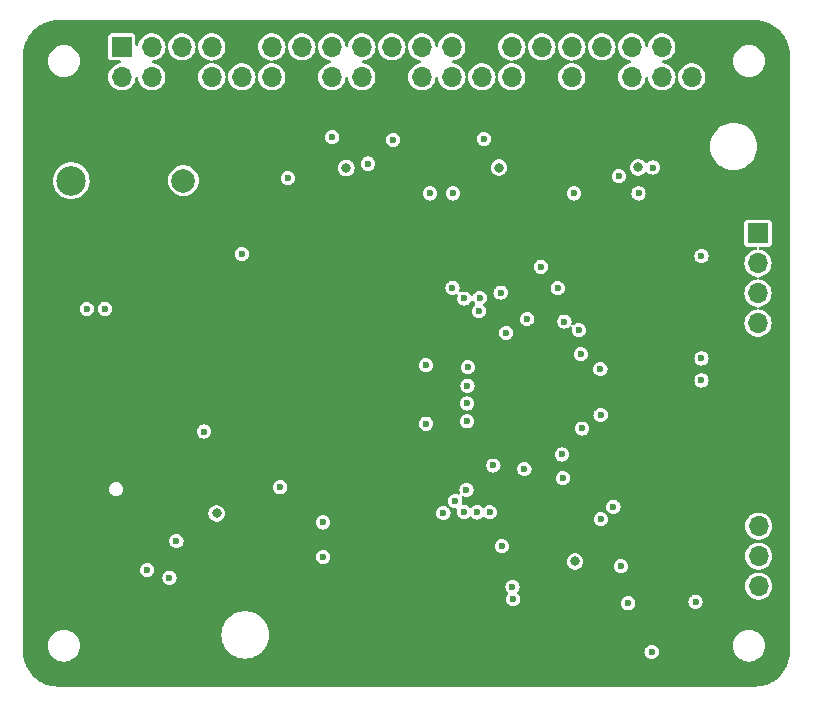
<source format=gbr>
G04 #@! TF.GenerationSoftware,KiCad,Pcbnew,7.0.5-0*
G04 #@! TF.CreationDate,2023-06-09T10:40:46+01:00*
G04 #@! TF.ProjectId,Hashat,48617368-6174-42e6-9b69-6361645f7063,rev?*
G04 #@! TF.SameCoordinates,Original*
G04 #@! TF.FileFunction,Copper,L2,Inr*
G04 #@! TF.FilePolarity,Positive*
%FSLAX46Y46*%
G04 Gerber Fmt 4.6, Leading zero omitted, Abs format (unit mm)*
G04 Created by KiCad (PCBNEW 7.0.5-0) date 2023-06-09 10:40:46*
%MOMM*%
%LPD*%
G01*
G04 APERTURE LIST*
G04 #@! TA.AperFunction,ComponentPad*
%ADD10R,1.700000X1.700000*%
G04 #@! TD*
G04 #@! TA.AperFunction,ComponentPad*
%ADD11O,1.700000X1.700000*%
G04 #@! TD*
G04 #@! TA.AperFunction,ComponentPad*
%ADD12C,2.500000*%
G04 #@! TD*
G04 #@! TA.AperFunction,ComponentPad*
%ADD13O,3.800000X1.200000*%
G04 #@! TD*
G04 #@! TA.AperFunction,ComponentPad*
%ADD14O,2.500000X1.200000*%
G04 #@! TD*
G04 #@! TA.AperFunction,ComponentPad*
%ADD15C,2.000000*%
G04 #@! TD*
G04 #@! TA.AperFunction,ComponentPad*
%ADD16C,0.400000*%
G04 #@! TD*
G04 #@! TA.AperFunction,ViaPad*
%ADD17C,0.600000*%
G04 #@! TD*
G04 #@! TA.AperFunction,ViaPad*
%ADD18C,0.800000*%
G04 #@! TD*
G04 APERTURE END LIST*
D10*
X139321000Y-95849000D03*
D11*
X139321000Y-98389000D03*
X139321000Y-100929000D03*
X139321000Y-103469000D03*
D12*
X81119000Y-69136000D03*
D13*
X80159000Y-63006000D03*
D14*
X87369000Y-63936000D03*
X87369000Y-69136000D03*
D15*
X90619000Y-69136000D03*
D13*
X80159000Y-72866000D03*
D10*
X139264000Y-73585000D03*
D11*
X139264000Y-76125000D03*
X139264000Y-78665000D03*
X139264000Y-81205000D03*
X139264000Y-83745000D03*
D10*
X85400000Y-57800000D03*
D11*
X85400000Y-60340000D03*
X87940000Y-57800000D03*
X87940000Y-60340000D03*
X90480000Y-57800000D03*
X90480000Y-60340000D03*
X93020000Y-57800000D03*
X93020000Y-60340000D03*
X95560000Y-57800000D03*
X95560000Y-60340000D03*
X98100000Y-57800000D03*
X98100000Y-60340000D03*
X100640000Y-57800000D03*
X100640000Y-60340000D03*
X103180000Y-57800000D03*
X103180000Y-60340000D03*
X105720000Y-57800000D03*
X105720000Y-60340000D03*
X108260000Y-57800000D03*
X108260000Y-60340000D03*
X110800000Y-57800000D03*
X110800000Y-60340000D03*
X113340000Y-57800000D03*
X113340000Y-60340000D03*
X115880000Y-57800000D03*
X115880000Y-60340000D03*
X118420000Y-57800000D03*
X118420000Y-60340000D03*
X120960000Y-57800000D03*
X120960000Y-60340000D03*
X123500000Y-57800000D03*
X123500000Y-60340000D03*
X126040000Y-57800000D03*
X126040000Y-60340000D03*
X128580000Y-57800000D03*
X128580000Y-60340000D03*
X131120000Y-57800000D03*
X131120000Y-60340000D03*
X133660000Y-57800000D03*
X133660000Y-60340000D03*
D16*
X87189691Y-97328200D03*
X88139691Y-97903200D03*
X86239691Y-97903200D03*
X87189691Y-98478200D03*
D17*
X108847000Y-104527000D03*
X90763745Y-81944278D03*
X120682000Y-86488333D03*
X119890000Y-99518000D03*
D18*
X116690000Y-102096000D03*
X136915000Y-86521000D03*
D17*
X117921000Y-89571000D03*
D18*
X97081000Y-65656000D03*
D17*
X112779000Y-81082000D03*
X119388000Y-88029666D03*
D18*
X129104000Y-65873000D03*
X123404000Y-104700000D03*
X117371000Y-65973000D03*
D17*
X119388000Y-84981000D03*
X88314000Y-85204000D03*
D18*
X96506000Y-96706000D03*
X121010000Y-66404500D03*
D17*
X120682000Y-89537000D03*
X92633745Y-83484278D03*
X117921000Y-84998000D03*
X119388000Y-86505333D03*
X87036000Y-85204000D03*
D18*
X132235000Y-78965000D03*
D17*
X84540782Y-101612400D03*
D18*
X91554000Y-65445000D03*
X104707000Y-66307000D03*
D17*
X119388000Y-89554000D03*
X94613745Y-83484278D03*
X116870000Y-96134000D03*
X89990782Y-97912400D03*
X120682000Y-88012666D03*
X116627000Y-86488333D03*
D18*
X100285000Y-100956000D03*
D17*
X116627000Y-84964000D03*
X116627000Y-88012666D03*
D18*
X130857000Y-104767000D03*
D17*
X117921000Y-86522333D03*
D18*
X97591000Y-96021000D03*
D17*
X113137000Y-99001000D03*
X112931000Y-93430000D03*
D18*
X127967000Y-107400500D03*
D17*
X116627000Y-89537000D03*
X92633745Y-81944278D03*
X132728000Y-80275000D03*
D18*
X109430000Y-66407000D03*
D17*
X90763745Y-83484278D03*
X132075000Y-74176000D03*
X89630000Y-82723000D03*
X91249000Y-100085000D03*
X119681000Y-92379000D03*
X120682000Y-84964000D03*
X117921000Y-88046666D03*
X94613745Y-81944278D03*
X130688000Y-80267000D03*
X120188381Y-81530045D03*
X84837000Y-97888000D03*
X85776000Y-85204000D03*
X130258000Y-109024000D03*
X127661000Y-101783000D03*
X102459000Y-98072500D03*
X102458896Y-100990000D03*
X134479000Y-84186000D03*
X134479000Y-75523000D03*
X134479000Y-86047000D03*
X98820000Y-95104000D03*
X95558000Y-75343000D03*
X85070000Y-96065000D03*
X128284000Y-104924000D03*
D18*
X104408000Y-68059000D03*
X123778000Y-101382000D03*
X129126000Y-68010000D03*
D17*
X133978000Y-104785000D03*
D18*
X93425000Y-97317000D03*
X117331000Y-68026000D03*
D17*
X87546671Y-102089293D03*
X114611000Y-89519000D03*
X111153000Y-84769000D03*
X114645000Y-88001000D03*
X92345000Y-90378000D03*
X114662000Y-86499000D03*
X111176000Y-89708000D03*
X114697000Y-84929000D03*
X124385000Y-90118000D03*
X129153000Y-70217000D03*
X124090000Y-81791000D03*
X123690000Y-70217000D03*
X99452000Y-68937000D03*
X111480000Y-70217000D03*
X113437000Y-70217000D03*
X124265000Y-83839000D03*
X122650000Y-92323000D03*
X114580000Y-95310000D03*
X113614000Y-96251000D03*
X125940000Y-88967000D03*
X122872000Y-81066500D03*
X125916500Y-85095000D03*
X112624000Y-97290000D03*
X113397000Y-78196000D03*
X114395000Y-79113000D03*
X115632000Y-80175000D03*
X114378000Y-97207000D03*
X115501000Y-97221000D03*
X116554000Y-97207000D03*
X116860900Y-93249000D03*
X119733000Y-80862000D03*
X125963872Y-97792872D03*
X127017500Y-96743000D03*
X117936900Y-82016000D03*
X122305000Y-78249000D03*
X117473500Y-78610000D03*
X120872000Y-76424000D03*
X115702000Y-79052000D03*
X106241000Y-67695000D03*
X118547000Y-104575000D03*
X130356000Y-68026000D03*
X108373000Y-65675000D03*
X127476000Y-68750500D03*
X118474000Y-103534000D03*
X117579000Y-100085000D03*
X83972000Y-79979000D03*
X89432582Y-102754600D03*
X90022582Y-99664600D03*
X82430000Y-79997000D03*
X103224000Y-65464000D03*
X116060000Y-65603000D03*
X122739000Y-94313000D03*
X119487000Y-93572000D03*
G04 #@! TA.AperFunction,Conductor*
G36*
X139003300Y-55525672D02*
G01*
X139304319Y-55541449D01*
X139317436Y-55542827D01*
X139611911Y-55589467D01*
X139624811Y-55592209D01*
X139912799Y-55669374D01*
X139925332Y-55673447D01*
X140203672Y-55780292D01*
X140215719Y-55785656D01*
X140481368Y-55921010D01*
X140492785Y-55927601D01*
X140742838Y-56089988D01*
X140753495Y-56097732D01*
X140985197Y-56285360D01*
X140994998Y-56294185D01*
X141205814Y-56505001D01*
X141214639Y-56514802D01*
X141369509Y-56706051D01*
X141402263Y-56746498D01*
X141410013Y-56757164D01*
X141423047Y-56777235D01*
X141572394Y-57007208D01*
X141578989Y-57018631D01*
X141714343Y-57284280D01*
X141719707Y-57296327D01*
X141826550Y-57574661D01*
X141830626Y-57587205D01*
X141907790Y-57875188D01*
X141910532Y-57888088D01*
X141957172Y-58182563D01*
X141958550Y-58195679D01*
X141974327Y-58496698D01*
X141974500Y-58503293D01*
X141974500Y-108996707D01*
X141974327Y-109003302D01*
X141958550Y-109304320D01*
X141957172Y-109317436D01*
X141910532Y-109611911D01*
X141907790Y-109624811D01*
X141830626Y-109912794D01*
X141826550Y-109925338D01*
X141719707Y-110203672D01*
X141714343Y-110215719D01*
X141578989Y-110481368D01*
X141572394Y-110492791D01*
X141410015Y-110742832D01*
X141402263Y-110753501D01*
X141214639Y-110985197D01*
X141205814Y-110994998D01*
X140994998Y-111205814D01*
X140985197Y-111214639D01*
X140753501Y-111402263D01*
X140742832Y-111410015D01*
X140492791Y-111572394D01*
X140481368Y-111578989D01*
X140215719Y-111714343D01*
X140203672Y-111719707D01*
X139925338Y-111826550D01*
X139912794Y-111830626D01*
X139624811Y-111907790D01*
X139611911Y-111910532D01*
X139317436Y-111957172D01*
X139304320Y-111958550D01*
X139020488Y-111973426D01*
X139003299Y-111974327D01*
X138996707Y-111974500D01*
X81005072Y-111974500D01*
X80003293Y-111974500D01*
X79996700Y-111974327D01*
X79978512Y-111973373D01*
X79695679Y-111958550D01*
X79682563Y-111957172D01*
X79388088Y-111910532D01*
X79375188Y-111907790D01*
X79087205Y-111830626D01*
X79074661Y-111826550D01*
X78796327Y-111719707D01*
X78784280Y-111714343D01*
X78518631Y-111578989D01*
X78507208Y-111572394D01*
X78257167Y-111410015D01*
X78246498Y-111402263D01*
X78187493Y-111354482D01*
X78014802Y-111214639D01*
X78005001Y-111205814D01*
X77794185Y-110994998D01*
X77785360Y-110985197D01*
X77597736Y-110753501D01*
X77589988Y-110742838D01*
X77427601Y-110492785D01*
X77421010Y-110481368D01*
X77285656Y-110215719D01*
X77280292Y-110203672D01*
X77173449Y-109925338D01*
X77169373Y-109912794D01*
X77148163Y-109833638D01*
X77092209Y-109624811D01*
X77089467Y-109611911D01*
X77060170Y-109426935D01*
X77042826Y-109317435D01*
X77041449Y-109304319D01*
X77031759Y-109119436D01*
X77025672Y-109003300D01*
X77025500Y-108996707D01*
X77025500Y-108500000D01*
X79144341Y-108500000D01*
X79144820Y-108505475D01*
X79164357Y-108728788D01*
X79164937Y-108735408D01*
X79226097Y-108963663D01*
X79325965Y-109177829D01*
X79329117Y-109182330D01*
X79329119Y-109182334D01*
X79458345Y-109366889D01*
X79458349Y-109366893D01*
X79461505Y-109371401D01*
X79628599Y-109538495D01*
X79633107Y-109541651D01*
X79633110Y-109541654D01*
X79758828Y-109629682D01*
X79822171Y-109674035D01*
X80036337Y-109773903D01*
X80264592Y-109835063D01*
X80441034Y-109850500D01*
X80556226Y-109850500D01*
X80558966Y-109850500D01*
X80735408Y-109835063D01*
X80963663Y-109773903D01*
X81177829Y-109674035D01*
X81371401Y-109538495D01*
X81538495Y-109371401D01*
X81674035Y-109177830D01*
X81773903Y-108963663D01*
X81835063Y-108735408D01*
X81855659Y-108500000D01*
X81835063Y-108264592D01*
X81773903Y-108036337D01*
X81674035Y-107822171D01*
X81538495Y-107628599D01*
X81510896Y-107601000D01*
X93832390Y-107601000D01*
X93852804Y-107886428D01*
X93853757Y-107890812D01*
X93853759Y-107890821D01*
X93912676Y-108161657D01*
X93913631Y-108166046D01*
X94013633Y-108434161D01*
X94150774Y-108685315D01*
X94322261Y-108914395D01*
X94524605Y-109116739D01*
X94753685Y-109288226D01*
X95004839Y-109425367D01*
X95272954Y-109525369D01*
X95552572Y-109586196D01*
X95766552Y-109601500D01*
X95907191Y-109601500D01*
X95909448Y-109601500D01*
X96123428Y-109586196D01*
X96403046Y-109525369D01*
X96671161Y-109425367D01*
X96922315Y-109288226D01*
X97151395Y-109116739D01*
X97244134Y-109024000D01*
X129652318Y-109024000D01*
X129653396Y-109032188D01*
X129671877Y-109172573D01*
X129671878Y-109172579D01*
X129672956Y-109180762D01*
X129676115Y-109188390D01*
X129676116Y-109188391D01*
X129730303Y-109319211D01*
X129730304Y-109319214D01*
X129733464Y-109326841D01*
X129829718Y-109452282D01*
X129955159Y-109548536D01*
X130101238Y-109609044D01*
X130258000Y-109629682D01*
X130414762Y-109609044D01*
X130560841Y-109548536D01*
X130686282Y-109452282D01*
X130782536Y-109326841D01*
X130843044Y-109180762D01*
X130863682Y-109024000D01*
X130843044Y-108867238D01*
X130782536Y-108721159D01*
X130686282Y-108595718D01*
X130561540Y-108500000D01*
X137144341Y-108500000D01*
X137144820Y-108505475D01*
X137164357Y-108728788D01*
X137164937Y-108735408D01*
X137226097Y-108963663D01*
X137325965Y-109177829D01*
X137329117Y-109182330D01*
X137329119Y-109182334D01*
X137458345Y-109366889D01*
X137458349Y-109366893D01*
X137461505Y-109371401D01*
X137628599Y-109538495D01*
X137633107Y-109541651D01*
X137633110Y-109541654D01*
X137758828Y-109629682D01*
X137822171Y-109674035D01*
X138036337Y-109773903D01*
X138264592Y-109835063D01*
X138441034Y-109850500D01*
X138556226Y-109850500D01*
X138558966Y-109850500D01*
X138735408Y-109835063D01*
X138963663Y-109773903D01*
X139177829Y-109674035D01*
X139371401Y-109538495D01*
X139538495Y-109371401D01*
X139674035Y-109177830D01*
X139773903Y-108963663D01*
X139835063Y-108735408D01*
X139855659Y-108500000D01*
X139835063Y-108264592D01*
X139773903Y-108036337D01*
X139674035Y-107822171D01*
X139538495Y-107628599D01*
X139371401Y-107461505D01*
X139366893Y-107458349D01*
X139366889Y-107458345D01*
X139182334Y-107329119D01*
X139182330Y-107329117D01*
X139177829Y-107325965D01*
X138963663Y-107226097D01*
X138958355Y-107224674D01*
X138958353Y-107224674D01*
X138740723Y-107166361D01*
X138740721Y-107166360D01*
X138735408Y-107164937D01*
X138729932Y-107164457D01*
X138729927Y-107164457D01*
X138561689Y-107149738D01*
X138561683Y-107149737D01*
X138558966Y-107149500D01*
X138441034Y-107149500D01*
X138438317Y-107149737D01*
X138438310Y-107149738D01*
X138270072Y-107164457D01*
X138270065Y-107164458D01*
X138264592Y-107164937D01*
X138259280Y-107166360D01*
X138259276Y-107166361D01*
X138041646Y-107224674D01*
X138041641Y-107224675D01*
X138036337Y-107226097D01*
X138031360Y-107228417D01*
X138031354Y-107228420D01*
X137827152Y-107323642D01*
X137827149Y-107323643D01*
X137822171Y-107325965D01*
X137817674Y-107329113D01*
X137817665Y-107329119D01*
X137633110Y-107458345D01*
X137633100Y-107458353D01*
X137628599Y-107461505D01*
X137624709Y-107465394D01*
X137624703Y-107465400D01*
X137465402Y-107624701D01*
X137465396Y-107624707D01*
X137461505Y-107628599D01*
X137458348Y-107633107D01*
X137458346Y-107633110D01*
X137329121Y-107817661D01*
X137329119Y-107817665D01*
X137325965Y-107822170D01*
X137323641Y-107827152D01*
X137323639Y-107827157D01*
X137228420Y-108031354D01*
X137228417Y-108031360D01*
X137226097Y-108036337D01*
X137224675Y-108041641D01*
X137224674Y-108041646D01*
X137166361Y-108259276D01*
X137164937Y-108264592D01*
X137164458Y-108270065D01*
X137164457Y-108270072D01*
X137151487Y-108418318D01*
X137144341Y-108500000D01*
X130561540Y-108500000D01*
X130560841Y-108499464D01*
X130553214Y-108496304D01*
X130553211Y-108496303D01*
X130422391Y-108442116D01*
X130422390Y-108442115D01*
X130414762Y-108438956D01*
X130406579Y-108437878D01*
X130406573Y-108437877D01*
X130266188Y-108419396D01*
X130258000Y-108418318D01*
X130249812Y-108419396D01*
X130109426Y-108437877D01*
X130109418Y-108437879D01*
X130101238Y-108438956D01*
X130093611Y-108442115D01*
X130093608Y-108442116D01*
X129962788Y-108496303D01*
X129962782Y-108496306D01*
X129955159Y-108499464D01*
X129948611Y-108504487D01*
X129948608Y-108504490D01*
X129836263Y-108590695D01*
X129836259Y-108590698D01*
X129829718Y-108595718D01*
X129824698Y-108602259D01*
X129824695Y-108602263D01*
X129738490Y-108714608D01*
X129738487Y-108714611D01*
X129733464Y-108721159D01*
X129730306Y-108728782D01*
X129730303Y-108728788D01*
X129676116Y-108859608D01*
X129672956Y-108867238D01*
X129671879Y-108875418D01*
X129671877Y-108875426D01*
X129656568Y-108991715D01*
X129652318Y-109024000D01*
X97244134Y-109024000D01*
X97353739Y-108914395D01*
X97525226Y-108685315D01*
X97662367Y-108434161D01*
X97762369Y-108166046D01*
X97823196Y-107886428D01*
X97843610Y-107601000D01*
X97823196Y-107315572D01*
X97762369Y-107035954D01*
X97662367Y-106767839D01*
X97525226Y-106516685D01*
X97353739Y-106287605D01*
X97151395Y-106085261D01*
X97147791Y-106082563D01*
X96925921Y-105916473D01*
X96925917Y-105916470D01*
X96922315Y-105913774D01*
X96671161Y-105776633D01*
X96403046Y-105676631D01*
X96398660Y-105675676D01*
X96398657Y-105675676D01*
X96127821Y-105616759D01*
X96127812Y-105616757D01*
X96123428Y-105615804D01*
X96118940Y-105615483D01*
X95911698Y-105600660D01*
X95911672Y-105600659D01*
X95909448Y-105600500D01*
X95766552Y-105600500D01*
X95764328Y-105600659D01*
X95764301Y-105600660D01*
X95557059Y-105615483D01*
X95557057Y-105615483D01*
X95552572Y-105615804D01*
X95548189Y-105616757D01*
X95548178Y-105616759D01*
X95277342Y-105675676D01*
X95277336Y-105675677D01*
X95272954Y-105676631D01*
X95268752Y-105678198D01*
X95268746Y-105678200D01*
X95009045Y-105775064D01*
X95009042Y-105775065D01*
X95004839Y-105776633D01*
X95000895Y-105778786D01*
X95000894Y-105778787D01*
X94757638Y-105911615D01*
X94757632Y-105911618D01*
X94753685Y-105913774D01*
X94750088Y-105916465D01*
X94750078Y-105916473D01*
X94528208Y-106082563D01*
X94528200Y-106082569D01*
X94524605Y-106085261D01*
X94521426Y-106088439D01*
X94521419Y-106088446D01*
X94325446Y-106284419D01*
X94325439Y-106284426D01*
X94322261Y-106287605D01*
X94319569Y-106291200D01*
X94319563Y-106291208D01*
X94153473Y-106513078D01*
X94153465Y-106513088D01*
X94150774Y-106516685D01*
X94013633Y-106767839D01*
X94012065Y-106772042D01*
X94012064Y-106772045D01*
X93915200Y-107031746D01*
X93915198Y-107031752D01*
X93913631Y-107035954D01*
X93912677Y-107040336D01*
X93912676Y-107040342D01*
X93853759Y-107311178D01*
X93853757Y-107311189D01*
X93852804Y-107315572D01*
X93832390Y-107601000D01*
X81510896Y-107601000D01*
X81371401Y-107461505D01*
X81366893Y-107458349D01*
X81366889Y-107458345D01*
X81182334Y-107329119D01*
X81182330Y-107329117D01*
X81177829Y-107325965D01*
X80963663Y-107226097D01*
X80958355Y-107224674D01*
X80958353Y-107224674D01*
X80740723Y-107166361D01*
X80740721Y-107166360D01*
X80735408Y-107164937D01*
X80729932Y-107164457D01*
X80729927Y-107164457D01*
X80561689Y-107149738D01*
X80561683Y-107149737D01*
X80558966Y-107149500D01*
X80441034Y-107149500D01*
X80438317Y-107149737D01*
X80438310Y-107149738D01*
X80270072Y-107164457D01*
X80270065Y-107164458D01*
X80264592Y-107164937D01*
X80259280Y-107166360D01*
X80259276Y-107166361D01*
X80041646Y-107224674D01*
X80041641Y-107224675D01*
X80036337Y-107226097D01*
X80031360Y-107228417D01*
X80031354Y-107228420D01*
X79827152Y-107323642D01*
X79827149Y-107323643D01*
X79822171Y-107325965D01*
X79817674Y-107329113D01*
X79817665Y-107329119D01*
X79633110Y-107458345D01*
X79633100Y-107458353D01*
X79628599Y-107461505D01*
X79624709Y-107465394D01*
X79624703Y-107465400D01*
X79465402Y-107624701D01*
X79465396Y-107624707D01*
X79461505Y-107628599D01*
X79458348Y-107633107D01*
X79458346Y-107633110D01*
X79329121Y-107817661D01*
X79329119Y-107817665D01*
X79325965Y-107822170D01*
X79323641Y-107827152D01*
X79323639Y-107827157D01*
X79228420Y-108031354D01*
X79228417Y-108031360D01*
X79226097Y-108036337D01*
X79224675Y-108041641D01*
X79224674Y-108041646D01*
X79166361Y-108259276D01*
X79164937Y-108264592D01*
X79164458Y-108270065D01*
X79164457Y-108270072D01*
X79151487Y-108418318D01*
X79144341Y-108500000D01*
X77025500Y-108500000D01*
X77025500Y-103534000D01*
X117868318Y-103534000D01*
X117869396Y-103542188D01*
X117887877Y-103682573D01*
X117887878Y-103682579D01*
X117888956Y-103690762D01*
X117892115Y-103698390D01*
X117892116Y-103698391D01*
X117946303Y-103829211D01*
X117946304Y-103829214D01*
X117949464Y-103836841D01*
X118045718Y-103962282D01*
X118052263Y-103967304D01*
X118052268Y-103967309D01*
X118080777Y-103989185D01*
X118120482Y-104040929D01*
X118128995Y-104105593D01*
X118104036Y-104165850D01*
X118027493Y-104265603D01*
X118027488Y-104265611D01*
X118022464Y-104272159D01*
X118019306Y-104279782D01*
X118019303Y-104279788D01*
X117965116Y-104410608D01*
X117961956Y-104418238D01*
X117960879Y-104426418D01*
X117960877Y-104426426D01*
X117943001Y-104562215D01*
X117941318Y-104575000D01*
X117942396Y-104583188D01*
X117960877Y-104723573D01*
X117960878Y-104723579D01*
X117961956Y-104731762D01*
X117965115Y-104739390D01*
X117965116Y-104739391D01*
X118019303Y-104870211D01*
X118019304Y-104870214D01*
X118022464Y-104877841D01*
X118118718Y-105003282D01*
X118244159Y-105099536D01*
X118390238Y-105160044D01*
X118547000Y-105180682D01*
X118703762Y-105160044D01*
X118849841Y-105099536D01*
X118975282Y-105003282D01*
X119036117Y-104924000D01*
X127678318Y-104924000D01*
X127679396Y-104932188D01*
X127697877Y-105072573D01*
X127697878Y-105072579D01*
X127698956Y-105080762D01*
X127702115Y-105088390D01*
X127702116Y-105088391D01*
X127756303Y-105219211D01*
X127756304Y-105219214D01*
X127759464Y-105226841D01*
X127855718Y-105352282D01*
X127981159Y-105448536D01*
X128127238Y-105509044D01*
X128284000Y-105529682D01*
X128440762Y-105509044D01*
X128586841Y-105448536D01*
X128712282Y-105352282D01*
X128808536Y-105226841D01*
X128869044Y-105080762D01*
X128889682Y-104924000D01*
X128871382Y-104785000D01*
X133372318Y-104785000D01*
X133373396Y-104793188D01*
X133391877Y-104933573D01*
X133391878Y-104933579D01*
X133392956Y-104941762D01*
X133396115Y-104949390D01*
X133396116Y-104949391D01*
X133450303Y-105080211D01*
X133450304Y-105080214D01*
X133453464Y-105087841D01*
X133549718Y-105213282D01*
X133675159Y-105309536D01*
X133821238Y-105370044D01*
X133978000Y-105390682D01*
X134134762Y-105370044D01*
X134280841Y-105309536D01*
X134406282Y-105213282D01*
X134502536Y-105087841D01*
X134563044Y-104941762D01*
X134583682Y-104785000D01*
X134563044Y-104628238D01*
X134502536Y-104482159D01*
X134406282Y-104356718D01*
X134280841Y-104260464D01*
X134273214Y-104257304D01*
X134273211Y-104257303D01*
X134142391Y-104203116D01*
X134142390Y-104203115D01*
X134134762Y-104199956D01*
X134126579Y-104198878D01*
X134126573Y-104198877D01*
X133986188Y-104180396D01*
X133978000Y-104179318D01*
X133969812Y-104180396D01*
X133829426Y-104198877D01*
X133829418Y-104198879D01*
X133821238Y-104199956D01*
X133813611Y-104203115D01*
X133813608Y-104203116D01*
X133682788Y-104257303D01*
X133682782Y-104257306D01*
X133675159Y-104260464D01*
X133668611Y-104265487D01*
X133668608Y-104265490D01*
X133556263Y-104351695D01*
X133556259Y-104351698D01*
X133549718Y-104356718D01*
X133544698Y-104363259D01*
X133544695Y-104363263D01*
X133458490Y-104475608D01*
X133458487Y-104475611D01*
X133453464Y-104482159D01*
X133450306Y-104489782D01*
X133450303Y-104489788D01*
X133397019Y-104618429D01*
X133392956Y-104628238D01*
X133391879Y-104636418D01*
X133391877Y-104636426D01*
X133375661Y-104759608D01*
X133372318Y-104785000D01*
X128871382Y-104785000D01*
X128869044Y-104767238D01*
X128808536Y-104621159D01*
X128712282Y-104495718D01*
X128586841Y-104399464D01*
X128579214Y-104396304D01*
X128579211Y-104396303D01*
X128448391Y-104342116D01*
X128448390Y-104342115D01*
X128440762Y-104338956D01*
X128432579Y-104337878D01*
X128432573Y-104337877D01*
X128292188Y-104319396D01*
X128284000Y-104318318D01*
X128275812Y-104319396D01*
X128135426Y-104337877D01*
X128135418Y-104337879D01*
X128127238Y-104338956D01*
X128119611Y-104342115D01*
X128119608Y-104342116D01*
X127988788Y-104396303D01*
X127988782Y-104396306D01*
X127981159Y-104399464D01*
X127974611Y-104404487D01*
X127974608Y-104404490D01*
X127862263Y-104490695D01*
X127862259Y-104490698D01*
X127855718Y-104495718D01*
X127850698Y-104502259D01*
X127850695Y-104502263D01*
X127764490Y-104614608D01*
X127764487Y-104614611D01*
X127759464Y-104621159D01*
X127756306Y-104628782D01*
X127756303Y-104628788D01*
X127702116Y-104759608D01*
X127698956Y-104767238D01*
X127697879Y-104775418D01*
X127697877Y-104775426D01*
X127680001Y-104911215D01*
X127678318Y-104924000D01*
X119036117Y-104924000D01*
X119071536Y-104877841D01*
X119132044Y-104731762D01*
X119152682Y-104575000D01*
X119132044Y-104418238D01*
X119071536Y-104272159D01*
X118975282Y-104146718D01*
X118968736Y-104141695D01*
X118968734Y-104141693D01*
X118940221Y-104119814D01*
X118900517Y-104068069D01*
X118892004Y-104003405D01*
X118916964Y-103943148D01*
X118956518Y-103891600D01*
X118998536Y-103836841D01*
X119059044Y-103690762D01*
X119079682Y-103534000D01*
X119071125Y-103469000D01*
X138165571Y-103469000D01*
X138185244Y-103681310D01*
X138243595Y-103886389D01*
X138246186Y-103891593D01*
X138246189Y-103891600D01*
X138329313Y-104058536D01*
X138338634Y-104077255D01*
X138342142Y-104081900D01*
X138342145Y-104081905D01*
X138431294Y-104199956D01*
X138467128Y-104247407D01*
X138471430Y-104251329D01*
X138471433Y-104251332D01*
X138620394Y-104387129D01*
X138620398Y-104387132D01*
X138624698Y-104391052D01*
X138668605Y-104418238D01*
X138785626Y-104490695D01*
X138805981Y-104503298D01*
X138811411Y-104505401D01*
X138811414Y-104505403D01*
X138883229Y-104533223D01*
X139004802Y-104580321D01*
X139214390Y-104619500D01*
X139421783Y-104619500D01*
X139427610Y-104619500D01*
X139637198Y-104580321D01*
X139836019Y-104503298D01*
X140017302Y-104391052D01*
X140174872Y-104247407D01*
X140303366Y-104077255D01*
X140398405Y-103886389D01*
X140456756Y-103681310D01*
X140476429Y-103469000D01*
X140456756Y-103256690D01*
X140398405Y-103051611D01*
X140303366Y-102860745D01*
X140174872Y-102690593D01*
X140170568Y-102686670D01*
X140170566Y-102686667D01*
X140021605Y-102550870D01*
X140021600Y-102550866D01*
X140017302Y-102546948D01*
X139959291Y-102511029D01*
X139840975Y-102437770D01*
X139840969Y-102437767D01*
X139836019Y-102434702D01*
X139830592Y-102432599D01*
X139830585Y-102432596D01*
X139642627Y-102359782D01*
X139642625Y-102359781D01*
X139637198Y-102357679D01*
X139631476Y-102356609D01*
X139631475Y-102356609D01*
X139450907Y-102322855D01*
X139389174Y-102292115D01*
X139352870Y-102233482D01*
X139352870Y-102164518D01*
X139389174Y-102105885D01*
X139450907Y-102075145D01*
X139637198Y-102040321D01*
X139836019Y-101963298D01*
X140017302Y-101851052D01*
X140174872Y-101707407D01*
X140303366Y-101537255D01*
X140398405Y-101346389D01*
X140456756Y-101141310D01*
X140476429Y-100929000D01*
X140456756Y-100716690D01*
X140398405Y-100511611D01*
X140377929Y-100470490D01*
X140305962Y-100325959D01*
X140303366Y-100320745D01*
X140249481Y-100249391D01*
X140206365Y-100192296D01*
X140174872Y-100150593D01*
X140170568Y-100146670D01*
X140170566Y-100146667D01*
X140021605Y-100010870D01*
X140021600Y-100010866D01*
X140017302Y-100006948D01*
X139953496Y-99967441D01*
X139840975Y-99897770D01*
X139840969Y-99897767D01*
X139836019Y-99894702D01*
X139830592Y-99892599D01*
X139830585Y-99892596D01*
X139642627Y-99819782D01*
X139642625Y-99819781D01*
X139637198Y-99817679D01*
X139631476Y-99816609D01*
X139631475Y-99816609D01*
X139450907Y-99782855D01*
X139389174Y-99752115D01*
X139352870Y-99693482D01*
X139352870Y-99624518D01*
X139389174Y-99565885D01*
X139450907Y-99535145D01*
X139637198Y-99500321D01*
X139836019Y-99423298D01*
X140017302Y-99311052D01*
X140174872Y-99167407D01*
X140303366Y-98997255D01*
X140398405Y-98806389D01*
X140456756Y-98601310D01*
X140476429Y-98389000D01*
X140456756Y-98176690D01*
X140398405Y-97971611D01*
X140360060Y-97894604D01*
X140320192Y-97814536D01*
X140303366Y-97780745D01*
X140279163Y-97748696D01*
X140200325Y-97644298D01*
X140174872Y-97610593D01*
X140170568Y-97606670D01*
X140170566Y-97606667D01*
X140021605Y-97470870D01*
X140021600Y-97470866D01*
X140017302Y-97466948D01*
X139862973Y-97371391D01*
X139840975Y-97357770D01*
X139840969Y-97357767D01*
X139836019Y-97354702D01*
X139830592Y-97352599D01*
X139830585Y-97352596D01*
X139642627Y-97279782D01*
X139642625Y-97279781D01*
X139637198Y-97277679D01*
X139631476Y-97276609D01*
X139631475Y-97276609D01*
X139433335Y-97239570D01*
X139433332Y-97239569D01*
X139427610Y-97238500D01*
X139214390Y-97238500D01*
X139208668Y-97239569D01*
X139208664Y-97239570D01*
X139010524Y-97276609D01*
X139010520Y-97276610D01*
X139004802Y-97277679D01*
X138999377Y-97279780D01*
X138999372Y-97279782D01*
X138811414Y-97352596D01*
X138811402Y-97352601D01*
X138805981Y-97354702D01*
X138801034Y-97357764D01*
X138801024Y-97357770D01*
X138629649Y-97463882D01*
X138629645Y-97463884D01*
X138624698Y-97466948D01*
X138620404Y-97470862D01*
X138620394Y-97470870D01*
X138471433Y-97606667D01*
X138471425Y-97606675D01*
X138467128Y-97610593D01*
X138463619Y-97615239D01*
X138463615Y-97615244D01*
X138342145Y-97776094D01*
X138342139Y-97776103D01*
X138338634Y-97780745D01*
X138336040Y-97785952D01*
X138336037Y-97785959D01*
X138246189Y-97966399D01*
X138246184Y-97966410D01*
X138243595Y-97971611D01*
X138242003Y-97977204D01*
X138242001Y-97977211D01*
X138186837Y-98171090D01*
X138185244Y-98176690D01*
X138184707Y-98182482D01*
X138184707Y-98182484D01*
X138180373Y-98229262D01*
X138165571Y-98389000D01*
X138185244Y-98601310D01*
X138186836Y-98606908D01*
X138186837Y-98606909D01*
X138206809Y-98677104D01*
X138243595Y-98806389D01*
X138246186Y-98811593D01*
X138246189Y-98811600D01*
X138336037Y-98992040D01*
X138338634Y-98997255D01*
X138342142Y-99001900D01*
X138342145Y-99001905D01*
X138444092Y-99136903D01*
X138467128Y-99167407D01*
X138471430Y-99171329D01*
X138471433Y-99171332D01*
X138620394Y-99307129D01*
X138620398Y-99307132D01*
X138624698Y-99311052D01*
X138805981Y-99423298D01*
X138811411Y-99425401D01*
X138811414Y-99425403D01*
X138883229Y-99453223D01*
X139004802Y-99500321D01*
X139152046Y-99527845D01*
X139191092Y-99535145D01*
X139252825Y-99565885D01*
X139289129Y-99624519D01*
X139289129Y-99693481D01*
X139252825Y-99752115D01*
X139191092Y-99782855D01*
X139010524Y-99816609D01*
X139010520Y-99816610D01*
X139004802Y-99817679D01*
X138999377Y-99819780D01*
X138999372Y-99819782D01*
X138811414Y-99892596D01*
X138811402Y-99892601D01*
X138805981Y-99894702D01*
X138801034Y-99897764D01*
X138801024Y-99897770D01*
X138629649Y-100003882D01*
X138629645Y-100003884D01*
X138624698Y-100006948D01*
X138620404Y-100010862D01*
X138620394Y-100010870D01*
X138471433Y-100146667D01*
X138471425Y-100146675D01*
X138467128Y-100150593D01*
X138463619Y-100155239D01*
X138463615Y-100155244D01*
X138342145Y-100316094D01*
X138342139Y-100316103D01*
X138338634Y-100320745D01*
X138336040Y-100325952D01*
X138336037Y-100325959D01*
X138246189Y-100506399D01*
X138246184Y-100506410D01*
X138243595Y-100511611D01*
X138242003Y-100517204D01*
X138242001Y-100517211D01*
X138186837Y-100711090D01*
X138185244Y-100716690D01*
X138165571Y-100929000D01*
X138185244Y-101141310D01*
X138186836Y-101146908D01*
X138186837Y-101146909D01*
X138230222Y-101299391D01*
X138243595Y-101346389D01*
X138246186Y-101351593D01*
X138246189Y-101351600D01*
X138324818Y-101509509D01*
X138338634Y-101537255D01*
X138342142Y-101541900D01*
X138342145Y-101541905D01*
X138363198Y-101569783D01*
X138467128Y-101707407D01*
X138471430Y-101711329D01*
X138471433Y-101711332D01*
X138620394Y-101847129D01*
X138620398Y-101847132D01*
X138624698Y-101851052D01*
X138743968Y-101924901D01*
X138754743Y-101931573D01*
X138805981Y-101963298D01*
X138811411Y-101965401D01*
X138811414Y-101965403D01*
X138883229Y-101993223D01*
X139004802Y-102040321D01*
X139152046Y-102067845D01*
X139191092Y-102075145D01*
X139252825Y-102105885D01*
X139289129Y-102164519D01*
X139289129Y-102233481D01*
X139252825Y-102292115D01*
X139191092Y-102322855D01*
X139010524Y-102356609D01*
X139010520Y-102356610D01*
X139004802Y-102357679D01*
X138999377Y-102359780D01*
X138999372Y-102359782D01*
X138811414Y-102432596D01*
X138811402Y-102432601D01*
X138805981Y-102434702D01*
X138801034Y-102437764D01*
X138801024Y-102437770D01*
X138629649Y-102543882D01*
X138629645Y-102543884D01*
X138624698Y-102546948D01*
X138620404Y-102550862D01*
X138620394Y-102550870D01*
X138471433Y-102686667D01*
X138471425Y-102686675D01*
X138467128Y-102690593D01*
X138463619Y-102695239D01*
X138463615Y-102695244D01*
X138342145Y-102856094D01*
X138342139Y-102856103D01*
X138338634Y-102860745D01*
X138336040Y-102865952D01*
X138336037Y-102865959D01*
X138246189Y-103046399D01*
X138246184Y-103046410D01*
X138243595Y-103051611D01*
X138242003Y-103057204D01*
X138242001Y-103057211D01*
X138186837Y-103251090D01*
X138185244Y-103256690D01*
X138165571Y-103469000D01*
X119071125Y-103469000D01*
X119059044Y-103377238D01*
X118998536Y-103231159D01*
X118902282Y-103105718D01*
X118776841Y-103009464D01*
X118769214Y-103006304D01*
X118769211Y-103006303D01*
X118638391Y-102952116D01*
X118638390Y-102952115D01*
X118630762Y-102948956D01*
X118622579Y-102947878D01*
X118622573Y-102947877D01*
X118482188Y-102929396D01*
X118474000Y-102928318D01*
X118465812Y-102929396D01*
X118325426Y-102947877D01*
X118325418Y-102947879D01*
X118317238Y-102948956D01*
X118309611Y-102952115D01*
X118309608Y-102952116D01*
X118178788Y-103006303D01*
X118178782Y-103006306D01*
X118171159Y-103009464D01*
X118164611Y-103014487D01*
X118164608Y-103014490D01*
X118052263Y-103100695D01*
X118052259Y-103100698D01*
X118045718Y-103105718D01*
X118040698Y-103112259D01*
X118040695Y-103112263D01*
X117954490Y-103224608D01*
X117954487Y-103224611D01*
X117949464Y-103231159D01*
X117946306Y-103238782D01*
X117946303Y-103238788D01*
X117895979Y-103360282D01*
X117888956Y-103377238D01*
X117887879Y-103385418D01*
X117887877Y-103385426D01*
X117877638Y-103463205D01*
X117868318Y-103534000D01*
X77025500Y-103534000D01*
X77025500Y-102754600D01*
X88826900Y-102754600D01*
X88827978Y-102762788D01*
X88846459Y-102903173D01*
X88846460Y-102903179D01*
X88847538Y-102911362D01*
X88850697Y-102918990D01*
X88850698Y-102918991D01*
X88904885Y-103049811D01*
X88904886Y-103049814D01*
X88908046Y-103057441D01*
X89004300Y-103182882D01*
X89129741Y-103279136D01*
X89275820Y-103339644D01*
X89432582Y-103360282D01*
X89589344Y-103339644D01*
X89735423Y-103279136D01*
X89860864Y-103182882D01*
X89957118Y-103057441D01*
X90017626Y-102911362D01*
X90038264Y-102754600D01*
X90017626Y-102597838D01*
X89957118Y-102451759D01*
X89860864Y-102326318D01*
X89829835Y-102302509D01*
X89741973Y-102235090D01*
X89735423Y-102230064D01*
X89727796Y-102226904D01*
X89727793Y-102226903D01*
X89596973Y-102172716D01*
X89596972Y-102172715D01*
X89589344Y-102169556D01*
X89581161Y-102168478D01*
X89581155Y-102168477D01*
X89440770Y-102149996D01*
X89432582Y-102148918D01*
X89424394Y-102149996D01*
X89284008Y-102168477D01*
X89284000Y-102168479D01*
X89275820Y-102169556D01*
X89268193Y-102172715D01*
X89268190Y-102172716D01*
X89137370Y-102226903D01*
X89137364Y-102226906D01*
X89129741Y-102230064D01*
X89123193Y-102235087D01*
X89123190Y-102235090D01*
X89010845Y-102321295D01*
X89010841Y-102321298D01*
X89004300Y-102326318D01*
X88999280Y-102332859D01*
X88999277Y-102332863D01*
X88913072Y-102445208D01*
X88913069Y-102445211D01*
X88908046Y-102451759D01*
X88904888Y-102459382D01*
X88904885Y-102459388D01*
X88850698Y-102590208D01*
X88847538Y-102597838D01*
X88846461Y-102606018D01*
X88846459Y-102606026D01*
X88834714Y-102695244D01*
X88826900Y-102754600D01*
X77025500Y-102754600D01*
X77025500Y-102089293D01*
X86940989Y-102089293D01*
X86942067Y-102097481D01*
X86960548Y-102237866D01*
X86960549Y-102237872D01*
X86961627Y-102246055D01*
X86964786Y-102253683D01*
X86964787Y-102253684D01*
X87018974Y-102384504D01*
X87018975Y-102384507D01*
X87022135Y-102392134D01*
X87118389Y-102517575D01*
X87243830Y-102613829D01*
X87389909Y-102674337D01*
X87546671Y-102694975D01*
X87703433Y-102674337D01*
X87849512Y-102613829D01*
X87974953Y-102517575D01*
X88071207Y-102392134D01*
X88131715Y-102246055D01*
X88152353Y-102089293D01*
X88135691Y-101962734D01*
X88132793Y-101940719D01*
X88132792Y-101940718D01*
X88131715Y-101932531D01*
X88071207Y-101786452D01*
X87974953Y-101661011D01*
X87849512Y-101564757D01*
X87841885Y-101561597D01*
X87841882Y-101561596D01*
X87711062Y-101507409D01*
X87711061Y-101507408D01*
X87703433Y-101504249D01*
X87695250Y-101503171D01*
X87695244Y-101503170D01*
X87554859Y-101484689D01*
X87546671Y-101483611D01*
X87538483Y-101484689D01*
X87398097Y-101503170D01*
X87398089Y-101503172D01*
X87389909Y-101504249D01*
X87382282Y-101507408D01*
X87382279Y-101507409D01*
X87251459Y-101561596D01*
X87251453Y-101561599D01*
X87243830Y-101564757D01*
X87237282Y-101569780D01*
X87237279Y-101569783D01*
X87124934Y-101655988D01*
X87124930Y-101655991D01*
X87118389Y-101661011D01*
X87113369Y-101667552D01*
X87113366Y-101667556D01*
X87027161Y-101779901D01*
X87027158Y-101779904D01*
X87022135Y-101786452D01*
X87018977Y-101794075D01*
X87018974Y-101794081D01*
X86993748Y-101854983D01*
X86961627Y-101932531D01*
X86960550Y-101940711D01*
X86960548Y-101940719D01*
X86942852Y-102075145D01*
X86940989Y-102089293D01*
X77025500Y-102089293D01*
X77025500Y-100990000D01*
X101853214Y-100990000D01*
X101854292Y-100998188D01*
X101872773Y-101138573D01*
X101872774Y-101138579D01*
X101873852Y-101146762D01*
X101877011Y-101154390D01*
X101877012Y-101154391D01*
X101931199Y-101285211D01*
X101931200Y-101285214D01*
X101934360Y-101292841D01*
X102030614Y-101418282D01*
X102156055Y-101514536D01*
X102302134Y-101575044D01*
X102458896Y-101595682D01*
X102615658Y-101575044D01*
X102761737Y-101514536D01*
X102887178Y-101418282D01*
X102915018Y-101382000D01*
X123072355Y-101382000D01*
X123073274Y-101389569D01*
X123091940Y-101543303D01*
X123091941Y-101543310D01*
X123092860Y-101550872D01*
X123095562Y-101557998D01*
X123095563Y-101558000D01*
X123150477Y-101702799D01*
X123150479Y-101702803D01*
X123153182Y-101709930D01*
X123249817Y-101849929D01*
X123377148Y-101962734D01*
X123527775Y-102041790D01*
X123692944Y-102082500D01*
X123855438Y-102082500D01*
X123863056Y-102082500D01*
X124028225Y-102041790D01*
X124178852Y-101962734D01*
X124306183Y-101849929D01*
X124352381Y-101783000D01*
X127055318Y-101783000D01*
X127056396Y-101791188D01*
X127074877Y-101931573D01*
X127074878Y-101931579D01*
X127075956Y-101939762D01*
X127079115Y-101947390D01*
X127079116Y-101947391D01*
X127133303Y-102078211D01*
X127133304Y-102078214D01*
X127136464Y-102085841D01*
X127232718Y-102211282D01*
X127358159Y-102307536D01*
X127504238Y-102368044D01*
X127661000Y-102388682D01*
X127817762Y-102368044D01*
X127963841Y-102307536D01*
X128089282Y-102211282D01*
X128185536Y-102085841D01*
X128246044Y-101939762D01*
X128266682Y-101783000D01*
X128246044Y-101626238D01*
X128185536Y-101480159D01*
X128089282Y-101354718D01*
X128078427Y-101346389D01*
X127970391Y-101263490D01*
X127963841Y-101258464D01*
X127956214Y-101255304D01*
X127956211Y-101255303D01*
X127825391Y-101201116D01*
X127825390Y-101201115D01*
X127817762Y-101197956D01*
X127809579Y-101196878D01*
X127809573Y-101196877D01*
X127669188Y-101178396D01*
X127661000Y-101177318D01*
X127652812Y-101178396D01*
X127512426Y-101196877D01*
X127512418Y-101196879D01*
X127504238Y-101197956D01*
X127496611Y-101201115D01*
X127496608Y-101201116D01*
X127365788Y-101255303D01*
X127365782Y-101255306D01*
X127358159Y-101258464D01*
X127351611Y-101263487D01*
X127351608Y-101263490D01*
X127239263Y-101349695D01*
X127239259Y-101349698D01*
X127232718Y-101354718D01*
X127227698Y-101361259D01*
X127227695Y-101361263D01*
X127141490Y-101473608D01*
X127141487Y-101473611D01*
X127136464Y-101480159D01*
X127133306Y-101487782D01*
X127133303Y-101487788D01*
X127079116Y-101618608D01*
X127075956Y-101626238D01*
X127074879Y-101634418D01*
X127074877Y-101634426D01*
X127057001Y-101770215D01*
X127055318Y-101783000D01*
X124352381Y-101783000D01*
X124402818Y-101709930D01*
X124463140Y-101550872D01*
X124483645Y-101382000D01*
X124463140Y-101213128D01*
X124402818Y-101054070D01*
X124306183Y-100914071D01*
X124286194Y-100896362D01*
X124184555Y-100806318D01*
X124184552Y-100806316D01*
X124178852Y-100801266D01*
X124172106Y-100797725D01*
X124172104Y-100797724D01*
X124098103Y-100758885D01*
X124028225Y-100722210D01*
X124020827Y-100720386D01*
X124020823Y-100720385D01*
X123870451Y-100683322D01*
X123870445Y-100683321D01*
X123863056Y-100681500D01*
X123692944Y-100681500D01*
X123685555Y-100683321D01*
X123685548Y-100683322D01*
X123535176Y-100720385D01*
X123535169Y-100720387D01*
X123527775Y-100722210D01*
X123521025Y-100725752D01*
X123521024Y-100725753D01*
X123383895Y-100797724D01*
X123383889Y-100797727D01*
X123377148Y-100801266D01*
X123371450Y-100806313D01*
X123371444Y-100806318D01*
X123255522Y-100909016D01*
X123255518Y-100909019D01*
X123249817Y-100914071D01*
X123245487Y-100920343D01*
X123245486Y-100920345D01*
X123157513Y-101047794D01*
X123157509Y-101047800D01*
X123153182Y-101054070D01*
X123150480Y-101061193D01*
X123150477Y-101061200D01*
X123095563Y-101205999D01*
X123095561Y-101206003D01*
X123092860Y-101213128D01*
X123091942Y-101220687D01*
X123091940Y-101220696D01*
X123074873Y-101361263D01*
X123072355Y-101382000D01*
X102915018Y-101382000D01*
X102983432Y-101292841D01*
X103043940Y-101146762D01*
X103064578Y-100990000D01*
X103043940Y-100833238D01*
X102983432Y-100687159D01*
X102887178Y-100561718D01*
X102761737Y-100465464D01*
X102754110Y-100462304D01*
X102754107Y-100462303D01*
X102623287Y-100408116D01*
X102623286Y-100408115D01*
X102615658Y-100404956D01*
X102607475Y-100403878D01*
X102607469Y-100403877D01*
X102467084Y-100385396D01*
X102458896Y-100384318D01*
X102450708Y-100385396D01*
X102310322Y-100403877D01*
X102310314Y-100403879D01*
X102302134Y-100404956D01*
X102294507Y-100408115D01*
X102294504Y-100408116D01*
X102163684Y-100462303D01*
X102163678Y-100462306D01*
X102156055Y-100465464D01*
X102149507Y-100470487D01*
X102149504Y-100470490D01*
X102037159Y-100556695D01*
X102037155Y-100556698D01*
X102030614Y-100561718D01*
X102025594Y-100568259D01*
X102025591Y-100568263D01*
X101939386Y-100680608D01*
X101939383Y-100680611D01*
X101934360Y-100687159D01*
X101931202Y-100694782D01*
X101931199Y-100694788D01*
X101877012Y-100825608D01*
X101873852Y-100833238D01*
X101872775Y-100841418D01*
X101872773Y-100841426D01*
X101860482Y-100934795D01*
X101853214Y-100990000D01*
X77025500Y-100990000D01*
X77025500Y-99664600D01*
X89416900Y-99664600D01*
X89417978Y-99672788D01*
X89436459Y-99813173D01*
X89436460Y-99813179D01*
X89437538Y-99821362D01*
X89440697Y-99828990D01*
X89440698Y-99828991D01*
X89494885Y-99959811D01*
X89494886Y-99959814D01*
X89498046Y-99967441D01*
X89594300Y-100092882D01*
X89719741Y-100189136D01*
X89865820Y-100249644D01*
X90022582Y-100270282D01*
X90179344Y-100249644D01*
X90325423Y-100189136D01*
X90450864Y-100092882D01*
X90456912Y-100085000D01*
X116973318Y-100085000D01*
X116974396Y-100093188D01*
X116992877Y-100233573D01*
X116992878Y-100233579D01*
X116993956Y-100241762D01*
X116997115Y-100249390D01*
X116997116Y-100249391D01*
X117051303Y-100380211D01*
X117051304Y-100380214D01*
X117054464Y-100387841D01*
X117059490Y-100394391D01*
X117145436Y-100506399D01*
X117150718Y-100513282D01*
X117276159Y-100609536D01*
X117422238Y-100670044D01*
X117579000Y-100690682D01*
X117735762Y-100670044D01*
X117881841Y-100609536D01*
X118007282Y-100513282D01*
X118103536Y-100387841D01*
X118164044Y-100241762D01*
X118184682Y-100085000D01*
X118164044Y-99928238D01*
X118103536Y-99782159D01*
X118007282Y-99656718D01*
X117881841Y-99560464D01*
X117874214Y-99557304D01*
X117874211Y-99557303D01*
X117743391Y-99503116D01*
X117743390Y-99503115D01*
X117735762Y-99499956D01*
X117727579Y-99498878D01*
X117727573Y-99498877D01*
X117587188Y-99480396D01*
X117579000Y-99479318D01*
X117570812Y-99480396D01*
X117430426Y-99498877D01*
X117430418Y-99498879D01*
X117422238Y-99499956D01*
X117414611Y-99503115D01*
X117414608Y-99503116D01*
X117283788Y-99557303D01*
X117283782Y-99557306D01*
X117276159Y-99560464D01*
X117269611Y-99565487D01*
X117269608Y-99565490D01*
X117157263Y-99651695D01*
X117157259Y-99651698D01*
X117150718Y-99656718D01*
X117145698Y-99663259D01*
X117145695Y-99663263D01*
X117059490Y-99775608D01*
X117059487Y-99775611D01*
X117054464Y-99782159D01*
X117051306Y-99789782D01*
X117051303Y-99789788D01*
X117008719Y-99892596D01*
X116993956Y-99928238D01*
X116992879Y-99936418D01*
X116992877Y-99936426D01*
X116983077Y-100010870D01*
X116973318Y-100085000D01*
X90456912Y-100085000D01*
X90547118Y-99967441D01*
X90607626Y-99821362D01*
X90628264Y-99664600D01*
X90607626Y-99507838D01*
X90547118Y-99361759D01*
X90450864Y-99236318D01*
X90325423Y-99140064D01*
X90317796Y-99136904D01*
X90317793Y-99136903D01*
X90186973Y-99082716D01*
X90186972Y-99082715D01*
X90179344Y-99079556D01*
X90171161Y-99078478D01*
X90171155Y-99078477D01*
X90030770Y-99059996D01*
X90022582Y-99058918D01*
X90014394Y-99059996D01*
X89874008Y-99078477D01*
X89874000Y-99078479D01*
X89865820Y-99079556D01*
X89858193Y-99082715D01*
X89858190Y-99082716D01*
X89727370Y-99136903D01*
X89727364Y-99136906D01*
X89719741Y-99140064D01*
X89713193Y-99145087D01*
X89713190Y-99145090D01*
X89600845Y-99231295D01*
X89600841Y-99231298D01*
X89594300Y-99236318D01*
X89589280Y-99242859D01*
X89589277Y-99242863D01*
X89503072Y-99355208D01*
X89503069Y-99355211D01*
X89498046Y-99361759D01*
X89494888Y-99369382D01*
X89494885Y-99369388D01*
X89440698Y-99500208D01*
X89437538Y-99507838D01*
X89436461Y-99516018D01*
X89436459Y-99516026D01*
X89422177Y-99624518D01*
X89416900Y-99664600D01*
X77025500Y-99664600D01*
X77025500Y-98072500D01*
X101853318Y-98072500D01*
X101854396Y-98080688D01*
X101872877Y-98221073D01*
X101872878Y-98221079D01*
X101873956Y-98229262D01*
X101877115Y-98236890D01*
X101877116Y-98236891D01*
X101931303Y-98367711D01*
X101931304Y-98367714D01*
X101934464Y-98375341D01*
X102030718Y-98500782D01*
X102156159Y-98597036D01*
X102302238Y-98657544D01*
X102459000Y-98678182D01*
X102615762Y-98657544D01*
X102761841Y-98597036D01*
X102887282Y-98500782D01*
X102983536Y-98375341D01*
X103044044Y-98229262D01*
X103064682Y-98072500D01*
X103044044Y-97915738D01*
X102983536Y-97769659D01*
X102887282Y-97644218D01*
X102876715Y-97636110D01*
X102768391Y-97552990D01*
X102761841Y-97547964D01*
X102754214Y-97544804D01*
X102754211Y-97544803D01*
X102623391Y-97490616D01*
X102623390Y-97490615D01*
X102615762Y-97487456D01*
X102607579Y-97486378D01*
X102607573Y-97486377D01*
X102467188Y-97467896D01*
X102459000Y-97466818D01*
X102450812Y-97467896D01*
X102310426Y-97486377D01*
X102310418Y-97486379D01*
X102302238Y-97487456D01*
X102294611Y-97490615D01*
X102294608Y-97490616D01*
X102163788Y-97544803D01*
X102163782Y-97544806D01*
X102156159Y-97547964D01*
X102149611Y-97552987D01*
X102149608Y-97552990D01*
X102037263Y-97639195D01*
X102037259Y-97639198D01*
X102030718Y-97644218D01*
X102025698Y-97650759D01*
X102025695Y-97650763D01*
X101939490Y-97763108D01*
X101939487Y-97763111D01*
X101934464Y-97769659D01*
X101931306Y-97777282D01*
X101931303Y-97777288D01*
X101877116Y-97908108D01*
X101873956Y-97915738D01*
X101872879Y-97923918D01*
X101872877Y-97923926D01*
X101865678Y-97978614D01*
X101853318Y-98072500D01*
X77025500Y-98072500D01*
X77025500Y-97317000D01*
X92719355Y-97317000D01*
X92720274Y-97324569D01*
X92738940Y-97478303D01*
X92738941Y-97478310D01*
X92739860Y-97485872D01*
X92742562Y-97492998D01*
X92742563Y-97493000D01*
X92797477Y-97637799D01*
X92797479Y-97637803D01*
X92800182Y-97644930D01*
X92896817Y-97784929D01*
X93024148Y-97897734D01*
X93174775Y-97976790D01*
X93339944Y-98017500D01*
X93502438Y-98017500D01*
X93510056Y-98017500D01*
X93675225Y-97976790D01*
X93825852Y-97897734D01*
X93953183Y-97784929D01*
X94049818Y-97644930D01*
X94110140Y-97485872D01*
X94130645Y-97317000D01*
X94127367Y-97290000D01*
X112018318Y-97290000D01*
X112019396Y-97298188D01*
X112037877Y-97438573D01*
X112037878Y-97438579D01*
X112038956Y-97446762D01*
X112042115Y-97454390D01*
X112042116Y-97454391D01*
X112096303Y-97585211D01*
X112096304Y-97585214D01*
X112099464Y-97592841D01*
X112195718Y-97718282D01*
X112321159Y-97814536D01*
X112467238Y-97875044D01*
X112624000Y-97895682D01*
X112780762Y-97875044D01*
X112926841Y-97814536D01*
X113052282Y-97718282D01*
X113148536Y-97592841D01*
X113209044Y-97446762D01*
X113229682Y-97290000D01*
X113209044Y-97133238D01*
X113148536Y-96987159D01*
X113143507Y-96980606D01*
X113143506Y-96980603D01*
X113103417Y-96928358D01*
X113079293Y-96873534D01*
X113083210Y-96813766D01*
X113093531Y-96796756D01*
X113072510Y-96809513D01*
X113012742Y-96813431D01*
X112957917Y-96789309D01*
X112933391Y-96770490D01*
X112926841Y-96765464D01*
X112919214Y-96762304D01*
X112919211Y-96762303D01*
X112788391Y-96708116D01*
X112788390Y-96708115D01*
X112780762Y-96704956D01*
X112772579Y-96703878D01*
X112772573Y-96703877D01*
X112632188Y-96685396D01*
X112624000Y-96684318D01*
X112615812Y-96685396D01*
X112475426Y-96703877D01*
X112475418Y-96703879D01*
X112467238Y-96704956D01*
X112459611Y-96708115D01*
X112459608Y-96708116D01*
X112328788Y-96762303D01*
X112328782Y-96762306D01*
X112321159Y-96765464D01*
X112314611Y-96770487D01*
X112314608Y-96770490D01*
X112202263Y-96856695D01*
X112202259Y-96856698D01*
X112195718Y-96861718D01*
X112190698Y-96868259D01*
X112190695Y-96868263D01*
X112104490Y-96980608D01*
X112104487Y-96980611D01*
X112099464Y-96987159D01*
X112096306Y-96994782D01*
X112096303Y-96994788D01*
X112042116Y-97125608D01*
X112038956Y-97133238D01*
X112037879Y-97141418D01*
X112037877Y-97141426D01*
X112029278Y-97206749D01*
X112018318Y-97290000D01*
X94127367Y-97290000D01*
X94113561Y-97176304D01*
X94111059Y-97155696D01*
X94111058Y-97155695D01*
X94110140Y-97148128D01*
X94049818Y-96989070D01*
X93953183Y-96849071D01*
X93894469Y-96797055D01*
X93831555Y-96741318D01*
X93831552Y-96741316D01*
X93825852Y-96736266D01*
X93819106Y-96732725D01*
X93819104Y-96732724D01*
X93694764Y-96667465D01*
X93675225Y-96657210D01*
X93667827Y-96655386D01*
X93667823Y-96655385D01*
X93517451Y-96618322D01*
X93517445Y-96618321D01*
X93510056Y-96616500D01*
X93339944Y-96616500D01*
X93332555Y-96618321D01*
X93332548Y-96618322D01*
X93182176Y-96655385D01*
X93182169Y-96655387D01*
X93174775Y-96657210D01*
X93168025Y-96660752D01*
X93168024Y-96660753D01*
X93030895Y-96732724D01*
X93030889Y-96732727D01*
X93024148Y-96736266D01*
X93018450Y-96741313D01*
X93018444Y-96741318D01*
X92902522Y-96844016D01*
X92902518Y-96844019D01*
X92896817Y-96849071D01*
X92892487Y-96855343D01*
X92892486Y-96855345D01*
X92804513Y-96982794D01*
X92804509Y-96982800D01*
X92800182Y-96989070D01*
X92797480Y-96996193D01*
X92797477Y-96996200D01*
X92742563Y-97140999D01*
X92742561Y-97141003D01*
X92739860Y-97148128D01*
X92738942Y-97155687D01*
X92738940Y-97155696D01*
X92722633Y-97290000D01*
X92719355Y-97317000D01*
X77025500Y-97317000D01*
X77025500Y-96251000D01*
X113008318Y-96251000D01*
X113009396Y-96259188D01*
X113027877Y-96399573D01*
X113027878Y-96399579D01*
X113028956Y-96407762D01*
X113032115Y-96415390D01*
X113032116Y-96415391D01*
X113086303Y-96546211D01*
X113086304Y-96546214D01*
X113089464Y-96553841D01*
X113094488Y-96560388D01*
X113094493Y-96560397D01*
X113134582Y-96612641D01*
X113158706Y-96667465D01*
X113154789Y-96727233D01*
X113144467Y-96744242D01*
X113165489Y-96731486D01*
X113225258Y-96727568D01*
X113280082Y-96751691D01*
X113304603Y-96770506D01*
X113304606Y-96770507D01*
X113311159Y-96775536D01*
X113457238Y-96836044D01*
X113614000Y-96856682D01*
X113671704Y-96849085D01*
X113736368Y-96857598D01*
X113788112Y-96897302D01*
X113813072Y-96957560D01*
X113804559Y-97022224D01*
X113796117Y-97042605D01*
X113796116Y-97042608D01*
X113792956Y-97050238D01*
X113791879Y-97058418D01*
X113791877Y-97058426D01*
X113779072Y-97155696D01*
X113772318Y-97207000D01*
X113773396Y-97215188D01*
X113791877Y-97355573D01*
X113791878Y-97355579D01*
X113792956Y-97363762D01*
X113796115Y-97371390D01*
X113796116Y-97371391D01*
X113850303Y-97502211D01*
X113850304Y-97502214D01*
X113853464Y-97509841D01*
X113858490Y-97516391D01*
X113944693Y-97628734D01*
X113949718Y-97635282D01*
X114075159Y-97731536D01*
X114221238Y-97792044D01*
X114378000Y-97812682D01*
X114534762Y-97792044D01*
X114680841Y-97731536D01*
X114806282Y-97635282D01*
X114834164Y-97598944D01*
X114878398Y-97562642D01*
X114934127Y-97549647D01*
X114989855Y-97562641D01*
X115034090Y-97598942D01*
X115064978Y-97639195D01*
X115072718Y-97649282D01*
X115198159Y-97745536D01*
X115344238Y-97806044D01*
X115352425Y-97807121D01*
X115352426Y-97807122D01*
X115394659Y-97812682D01*
X115501000Y-97826682D01*
X115657762Y-97806044D01*
X115803841Y-97745536D01*
X115929282Y-97649282D01*
X115934305Y-97642734D01*
X115940150Y-97636891D01*
X115941201Y-97637942D01*
X115990711Y-97601639D01*
X116061078Y-97597025D01*
X116122015Y-97630457D01*
X116125718Y-97635282D01*
X116251159Y-97731536D01*
X116397238Y-97792044D01*
X116554000Y-97812682D01*
X116704473Y-97792872D01*
X125358190Y-97792872D01*
X125359268Y-97801060D01*
X125377749Y-97941445D01*
X125377750Y-97941451D01*
X125378828Y-97949634D01*
X125381987Y-97957262D01*
X125381988Y-97957263D01*
X125436175Y-98088083D01*
X125436176Y-98088086D01*
X125439336Y-98095713D01*
X125444362Y-98102263D01*
X125505917Y-98182484D01*
X125535590Y-98221154D01*
X125661031Y-98317408D01*
X125807110Y-98377916D01*
X125963872Y-98398554D01*
X126120634Y-98377916D01*
X126266713Y-98317408D01*
X126392154Y-98221154D01*
X126488408Y-98095713D01*
X126548916Y-97949634D01*
X126569554Y-97792872D01*
X126548916Y-97636110D01*
X126488408Y-97490031D01*
X126392154Y-97364590D01*
X126339997Y-97324569D01*
X126273263Y-97273362D01*
X126266713Y-97268336D01*
X126259086Y-97265176D01*
X126259083Y-97265175D01*
X126128263Y-97210988D01*
X126128262Y-97210987D01*
X126120634Y-97207828D01*
X126112451Y-97206750D01*
X126112445Y-97206749D01*
X125972060Y-97188268D01*
X125963872Y-97187190D01*
X125955684Y-97188268D01*
X125815298Y-97206749D01*
X125815290Y-97206751D01*
X125807110Y-97207828D01*
X125799483Y-97210987D01*
X125799480Y-97210988D01*
X125668660Y-97265175D01*
X125668654Y-97265178D01*
X125661031Y-97268336D01*
X125654483Y-97273359D01*
X125654480Y-97273362D01*
X125542135Y-97359567D01*
X125542131Y-97359570D01*
X125535590Y-97364590D01*
X125530570Y-97371131D01*
X125530567Y-97371135D01*
X125444362Y-97483480D01*
X125444359Y-97483483D01*
X125439336Y-97490031D01*
X125436178Y-97497654D01*
X125436175Y-97497660D01*
X125381988Y-97628480D01*
X125378828Y-97636110D01*
X125377751Y-97644290D01*
X125377749Y-97644298D01*
X125364422Y-97745536D01*
X125358190Y-97792872D01*
X116704473Y-97792872D01*
X116710762Y-97792044D01*
X116856841Y-97731536D01*
X116982282Y-97635282D01*
X117078536Y-97509841D01*
X117139044Y-97363762D01*
X117159682Y-97207000D01*
X117139044Y-97050238D01*
X117078536Y-96904159D01*
X116982282Y-96778718D01*
X116960889Y-96762303D01*
X116935733Y-96743000D01*
X126411818Y-96743000D01*
X126412896Y-96751188D01*
X126431377Y-96891573D01*
X126431378Y-96891579D01*
X126432456Y-96899762D01*
X126435615Y-96907390D01*
X126435616Y-96907391D01*
X126489803Y-97038211D01*
X126489804Y-97038214D01*
X126492964Y-97045841D01*
X126589218Y-97171282D01*
X126714659Y-97267536D01*
X126860738Y-97328044D01*
X127017500Y-97348682D01*
X127174262Y-97328044D01*
X127320341Y-97267536D01*
X127445782Y-97171282D01*
X127542036Y-97045841D01*
X127602544Y-96899762D01*
X127623182Y-96743000D01*
X127602544Y-96586238D01*
X127542036Y-96440159D01*
X127445782Y-96314718D01*
X127320341Y-96218464D01*
X127312714Y-96215304D01*
X127312711Y-96215303D01*
X127181891Y-96161116D01*
X127181890Y-96161115D01*
X127174262Y-96157956D01*
X127166079Y-96156878D01*
X127166073Y-96156877D01*
X127025688Y-96138396D01*
X127017500Y-96137318D01*
X127009312Y-96138396D01*
X126868926Y-96156877D01*
X126868918Y-96156879D01*
X126860738Y-96157956D01*
X126853111Y-96161115D01*
X126853108Y-96161116D01*
X126722288Y-96215303D01*
X126722282Y-96215306D01*
X126714659Y-96218464D01*
X126708111Y-96223487D01*
X126708108Y-96223490D01*
X126595763Y-96309695D01*
X126595759Y-96309698D01*
X126589218Y-96314718D01*
X126584198Y-96321259D01*
X126584195Y-96321263D01*
X126497990Y-96433608D01*
X126497987Y-96433611D01*
X126492964Y-96440159D01*
X126489806Y-96447782D01*
X126489803Y-96447788D01*
X126443037Y-96560693D01*
X126432456Y-96586238D01*
X126431379Y-96594418D01*
X126431377Y-96594426D01*
X126413894Y-96727233D01*
X126411818Y-96743000D01*
X116935733Y-96743000D01*
X116863391Y-96687490D01*
X116856841Y-96682464D01*
X116849214Y-96679304D01*
X116849211Y-96679303D01*
X116718391Y-96625116D01*
X116718390Y-96625115D01*
X116710762Y-96621956D01*
X116702579Y-96620878D01*
X116702573Y-96620877D01*
X116562188Y-96602396D01*
X116554000Y-96601318D01*
X116545812Y-96602396D01*
X116405426Y-96620877D01*
X116405418Y-96620879D01*
X116397238Y-96621956D01*
X116389611Y-96625115D01*
X116389608Y-96625116D01*
X116258788Y-96679303D01*
X116258782Y-96679306D01*
X116251159Y-96682464D01*
X116244611Y-96687487D01*
X116244608Y-96687490D01*
X116132263Y-96773695D01*
X116132259Y-96773698D01*
X116125718Y-96778718D01*
X116120696Y-96785262D01*
X116114850Y-96791109D01*
X116113801Y-96790060D01*
X116064273Y-96826366D01*
X115993913Y-96830972D01*
X115932983Y-96797541D01*
X115929282Y-96792718D01*
X115919566Y-96785263D01*
X115810391Y-96701490D01*
X115803841Y-96696464D01*
X115796214Y-96693304D01*
X115796211Y-96693303D01*
X115665391Y-96639116D01*
X115665390Y-96639115D01*
X115657762Y-96635956D01*
X115649579Y-96634878D01*
X115649573Y-96634877D01*
X115509188Y-96616396D01*
X115501000Y-96615318D01*
X115492812Y-96616396D01*
X115352426Y-96634877D01*
X115352418Y-96634879D01*
X115344238Y-96635956D01*
X115336611Y-96639115D01*
X115336608Y-96639116D01*
X115205788Y-96693303D01*
X115205782Y-96693306D01*
X115198159Y-96696464D01*
X115191611Y-96701487D01*
X115191608Y-96701490D01*
X115079263Y-96787695D01*
X115079259Y-96787698D01*
X115072718Y-96792718D01*
X115067698Y-96799259D01*
X115067689Y-96799269D01*
X115044832Y-96829057D01*
X115000598Y-96865359D01*
X114944870Y-96878352D01*
X114889143Y-96865358D01*
X114844909Y-96829056D01*
X114811309Y-96785268D01*
X114811304Y-96785263D01*
X114806282Y-96778718D01*
X114784889Y-96762303D01*
X114687391Y-96687490D01*
X114680841Y-96682464D01*
X114673214Y-96679304D01*
X114673211Y-96679303D01*
X114542391Y-96625116D01*
X114542390Y-96625115D01*
X114534762Y-96621956D01*
X114526579Y-96620878D01*
X114526573Y-96620877D01*
X114386188Y-96602396D01*
X114378000Y-96601318D01*
X114369812Y-96602396D01*
X114369809Y-96602396D01*
X114320293Y-96608914D01*
X114255628Y-96600400D01*
X114203885Y-96560693D01*
X114178926Y-96500435D01*
X114187441Y-96435772D01*
X114199044Y-96407762D01*
X114219682Y-96251000D01*
X114199044Y-96094238D01*
X114169424Y-96022729D01*
X114160220Y-95964625D01*
X114178399Y-95908676D01*
X114219997Y-95867077D01*
X114275946Y-95848898D01*
X114334049Y-95858100D01*
X114423238Y-95895044D01*
X114580000Y-95915682D01*
X114736762Y-95895044D01*
X114882841Y-95834536D01*
X115008282Y-95738282D01*
X115104536Y-95612841D01*
X115165044Y-95466762D01*
X115185682Y-95310000D01*
X115165044Y-95153238D01*
X115104536Y-95007159D01*
X115008282Y-94881718D01*
X114931391Y-94822718D01*
X114889391Y-94790490D01*
X114882841Y-94785464D01*
X114875214Y-94782304D01*
X114875211Y-94782303D01*
X114744391Y-94728116D01*
X114744390Y-94728115D01*
X114736762Y-94724956D01*
X114728579Y-94723878D01*
X114728573Y-94723877D01*
X114588188Y-94705396D01*
X114580000Y-94704318D01*
X114571812Y-94705396D01*
X114431426Y-94723877D01*
X114431418Y-94723879D01*
X114423238Y-94724956D01*
X114415611Y-94728115D01*
X114415608Y-94728116D01*
X114284788Y-94782303D01*
X114284782Y-94782306D01*
X114277159Y-94785464D01*
X114270611Y-94790487D01*
X114270608Y-94790490D01*
X114158263Y-94876695D01*
X114158259Y-94876698D01*
X114151718Y-94881718D01*
X114146698Y-94888259D01*
X114146695Y-94888263D01*
X114060490Y-95000608D01*
X114060487Y-95000611D01*
X114055464Y-95007159D01*
X114052306Y-95014782D01*
X114052303Y-95014788D01*
X114011959Y-95112188D01*
X113994956Y-95153238D01*
X113993879Y-95161418D01*
X113993877Y-95161426D01*
X113983163Y-95242812D01*
X113974318Y-95310000D01*
X113975396Y-95318188D01*
X113993877Y-95458573D01*
X113993878Y-95458579D01*
X113994956Y-95466762D01*
X113998115Y-95474390D01*
X113998116Y-95474391D01*
X114024576Y-95538271D01*
X114033779Y-95596375D01*
X114015600Y-95652324D01*
X113974002Y-95693921D01*
X113918053Y-95712101D01*
X113859949Y-95702898D01*
X113778391Y-95669116D01*
X113778390Y-95669115D01*
X113770762Y-95665956D01*
X113762579Y-95664878D01*
X113762573Y-95664877D01*
X113622188Y-95646396D01*
X113614000Y-95645318D01*
X113605812Y-95646396D01*
X113465426Y-95664877D01*
X113465418Y-95664879D01*
X113457238Y-95665956D01*
X113449611Y-95669115D01*
X113449608Y-95669116D01*
X113318788Y-95723303D01*
X113318782Y-95723306D01*
X113311159Y-95726464D01*
X113304611Y-95731487D01*
X113304608Y-95731490D01*
X113192263Y-95817695D01*
X113192259Y-95817698D01*
X113185718Y-95822718D01*
X113180698Y-95829259D01*
X113180695Y-95829263D01*
X113094490Y-95941608D01*
X113094487Y-95941611D01*
X113089464Y-95948159D01*
X113086306Y-95955782D01*
X113086303Y-95955788D01*
X113032118Y-96086604D01*
X113028956Y-96094238D01*
X113027879Y-96102418D01*
X113027877Y-96102426D01*
X113012601Y-96218464D01*
X113008318Y-96251000D01*
X77025500Y-96251000D01*
X77025500Y-95251000D01*
X84315700Y-95251000D01*
X84316778Y-95259188D01*
X84335259Y-95399573D01*
X84335260Y-95399579D01*
X84336338Y-95407762D01*
X84339497Y-95415390D01*
X84339498Y-95415391D01*
X84393685Y-95546211D01*
X84393686Y-95546214D01*
X84396846Y-95553841D01*
X84493100Y-95679282D01*
X84618541Y-95775536D01*
X84764620Y-95836044D01*
X84921382Y-95856682D01*
X85078144Y-95836044D01*
X85224223Y-95775536D01*
X85349664Y-95679282D01*
X85445918Y-95553841D01*
X85506426Y-95407762D01*
X85527064Y-95251000D01*
X85507711Y-95104000D01*
X98214318Y-95104000D01*
X98215396Y-95112188D01*
X98233877Y-95252573D01*
X98233878Y-95252579D01*
X98234956Y-95260762D01*
X98238115Y-95268390D01*
X98238116Y-95268391D01*
X98292303Y-95399211D01*
X98292304Y-95399214D01*
X98295464Y-95406841D01*
X98391718Y-95532282D01*
X98517159Y-95628536D01*
X98663238Y-95689044D01*
X98820000Y-95709682D01*
X98976762Y-95689044D01*
X99122841Y-95628536D01*
X99248282Y-95532282D01*
X99344536Y-95406841D01*
X99405044Y-95260762D01*
X99425682Y-95104000D01*
X99405044Y-94947238D01*
X99344536Y-94801159D01*
X99248282Y-94675718D01*
X99122841Y-94579464D01*
X99115214Y-94576304D01*
X99115211Y-94576303D01*
X98984391Y-94522116D01*
X98984390Y-94522115D01*
X98976762Y-94518956D01*
X98968579Y-94517878D01*
X98968573Y-94517877D01*
X98828188Y-94499396D01*
X98820000Y-94498318D01*
X98811812Y-94499396D01*
X98671426Y-94517877D01*
X98671418Y-94517879D01*
X98663238Y-94518956D01*
X98655611Y-94522115D01*
X98655608Y-94522116D01*
X98524788Y-94576303D01*
X98524782Y-94576306D01*
X98517159Y-94579464D01*
X98510611Y-94584487D01*
X98510608Y-94584490D01*
X98398263Y-94670695D01*
X98398259Y-94670698D01*
X98391718Y-94675718D01*
X98386698Y-94682259D01*
X98386695Y-94682263D01*
X98300490Y-94794608D01*
X98300487Y-94794611D01*
X98295464Y-94801159D01*
X98292306Y-94808782D01*
X98292303Y-94808788D01*
X98246784Y-94918682D01*
X98234956Y-94947238D01*
X98233879Y-94955418D01*
X98233877Y-94955426D01*
X98216608Y-95086608D01*
X98214318Y-95104000D01*
X85507711Y-95104000D01*
X85506426Y-95094238D01*
X85445918Y-94948159D01*
X85349664Y-94822718D01*
X85224223Y-94726464D01*
X85216596Y-94723304D01*
X85216593Y-94723303D01*
X85085773Y-94669116D01*
X85085772Y-94669115D01*
X85078144Y-94665956D01*
X85069961Y-94664878D01*
X85069955Y-94664877D01*
X84929570Y-94646396D01*
X84921382Y-94645318D01*
X84913194Y-94646396D01*
X84772808Y-94664877D01*
X84772800Y-94664879D01*
X84764620Y-94665956D01*
X84756993Y-94669115D01*
X84756990Y-94669116D01*
X84626170Y-94723303D01*
X84626164Y-94723306D01*
X84618541Y-94726464D01*
X84611993Y-94731487D01*
X84611990Y-94731490D01*
X84499645Y-94817695D01*
X84499641Y-94817698D01*
X84493100Y-94822718D01*
X84488080Y-94829259D01*
X84488077Y-94829263D01*
X84401872Y-94941608D01*
X84401869Y-94941611D01*
X84396846Y-94948159D01*
X84393688Y-94955782D01*
X84393685Y-94955788D01*
X84372407Y-95007159D01*
X84336338Y-95094238D01*
X84335261Y-95102418D01*
X84335259Y-95102426D01*
X84317383Y-95238215D01*
X84315700Y-95251000D01*
X77025500Y-95251000D01*
X77025500Y-94313000D01*
X122133318Y-94313000D01*
X122134396Y-94321188D01*
X122152877Y-94461573D01*
X122152878Y-94461579D01*
X122153956Y-94469762D01*
X122157115Y-94477390D01*
X122157116Y-94477391D01*
X122211303Y-94608211D01*
X122211304Y-94608214D01*
X122214464Y-94615841D01*
X122310718Y-94741282D01*
X122436159Y-94837536D01*
X122582238Y-94898044D01*
X122739000Y-94918682D01*
X122895762Y-94898044D01*
X123041841Y-94837536D01*
X123167282Y-94741282D01*
X123263536Y-94615841D01*
X123324044Y-94469762D01*
X123344682Y-94313000D01*
X123324044Y-94156238D01*
X123263536Y-94010159D01*
X123167282Y-93884718D01*
X123041841Y-93788464D01*
X123034214Y-93785304D01*
X123034211Y-93785303D01*
X122903391Y-93731116D01*
X122903390Y-93731115D01*
X122895762Y-93727956D01*
X122887579Y-93726878D01*
X122887573Y-93726877D01*
X122747188Y-93708396D01*
X122739000Y-93707318D01*
X122730812Y-93708396D01*
X122590426Y-93726877D01*
X122590418Y-93726879D01*
X122582238Y-93727956D01*
X122574611Y-93731115D01*
X122574608Y-93731116D01*
X122443788Y-93785303D01*
X122443782Y-93785306D01*
X122436159Y-93788464D01*
X122429611Y-93793487D01*
X122429608Y-93793490D01*
X122317263Y-93879695D01*
X122317259Y-93879698D01*
X122310718Y-93884718D01*
X122305698Y-93891259D01*
X122305695Y-93891263D01*
X122219490Y-94003608D01*
X122219487Y-94003611D01*
X122214464Y-94010159D01*
X122211306Y-94017782D01*
X122211303Y-94017788D01*
X122157116Y-94148608D01*
X122153956Y-94156238D01*
X122152879Y-94164418D01*
X122152877Y-94164426D01*
X122135001Y-94300215D01*
X122133318Y-94313000D01*
X77025500Y-94313000D01*
X77025500Y-93249000D01*
X116255218Y-93249000D01*
X116256296Y-93257188D01*
X116274777Y-93397573D01*
X116274778Y-93397579D01*
X116275856Y-93405762D01*
X116279015Y-93413390D01*
X116279016Y-93413391D01*
X116333203Y-93544211D01*
X116333204Y-93544214D01*
X116336364Y-93551841D01*
X116432618Y-93677282D01*
X116558059Y-93773536D01*
X116704138Y-93834044D01*
X116860900Y-93854682D01*
X117017662Y-93834044D01*
X117163741Y-93773536D01*
X117289182Y-93677282D01*
X117369967Y-93572000D01*
X118881318Y-93572000D01*
X118882396Y-93580188D01*
X118900877Y-93720573D01*
X118900878Y-93720579D01*
X118901956Y-93728762D01*
X118905115Y-93736390D01*
X118905116Y-93736391D01*
X118959303Y-93867211D01*
X118959304Y-93867214D01*
X118962464Y-93874841D01*
X119058718Y-94000282D01*
X119184159Y-94096536D01*
X119330238Y-94157044D01*
X119487000Y-94177682D01*
X119643762Y-94157044D01*
X119789841Y-94096536D01*
X119915282Y-94000282D01*
X120011536Y-93874841D01*
X120072044Y-93728762D01*
X120092682Y-93572000D01*
X120072044Y-93415238D01*
X120011536Y-93269159D01*
X119915282Y-93143718D01*
X119789841Y-93047464D01*
X119782214Y-93044304D01*
X119782211Y-93044303D01*
X119651391Y-92990116D01*
X119651390Y-92990115D01*
X119643762Y-92986956D01*
X119635579Y-92985878D01*
X119635573Y-92985877D01*
X119495188Y-92967396D01*
X119487000Y-92966318D01*
X119478812Y-92967396D01*
X119338426Y-92985877D01*
X119338418Y-92985879D01*
X119330238Y-92986956D01*
X119322611Y-92990115D01*
X119322608Y-92990116D01*
X119191788Y-93044303D01*
X119191782Y-93044306D01*
X119184159Y-93047464D01*
X119177611Y-93052487D01*
X119177608Y-93052490D01*
X119065263Y-93138695D01*
X119065259Y-93138698D01*
X119058718Y-93143718D01*
X119053698Y-93150259D01*
X119053695Y-93150263D01*
X118967490Y-93262608D01*
X118967487Y-93262611D01*
X118962464Y-93269159D01*
X118959306Y-93276782D01*
X118959303Y-93276788D01*
X118909273Y-93397573D01*
X118901956Y-93415238D01*
X118900879Y-93423418D01*
X118900877Y-93423426D01*
X118884976Y-93544211D01*
X118881318Y-93572000D01*
X117369967Y-93572000D01*
X117385436Y-93551841D01*
X117445944Y-93405762D01*
X117466582Y-93249000D01*
X117445944Y-93092238D01*
X117385436Y-92946159D01*
X117289182Y-92820718D01*
X117163741Y-92724464D01*
X117156114Y-92721304D01*
X117156111Y-92721303D01*
X117025291Y-92667116D01*
X117025290Y-92667115D01*
X117017662Y-92663956D01*
X117009479Y-92662878D01*
X117009473Y-92662877D01*
X116869088Y-92644396D01*
X116860900Y-92643318D01*
X116852712Y-92644396D01*
X116712326Y-92662877D01*
X116712318Y-92662879D01*
X116704138Y-92663956D01*
X116696511Y-92667115D01*
X116696508Y-92667116D01*
X116565688Y-92721303D01*
X116565682Y-92721306D01*
X116558059Y-92724464D01*
X116551511Y-92729487D01*
X116551508Y-92729490D01*
X116439163Y-92815695D01*
X116439159Y-92815698D01*
X116432618Y-92820718D01*
X116427598Y-92827259D01*
X116427595Y-92827263D01*
X116341390Y-92939608D01*
X116341387Y-92939611D01*
X116336364Y-92946159D01*
X116333206Y-92953782D01*
X116333203Y-92953788D01*
X116292320Y-93052490D01*
X116275856Y-93092238D01*
X116274779Y-93100418D01*
X116274777Y-93100426D01*
X116256901Y-93236215D01*
X116255218Y-93249000D01*
X77025500Y-93249000D01*
X77025500Y-92323000D01*
X122044318Y-92323000D01*
X122045396Y-92331188D01*
X122063877Y-92471573D01*
X122063878Y-92471579D01*
X122064956Y-92479762D01*
X122068115Y-92487390D01*
X122068116Y-92487391D01*
X122122303Y-92618211D01*
X122122304Y-92618214D01*
X122125464Y-92625841D01*
X122221718Y-92751282D01*
X122347159Y-92847536D01*
X122493238Y-92908044D01*
X122650000Y-92928682D01*
X122806762Y-92908044D01*
X122952841Y-92847536D01*
X123078282Y-92751282D01*
X123174536Y-92625841D01*
X123235044Y-92479762D01*
X123255682Y-92323000D01*
X123235044Y-92166238D01*
X123174536Y-92020159D01*
X123078282Y-91894718D01*
X122952841Y-91798464D01*
X122945214Y-91795304D01*
X122945211Y-91795303D01*
X122814391Y-91741116D01*
X122814390Y-91741115D01*
X122806762Y-91737956D01*
X122798579Y-91736878D01*
X122798573Y-91736877D01*
X122658188Y-91718396D01*
X122650000Y-91717318D01*
X122641812Y-91718396D01*
X122501426Y-91736877D01*
X122501418Y-91736879D01*
X122493238Y-91737956D01*
X122485611Y-91741115D01*
X122485608Y-91741116D01*
X122354788Y-91795303D01*
X122354782Y-91795306D01*
X122347159Y-91798464D01*
X122340611Y-91803487D01*
X122340608Y-91803490D01*
X122228263Y-91889695D01*
X122228259Y-91889698D01*
X122221718Y-91894718D01*
X122216698Y-91901259D01*
X122216695Y-91901263D01*
X122130490Y-92013608D01*
X122130487Y-92013611D01*
X122125464Y-92020159D01*
X122122306Y-92027782D01*
X122122303Y-92027788D01*
X122068116Y-92158608D01*
X122064956Y-92166238D01*
X122063879Y-92174418D01*
X122063877Y-92174426D01*
X122046001Y-92310215D01*
X122044318Y-92323000D01*
X77025500Y-92323000D01*
X77025500Y-90378000D01*
X91739318Y-90378000D01*
X91740396Y-90386188D01*
X91758877Y-90526573D01*
X91758878Y-90526579D01*
X91759956Y-90534762D01*
X91763115Y-90542390D01*
X91763116Y-90542391D01*
X91817303Y-90673211D01*
X91817304Y-90673214D01*
X91820464Y-90680841D01*
X91916718Y-90806282D01*
X92042159Y-90902536D01*
X92188238Y-90963044D01*
X92345000Y-90983682D01*
X92501762Y-90963044D01*
X92647841Y-90902536D01*
X92773282Y-90806282D01*
X92869536Y-90680841D01*
X92930044Y-90534762D01*
X92950682Y-90378000D01*
X92930044Y-90221238D01*
X92869536Y-90075159D01*
X92773282Y-89949718D01*
X92761576Y-89940736D01*
X92654391Y-89858490D01*
X92647841Y-89853464D01*
X92640214Y-89850304D01*
X92640211Y-89850303D01*
X92509391Y-89796116D01*
X92509390Y-89796115D01*
X92501762Y-89792956D01*
X92493579Y-89791878D01*
X92493573Y-89791877D01*
X92353188Y-89773396D01*
X92345000Y-89772318D01*
X92336812Y-89773396D01*
X92196426Y-89791877D01*
X92196418Y-89791879D01*
X92188238Y-89792956D01*
X92180611Y-89796115D01*
X92180608Y-89796116D01*
X92049788Y-89850303D01*
X92049782Y-89850306D01*
X92042159Y-89853464D01*
X92035611Y-89858487D01*
X92035608Y-89858490D01*
X91923263Y-89944695D01*
X91923259Y-89944698D01*
X91916718Y-89949718D01*
X91911698Y-89956259D01*
X91911695Y-89956263D01*
X91825490Y-90068608D01*
X91825487Y-90068611D01*
X91820464Y-90075159D01*
X91817306Y-90082782D01*
X91817303Y-90082788D01*
X91763116Y-90213608D01*
X91759956Y-90221238D01*
X91758879Y-90229418D01*
X91758877Y-90229426D01*
X91741001Y-90365215D01*
X91739318Y-90378000D01*
X77025500Y-90378000D01*
X77025500Y-89708000D01*
X110570318Y-89708000D01*
X110571396Y-89716188D01*
X110589877Y-89856573D01*
X110589878Y-89856579D01*
X110590956Y-89864762D01*
X110594115Y-89872390D01*
X110594116Y-89872391D01*
X110648303Y-90003211D01*
X110648304Y-90003214D01*
X110651464Y-90010841D01*
X110747718Y-90136282D01*
X110873159Y-90232536D01*
X111019238Y-90293044D01*
X111176000Y-90313682D01*
X111332762Y-90293044D01*
X111478841Y-90232536D01*
X111604282Y-90136282D01*
X111700536Y-90010841D01*
X111761044Y-89864762D01*
X111781682Y-89708000D01*
X111761044Y-89551238D01*
X111747691Y-89519000D01*
X114005318Y-89519000D01*
X114006396Y-89527188D01*
X114024877Y-89667573D01*
X114024878Y-89667579D01*
X114025956Y-89675762D01*
X114029115Y-89683390D01*
X114029116Y-89683391D01*
X114083303Y-89814211D01*
X114083304Y-89814214D01*
X114086464Y-89821841D01*
X114182718Y-89947282D01*
X114308159Y-90043536D01*
X114454238Y-90104044D01*
X114462425Y-90105121D01*
X114462426Y-90105122D01*
X114532619Y-90114363D01*
X114611000Y-90124682D01*
X114661755Y-90118000D01*
X123779318Y-90118000D01*
X123780396Y-90126188D01*
X123798877Y-90266573D01*
X123798878Y-90266579D01*
X123799956Y-90274762D01*
X123803115Y-90282390D01*
X123803116Y-90282391D01*
X123857303Y-90413211D01*
X123857304Y-90413214D01*
X123860464Y-90420841D01*
X123956718Y-90546282D01*
X124082159Y-90642536D01*
X124228238Y-90703044D01*
X124385000Y-90723682D01*
X124541762Y-90703044D01*
X124687841Y-90642536D01*
X124813282Y-90546282D01*
X124909536Y-90420841D01*
X124970044Y-90274762D01*
X124990682Y-90118000D01*
X124970044Y-89961238D01*
X124909536Y-89815159D01*
X124813282Y-89689718D01*
X124805036Y-89683391D01*
X124694391Y-89598490D01*
X124687841Y-89593464D01*
X124680214Y-89590304D01*
X124680211Y-89590303D01*
X124549391Y-89536116D01*
X124549390Y-89536115D01*
X124541762Y-89532956D01*
X124533579Y-89531878D01*
X124533573Y-89531877D01*
X124393188Y-89513396D01*
X124385000Y-89512318D01*
X124376812Y-89513396D01*
X124236426Y-89531877D01*
X124236418Y-89531879D01*
X124228238Y-89532956D01*
X124220611Y-89536115D01*
X124220608Y-89536116D01*
X124089788Y-89590303D01*
X124089782Y-89590306D01*
X124082159Y-89593464D01*
X124075611Y-89598487D01*
X124075608Y-89598490D01*
X123963263Y-89684695D01*
X123963259Y-89684698D01*
X123956718Y-89689718D01*
X123951698Y-89696259D01*
X123951695Y-89696263D01*
X123865490Y-89808608D01*
X123865487Y-89808611D01*
X123860464Y-89815159D01*
X123857306Y-89822782D01*
X123857303Y-89822788D01*
X123803116Y-89953608D01*
X123799956Y-89961238D01*
X123798879Y-89969418D01*
X123798877Y-89969426D01*
X123784958Y-90075159D01*
X123779318Y-90118000D01*
X114661755Y-90118000D01*
X114767762Y-90104044D01*
X114913841Y-90043536D01*
X115039282Y-89947282D01*
X115135536Y-89821841D01*
X115196044Y-89675762D01*
X115216682Y-89519000D01*
X115196044Y-89362238D01*
X115135536Y-89216159D01*
X115039282Y-89090718D01*
X114913841Y-88994464D01*
X114906214Y-88991304D01*
X114906211Y-88991303D01*
X114847538Y-88967000D01*
X125334318Y-88967000D01*
X125335396Y-88975188D01*
X125353877Y-89115573D01*
X125353878Y-89115579D01*
X125354956Y-89123762D01*
X125358115Y-89131390D01*
X125358116Y-89131391D01*
X125412303Y-89262211D01*
X125412304Y-89262214D01*
X125415464Y-89269841D01*
X125420490Y-89276391D01*
X125486362Y-89362238D01*
X125511718Y-89395282D01*
X125637159Y-89491536D01*
X125783238Y-89552044D01*
X125940000Y-89572682D01*
X126096762Y-89552044D01*
X126242841Y-89491536D01*
X126368282Y-89395282D01*
X126464536Y-89269841D01*
X126525044Y-89123762D01*
X126545682Y-88967000D01*
X126525044Y-88810238D01*
X126464536Y-88664159D01*
X126368282Y-88538718D01*
X126242841Y-88442464D01*
X126235214Y-88439304D01*
X126235211Y-88439303D01*
X126104391Y-88385116D01*
X126104390Y-88385115D01*
X126096762Y-88381956D01*
X126088579Y-88380878D01*
X126088573Y-88380877D01*
X125948188Y-88362396D01*
X125940000Y-88361318D01*
X125931812Y-88362396D01*
X125791426Y-88380877D01*
X125791418Y-88380879D01*
X125783238Y-88381956D01*
X125775611Y-88385115D01*
X125775608Y-88385116D01*
X125644788Y-88439303D01*
X125644782Y-88439306D01*
X125637159Y-88442464D01*
X125630611Y-88447487D01*
X125630608Y-88447490D01*
X125518263Y-88533695D01*
X125518259Y-88533698D01*
X125511718Y-88538718D01*
X125506698Y-88545259D01*
X125506695Y-88545263D01*
X125420490Y-88657608D01*
X125420487Y-88657611D01*
X125415464Y-88664159D01*
X125412306Y-88671782D01*
X125412303Y-88671788D01*
X125358116Y-88802608D01*
X125354956Y-88810238D01*
X125353879Y-88818418D01*
X125353877Y-88818426D01*
X125341385Y-88913318D01*
X125334318Y-88967000D01*
X114847538Y-88967000D01*
X114775391Y-88937116D01*
X114775390Y-88937115D01*
X114767762Y-88933956D01*
X114759579Y-88932878D01*
X114759573Y-88932877D01*
X114619188Y-88914396D01*
X114611000Y-88913318D01*
X114602812Y-88914396D01*
X114462426Y-88932877D01*
X114462418Y-88932879D01*
X114454238Y-88933956D01*
X114446611Y-88937115D01*
X114446608Y-88937116D01*
X114315788Y-88991303D01*
X114315782Y-88991306D01*
X114308159Y-88994464D01*
X114301611Y-88999487D01*
X114301608Y-88999490D01*
X114189263Y-89085695D01*
X114189259Y-89085698D01*
X114182718Y-89090718D01*
X114177698Y-89097259D01*
X114177695Y-89097263D01*
X114091490Y-89209608D01*
X114091487Y-89209611D01*
X114086464Y-89216159D01*
X114083306Y-89223782D01*
X114083303Y-89223788D01*
X114029116Y-89354608D01*
X114025956Y-89362238D01*
X114024879Y-89370418D01*
X114024877Y-89370426D01*
X114009595Y-89486509D01*
X114005318Y-89519000D01*
X111747691Y-89519000D01*
X111700536Y-89405159D01*
X111604282Y-89279718D01*
X111478841Y-89183464D01*
X111471214Y-89180304D01*
X111471211Y-89180303D01*
X111340391Y-89126116D01*
X111340390Y-89126115D01*
X111332762Y-89122956D01*
X111324579Y-89121878D01*
X111324573Y-89121877D01*
X111184188Y-89103396D01*
X111176000Y-89102318D01*
X111167812Y-89103396D01*
X111027426Y-89121877D01*
X111027418Y-89121879D01*
X111019238Y-89122956D01*
X111011611Y-89126115D01*
X111011608Y-89126116D01*
X110880788Y-89180303D01*
X110880782Y-89180306D01*
X110873159Y-89183464D01*
X110866611Y-89188487D01*
X110866608Y-89188490D01*
X110754263Y-89274695D01*
X110754259Y-89274698D01*
X110747718Y-89279718D01*
X110742698Y-89286259D01*
X110742695Y-89286263D01*
X110656490Y-89398608D01*
X110656487Y-89398611D01*
X110651464Y-89405159D01*
X110648306Y-89412782D01*
X110648303Y-89412788D01*
X110594116Y-89543608D01*
X110590956Y-89551238D01*
X110589879Y-89559418D01*
X110589877Y-89559426D01*
X110575640Y-89667573D01*
X110570318Y-89708000D01*
X77025500Y-89708000D01*
X77025500Y-88001000D01*
X114039318Y-88001000D01*
X114040396Y-88009188D01*
X114058877Y-88149573D01*
X114058878Y-88149579D01*
X114059956Y-88157762D01*
X114063115Y-88165390D01*
X114063116Y-88165391D01*
X114117303Y-88296211D01*
X114117304Y-88296214D01*
X114120464Y-88303841D01*
X114216718Y-88429282D01*
X114342159Y-88525536D01*
X114488238Y-88586044D01*
X114645000Y-88606682D01*
X114801762Y-88586044D01*
X114947841Y-88525536D01*
X115073282Y-88429282D01*
X115169536Y-88303841D01*
X115230044Y-88157762D01*
X115250682Y-88001000D01*
X115230044Y-87844238D01*
X115169536Y-87698159D01*
X115073282Y-87572718D01*
X114947841Y-87476464D01*
X114940214Y-87473304D01*
X114940211Y-87473303D01*
X114809391Y-87419116D01*
X114809390Y-87419115D01*
X114801762Y-87415956D01*
X114793579Y-87414878D01*
X114793573Y-87414877D01*
X114653188Y-87396396D01*
X114645000Y-87395318D01*
X114636812Y-87396396D01*
X114496426Y-87414877D01*
X114496418Y-87414879D01*
X114488238Y-87415956D01*
X114480611Y-87419115D01*
X114480608Y-87419116D01*
X114349788Y-87473303D01*
X114349782Y-87473306D01*
X114342159Y-87476464D01*
X114335611Y-87481487D01*
X114335608Y-87481490D01*
X114223263Y-87567695D01*
X114223259Y-87567698D01*
X114216718Y-87572718D01*
X114211698Y-87579259D01*
X114211695Y-87579263D01*
X114125490Y-87691608D01*
X114125487Y-87691611D01*
X114120464Y-87698159D01*
X114117306Y-87705782D01*
X114117303Y-87705788D01*
X114063116Y-87836608D01*
X114059956Y-87844238D01*
X114058879Y-87852418D01*
X114058877Y-87852426D01*
X114041001Y-87988215D01*
X114039318Y-88001000D01*
X77025500Y-88001000D01*
X77025500Y-86499000D01*
X114056318Y-86499000D01*
X114057396Y-86507188D01*
X114075877Y-86647573D01*
X114075878Y-86647579D01*
X114076956Y-86655762D01*
X114080115Y-86663390D01*
X114080116Y-86663391D01*
X114134303Y-86794211D01*
X114134304Y-86794214D01*
X114137464Y-86801841D01*
X114233718Y-86927282D01*
X114359159Y-87023536D01*
X114505238Y-87084044D01*
X114662000Y-87104682D01*
X114818762Y-87084044D01*
X114964841Y-87023536D01*
X115090282Y-86927282D01*
X115186536Y-86801841D01*
X115247044Y-86655762D01*
X115267682Y-86499000D01*
X115247044Y-86342238D01*
X115186536Y-86196159D01*
X115090282Y-86070718D01*
X115059372Y-86047000D01*
X133873318Y-86047000D01*
X133874396Y-86055188D01*
X133892877Y-86195573D01*
X133892878Y-86195579D01*
X133893956Y-86203762D01*
X133897115Y-86211390D01*
X133897116Y-86211391D01*
X133951303Y-86342211D01*
X133951304Y-86342214D01*
X133954464Y-86349841D01*
X134050718Y-86475282D01*
X134176159Y-86571536D01*
X134322238Y-86632044D01*
X134479000Y-86652682D01*
X134635762Y-86632044D01*
X134781841Y-86571536D01*
X134907282Y-86475282D01*
X135003536Y-86349841D01*
X135064044Y-86203762D01*
X135084682Y-86047000D01*
X135064044Y-85890238D01*
X135003536Y-85744159D01*
X134907282Y-85618718D01*
X134781841Y-85522464D01*
X134774214Y-85519304D01*
X134774211Y-85519303D01*
X134643391Y-85465116D01*
X134643390Y-85465115D01*
X134635762Y-85461956D01*
X134627579Y-85460878D01*
X134627573Y-85460877D01*
X134487188Y-85442396D01*
X134479000Y-85441318D01*
X134470812Y-85442396D01*
X134330426Y-85460877D01*
X134330418Y-85460879D01*
X134322238Y-85461956D01*
X134314611Y-85465115D01*
X134314608Y-85465116D01*
X134183788Y-85519303D01*
X134183782Y-85519306D01*
X134176159Y-85522464D01*
X134169611Y-85527487D01*
X134169608Y-85527490D01*
X134057263Y-85613695D01*
X134057259Y-85613698D01*
X134050718Y-85618718D01*
X134045698Y-85625259D01*
X134045695Y-85625263D01*
X133959490Y-85737608D01*
X133959487Y-85737611D01*
X133954464Y-85744159D01*
X133951306Y-85751782D01*
X133951303Y-85751788D01*
X133897116Y-85882608D01*
X133893956Y-85890238D01*
X133892879Y-85898418D01*
X133892877Y-85898426D01*
X133875001Y-86034215D01*
X133873318Y-86047000D01*
X115059372Y-86047000D01*
X114964841Y-85974464D01*
X114957214Y-85971304D01*
X114957211Y-85971303D01*
X114826391Y-85917116D01*
X114826390Y-85917115D01*
X114818762Y-85913956D01*
X114810579Y-85912878D01*
X114810573Y-85912877D01*
X114670188Y-85894396D01*
X114662000Y-85893318D01*
X114653812Y-85894396D01*
X114513426Y-85912877D01*
X114513418Y-85912879D01*
X114505238Y-85913956D01*
X114497611Y-85917115D01*
X114497608Y-85917116D01*
X114366788Y-85971303D01*
X114366782Y-85971306D01*
X114359159Y-85974464D01*
X114352611Y-85979487D01*
X114352608Y-85979490D01*
X114240263Y-86065695D01*
X114240259Y-86065698D01*
X114233718Y-86070718D01*
X114228698Y-86077259D01*
X114228695Y-86077263D01*
X114142490Y-86189608D01*
X114142487Y-86189611D01*
X114137464Y-86196159D01*
X114134306Y-86203782D01*
X114134303Y-86203788D01*
X114080116Y-86334608D01*
X114076956Y-86342238D01*
X114075879Y-86350418D01*
X114075877Y-86350426D01*
X114058779Y-86480304D01*
X114056318Y-86499000D01*
X77025500Y-86499000D01*
X77025500Y-84769000D01*
X110547318Y-84769000D01*
X110548396Y-84777188D01*
X110566877Y-84917573D01*
X110566878Y-84917579D01*
X110567956Y-84925762D01*
X110571115Y-84933390D01*
X110571116Y-84933391D01*
X110625303Y-85064211D01*
X110625304Y-85064214D01*
X110628464Y-85071841D01*
X110724718Y-85197282D01*
X110850159Y-85293536D01*
X110996238Y-85354044D01*
X111153000Y-85374682D01*
X111309762Y-85354044D01*
X111455841Y-85293536D01*
X111581282Y-85197282D01*
X111677536Y-85071841D01*
X111736703Y-84929000D01*
X114091318Y-84929000D01*
X114092396Y-84937188D01*
X114110877Y-85077573D01*
X114110878Y-85077579D01*
X114111956Y-85085762D01*
X114115115Y-85093390D01*
X114115116Y-85093391D01*
X114169303Y-85224211D01*
X114169304Y-85224214D01*
X114172464Y-85231841D01*
X114268718Y-85357282D01*
X114394159Y-85453536D01*
X114540238Y-85514044D01*
X114697000Y-85534682D01*
X114853762Y-85514044D01*
X114999841Y-85453536D01*
X115125282Y-85357282D01*
X115221536Y-85231841D01*
X115278217Y-85095000D01*
X125310818Y-85095000D01*
X125311896Y-85103188D01*
X125330377Y-85243573D01*
X125330378Y-85243579D01*
X125331456Y-85251762D01*
X125334615Y-85259390D01*
X125334616Y-85259391D01*
X125388803Y-85390211D01*
X125388804Y-85390214D01*
X125391964Y-85397841D01*
X125488218Y-85523282D01*
X125613659Y-85619536D01*
X125759738Y-85680044D01*
X125916500Y-85700682D01*
X126073262Y-85680044D01*
X126219341Y-85619536D01*
X126344782Y-85523282D01*
X126441036Y-85397841D01*
X126501544Y-85251762D01*
X126522182Y-85095000D01*
X126501544Y-84938238D01*
X126441036Y-84792159D01*
X126344782Y-84666718D01*
X126219341Y-84570464D01*
X126211714Y-84567304D01*
X126211711Y-84567303D01*
X126080891Y-84513116D01*
X126080890Y-84513115D01*
X126073262Y-84509956D01*
X126065079Y-84508878D01*
X126065073Y-84508877D01*
X125924688Y-84490396D01*
X125916500Y-84489318D01*
X125908312Y-84490396D01*
X125767926Y-84508877D01*
X125767918Y-84508879D01*
X125759738Y-84509956D01*
X125752111Y-84513115D01*
X125752108Y-84513116D01*
X125621288Y-84567303D01*
X125621282Y-84567306D01*
X125613659Y-84570464D01*
X125607111Y-84575487D01*
X125607108Y-84575490D01*
X125494763Y-84661695D01*
X125494759Y-84661698D01*
X125488218Y-84666718D01*
X125483198Y-84673259D01*
X125483195Y-84673263D01*
X125396990Y-84785608D01*
X125396987Y-84785611D01*
X125391964Y-84792159D01*
X125388806Y-84799782D01*
X125388803Y-84799788D01*
X125334616Y-84930608D01*
X125331456Y-84938238D01*
X125330379Y-84946418D01*
X125330377Y-84946426D01*
X125314871Y-85064211D01*
X125310818Y-85095000D01*
X115278217Y-85095000D01*
X115282044Y-85085762D01*
X115302682Y-84929000D01*
X115282044Y-84772238D01*
X115221536Y-84626159D01*
X115125282Y-84500718D01*
X114999841Y-84404464D01*
X114992214Y-84401304D01*
X114992211Y-84401303D01*
X114861391Y-84347116D01*
X114861390Y-84347115D01*
X114853762Y-84343956D01*
X114845579Y-84342878D01*
X114845573Y-84342877D01*
X114705188Y-84324396D01*
X114697000Y-84323318D01*
X114688812Y-84324396D01*
X114548426Y-84342877D01*
X114548418Y-84342879D01*
X114540238Y-84343956D01*
X114532611Y-84347115D01*
X114532608Y-84347116D01*
X114401788Y-84401303D01*
X114401782Y-84401306D01*
X114394159Y-84404464D01*
X114387611Y-84409487D01*
X114387608Y-84409490D01*
X114275263Y-84495695D01*
X114275259Y-84495698D01*
X114268718Y-84500718D01*
X114263698Y-84507259D01*
X114263695Y-84507263D01*
X114177490Y-84619608D01*
X114177487Y-84619611D01*
X114172464Y-84626159D01*
X114169306Y-84633782D01*
X114169303Y-84633788D01*
X114115116Y-84764608D01*
X114111956Y-84772238D01*
X114110879Y-84780418D01*
X114110877Y-84780426D01*
X114093001Y-84916215D01*
X114091318Y-84929000D01*
X111736703Y-84929000D01*
X111738044Y-84925762D01*
X111758682Y-84769000D01*
X111738044Y-84612238D01*
X111677536Y-84466159D01*
X111581282Y-84340718D01*
X111455841Y-84244464D01*
X111448214Y-84241304D01*
X111448211Y-84241303D01*
X111317391Y-84187116D01*
X111317390Y-84187115D01*
X111309762Y-84183956D01*
X111301579Y-84182878D01*
X111301573Y-84182877D01*
X111161188Y-84164396D01*
X111153000Y-84163318D01*
X111144812Y-84164396D01*
X111004426Y-84182877D01*
X111004418Y-84182879D01*
X110996238Y-84183956D01*
X110988611Y-84187115D01*
X110988608Y-84187116D01*
X110857788Y-84241303D01*
X110857782Y-84241306D01*
X110850159Y-84244464D01*
X110843611Y-84249487D01*
X110843608Y-84249490D01*
X110731263Y-84335695D01*
X110731259Y-84335698D01*
X110724718Y-84340718D01*
X110719698Y-84347259D01*
X110719695Y-84347263D01*
X110633490Y-84459608D01*
X110633487Y-84459611D01*
X110628464Y-84466159D01*
X110625306Y-84473782D01*
X110625303Y-84473788D01*
X110571116Y-84604608D01*
X110567956Y-84612238D01*
X110566879Y-84620418D01*
X110566877Y-84620426D01*
X110555015Y-84710536D01*
X110547318Y-84769000D01*
X77025500Y-84769000D01*
X77025500Y-83839000D01*
X123659318Y-83839000D01*
X123660396Y-83847188D01*
X123678877Y-83987573D01*
X123678878Y-83987579D01*
X123679956Y-83995762D01*
X123683115Y-84003390D01*
X123683116Y-84003391D01*
X123737303Y-84134211D01*
X123737304Y-84134214D01*
X123740464Y-84141841D01*
X123836718Y-84267282D01*
X123962159Y-84363536D01*
X124108238Y-84424044D01*
X124265000Y-84444682D01*
X124421762Y-84424044D01*
X124567841Y-84363536D01*
X124693282Y-84267282D01*
X124755652Y-84186000D01*
X133873318Y-84186000D01*
X133874396Y-84194188D01*
X133892877Y-84334573D01*
X133892878Y-84334579D01*
X133893956Y-84342762D01*
X133897115Y-84350390D01*
X133897116Y-84350391D01*
X133951303Y-84481211D01*
X133951304Y-84481214D01*
X133954464Y-84488841D01*
X134050718Y-84614282D01*
X134176159Y-84710536D01*
X134322238Y-84771044D01*
X134330425Y-84772121D01*
X134330426Y-84772122D01*
X134393502Y-84780426D01*
X134479000Y-84791682D01*
X134635762Y-84771044D01*
X134781841Y-84710536D01*
X134907282Y-84614282D01*
X135003536Y-84488841D01*
X135064044Y-84342762D01*
X135084682Y-84186000D01*
X135064044Y-84029238D01*
X135003536Y-83883159D01*
X134907282Y-83757718D01*
X134781841Y-83661464D01*
X134774214Y-83658304D01*
X134774211Y-83658303D01*
X134643391Y-83604116D01*
X134643390Y-83604115D01*
X134635762Y-83600956D01*
X134627579Y-83599878D01*
X134627573Y-83599877D01*
X134487188Y-83581396D01*
X134479000Y-83580318D01*
X134470812Y-83581396D01*
X134330426Y-83599877D01*
X134330418Y-83599879D01*
X134322238Y-83600956D01*
X134314611Y-83604115D01*
X134314608Y-83604116D01*
X134183788Y-83658303D01*
X134183782Y-83658306D01*
X134176159Y-83661464D01*
X134169611Y-83666487D01*
X134169608Y-83666490D01*
X134057263Y-83752695D01*
X134057259Y-83752698D01*
X134050718Y-83757718D01*
X134045698Y-83764259D01*
X134045695Y-83764263D01*
X133959490Y-83876608D01*
X133959487Y-83876611D01*
X133954464Y-83883159D01*
X133951306Y-83890782D01*
X133951303Y-83890788D01*
X133911214Y-83987573D01*
X133893956Y-84029238D01*
X133892879Y-84037418D01*
X133892877Y-84037426D01*
X133878269Y-84148391D01*
X133873318Y-84186000D01*
X124755652Y-84186000D01*
X124789536Y-84141841D01*
X124850044Y-83995762D01*
X124870682Y-83839000D01*
X124850044Y-83682238D01*
X124789536Y-83536159D01*
X124693282Y-83410718D01*
X124567841Y-83314464D01*
X124560214Y-83311304D01*
X124560211Y-83311303D01*
X124429391Y-83257116D01*
X124429390Y-83257115D01*
X124421762Y-83253956D01*
X124413579Y-83252878D01*
X124413573Y-83252877D01*
X124273188Y-83234396D01*
X124265000Y-83233318D01*
X124256812Y-83234396D01*
X124116426Y-83252877D01*
X124116418Y-83252879D01*
X124108238Y-83253956D01*
X124100611Y-83257115D01*
X124100608Y-83257116D01*
X123969788Y-83311303D01*
X123969782Y-83311306D01*
X123962159Y-83314464D01*
X123955611Y-83319487D01*
X123955608Y-83319490D01*
X123843263Y-83405695D01*
X123843259Y-83405698D01*
X123836718Y-83410718D01*
X123831698Y-83417259D01*
X123831695Y-83417263D01*
X123745490Y-83529608D01*
X123745487Y-83529611D01*
X123740464Y-83536159D01*
X123737306Y-83543782D01*
X123737303Y-83543788D01*
X123686479Y-83666490D01*
X123679956Y-83682238D01*
X123678879Y-83690418D01*
X123678877Y-83690426D01*
X123669157Y-83764263D01*
X123659318Y-83839000D01*
X77025500Y-83839000D01*
X77025500Y-82016000D01*
X117331218Y-82016000D01*
X117332296Y-82024188D01*
X117350777Y-82164573D01*
X117350778Y-82164579D01*
X117351856Y-82172762D01*
X117355015Y-82180390D01*
X117355016Y-82180391D01*
X117409203Y-82311211D01*
X117409204Y-82311214D01*
X117412364Y-82318841D01*
X117508618Y-82444282D01*
X117634059Y-82540536D01*
X117780138Y-82601044D01*
X117936900Y-82621682D01*
X118093662Y-82601044D01*
X118239741Y-82540536D01*
X118365182Y-82444282D01*
X118461436Y-82318841D01*
X118521944Y-82172762D01*
X118542582Y-82016000D01*
X118521944Y-81859238D01*
X118461436Y-81713159D01*
X118365182Y-81587718D01*
X118239741Y-81491464D01*
X118232114Y-81488304D01*
X118232111Y-81488303D01*
X118101291Y-81434116D01*
X118101290Y-81434115D01*
X118093662Y-81430956D01*
X118085479Y-81429878D01*
X118085473Y-81429877D01*
X117945088Y-81411396D01*
X117936900Y-81410318D01*
X117928712Y-81411396D01*
X117788326Y-81429877D01*
X117788318Y-81429879D01*
X117780138Y-81430956D01*
X117772511Y-81434115D01*
X117772508Y-81434116D01*
X117641688Y-81488303D01*
X117641682Y-81488306D01*
X117634059Y-81491464D01*
X117627511Y-81496487D01*
X117627508Y-81496490D01*
X117515163Y-81582695D01*
X117515159Y-81582698D01*
X117508618Y-81587718D01*
X117503598Y-81594259D01*
X117503595Y-81594263D01*
X117417390Y-81706608D01*
X117417387Y-81706611D01*
X117412364Y-81713159D01*
X117409206Y-81720782D01*
X117409203Y-81720788D01*
X117355016Y-81851608D01*
X117351856Y-81859238D01*
X117350779Y-81867418D01*
X117350777Y-81867426D01*
X117339197Y-81955391D01*
X117331218Y-82016000D01*
X77025500Y-82016000D01*
X77025500Y-80862000D01*
X119127318Y-80862000D01*
X119128396Y-80870188D01*
X119146877Y-81010573D01*
X119146878Y-81010579D01*
X119147956Y-81018762D01*
X119151115Y-81026390D01*
X119151116Y-81026391D01*
X119205303Y-81157211D01*
X119205304Y-81157214D01*
X119208464Y-81164841D01*
X119304718Y-81290282D01*
X119430159Y-81386536D01*
X119576238Y-81447044D01*
X119733000Y-81467682D01*
X119889762Y-81447044D01*
X120035841Y-81386536D01*
X120161282Y-81290282D01*
X120257536Y-81164841D01*
X120298270Y-81066500D01*
X122266318Y-81066500D01*
X122267396Y-81074688D01*
X122285877Y-81215073D01*
X122285878Y-81215079D01*
X122286956Y-81223262D01*
X122290115Y-81230890D01*
X122290116Y-81230891D01*
X122344303Y-81361711D01*
X122344304Y-81361714D01*
X122347464Y-81369341D01*
X122443718Y-81494782D01*
X122569159Y-81591036D01*
X122715238Y-81651544D01*
X122872000Y-81672182D01*
X123028762Y-81651544D01*
X123174841Y-81591036D01*
X123300282Y-81494782D01*
X123303027Y-81491204D01*
X123361132Y-81458661D01*
X123429480Y-81461342D01*
X123486357Y-81499340D01*
X123514999Y-81561455D01*
X123508299Y-81618106D01*
X123510254Y-81618630D01*
X123508116Y-81626608D01*
X123504956Y-81634238D01*
X123503879Y-81642418D01*
X123503877Y-81642426D01*
X123486001Y-81778215D01*
X123484318Y-81791000D01*
X123485396Y-81799188D01*
X123503877Y-81939573D01*
X123503878Y-81939579D01*
X123504956Y-81947762D01*
X123508115Y-81955390D01*
X123508116Y-81955391D01*
X123562303Y-82086211D01*
X123562304Y-82086214D01*
X123565464Y-82093841D01*
X123661718Y-82219282D01*
X123787159Y-82315536D01*
X123933238Y-82376044D01*
X124090000Y-82396682D01*
X124246762Y-82376044D01*
X124392841Y-82315536D01*
X124518282Y-82219282D01*
X124614536Y-82093841D01*
X124675044Y-81947762D01*
X124695682Y-81791000D01*
X124675044Y-81634238D01*
X124614536Y-81488159D01*
X124518282Y-81362718D01*
X124392841Y-81266464D01*
X124385214Y-81263304D01*
X124385211Y-81263303D01*
X124254391Y-81209116D01*
X124254390Y-81209115D01*
X124246762Y-81205956D01*
X124239505Y-81205000D01*
X138108571Y-81205000D01*
X138128244Y-81417310D01*
X138129836Y-81422908D01*
X138129837Y-81422909D01*
X138148443Y-81488303D01*
X138186595Y-81622389D01*
X138189186Y-81627593D01*
X138189189Y-81627600D01*
X138279037Y-81808040D01*
X138281634Y-81813255D01*
X138285142Y-81817900D01*
X138285145Y-81817905D01*
X138310597Y-81851608D01*
X138410128Y-81983407D01*
X138414430Y-81987329D01*
X138414433Y-81987332D01*
X138563394Y-82123129D01*
X138563398Y-82123132D01*
X138567698Y-82127052D01*
X138748981Y-82239298D01*
X138754411Y-82241401D01*
X138754414Y-82241403D01*
X138826229Y-82269223D01*
X138947802Y-82316321D01*
X139157390Y-82355500D01*
X139364783Y-82355500D01*
X139370610Y-82355500D01*
X139580198Y-82316321D01*
X139779019Y-82239298D01*
X139960302Y-82127052D01*
X140117872Y-81983407D01*
X140246366Y-81813255D01*
X140341405Y-81622389D01*
X140399756Y-81417310D01*
X140419429Y-81205000D01*
X140399756Y-80992690D01*
X140341405Y-80787611D01*
X140329478Y-80763659D01*
X140264516Y-80633195D01*
X140246366Y-80596745D01*
X140237256Y-80584682D01*
X140128195Y-80440263D01*
X140117872Y-80426593D01*
X140113568Y-80422670D01*
X140113566Y-80422667D01*
X139964605Y-80286870D01*
X139964600Y-80286866D01*
X139960302Y-80282948D01*
X139799185Y-80183188D01*
X139783975Y-80173770D01*
X139783969Y-80173767D01*
X139779019Y-80170702D01*
X139773592Y-80168599D01*
X139773585Y-80168596D01*
X139585627Y-80095782D01*
X139585625Y-80095781D01*
X139580198Y-80093679D01*
X139574476Y-80092609D01*
X139574475Y-80092609D01*
X139393907Y-80058855D01*
X139332174Y-80028115D01*
X139295870Y-79969482D01*
X139295870Y-79900518D01*
X139332174Y-79841885D01*
X139393907Y-79811145D01*
X139580198Y-79776321D01*
X139779019Y-79699298D01*
X139960302Y-79587052D01*
X140117872Y-79443407D01*
X140246366Y-79273255D01*
X140341405Y-79082389D01*
X140399756Y-78877310D01*
X140419429Y-78665000D01*
X140399756Y-78452690D01*
X140341405Y-78247611D01*
X140246366Y-78056745D01*
X140117872Y-77886593D01*
X140113568Y-77882670D01*
X140113566Y-77882667D01*
X139964605Y-77746870D01*
X139964600Y-77746866D01*
X139960302Y-77742948D01*
X139839747Y-77668303D01*
X139783975Y-77633770D01*
X139783969Y-77633767D01*
X139779019Y-77630702D01*
X139773592Y-77628599D01*
X139773585Y-77628596D01*
X139585627Y-77555782D01*
X139585625Y-77555781D01*
X139580198Y-77553679D01*
X139574476Y-77552609D01*
X139574475Y-77552609D01*
X139393907Y-77518855D01*
X139332174Y-77488115D01*
X139295870Y-77429482D01*
X139295870Y-77360518D01*
X139332174Y-77301885D01*
X139393907Y-77271145D01*
X139580198Y-77236321D01*
X139779019Y-77159298D01*
X139960302Y-77047052D01*
X140117872Y-76903407D01*
X140246366Y-76733255D01*
X140341405Y-76542389D01*
X140399756Y-76337310D01*
X140419429Y-76125000D01*
X140399756Y-75912690D01*
X140341405Y-75707611D01*
X140323460Y-75671573D01*
X140293497Y-75611399D01*
X140246366Y-75516745D01*
X140117872Y-75346593D01*
X140113568Y-75342670D01*
X140113566Y-75342667D01*
X139964605Y-75206870D01*
X139964600Y-75206866D01*
X139960302Y-75202948D01*
X139796076Y-75101263D01*
X139783975Y-75093770D01*
X139783969Y-75093767D01*
X139779019Y-75090702D01*
X139773592Y-75088599D01*
X139773585Y-75088596D01*
X139585627Y-75015782D01*
X139585625Y-75015781D01*
X139580198Y-75013679D01*
X139574476Y-75012609D01*
X139574475Y-75012609D01*
X139428675Y-74985354D01*
X139372835Y-74959663D01*
X139335794Y-74910612D01*
X139326366Y-74849873D01*
X139346794Y-74791901D01*
X139392218Y-74750491D01*
X139451826Y-74735499D01*
X140158864Y-74735499D01*
X140183991Y-74732585D01*
X140286765Y-74687206D01*
X140366206Y-74607765D01*
X140411585Y-74504991D01*
X140414500Y-74479865D01*
X140414499Y-72690136D01*
X140411585Y-72665009D01*
X140366206Y-72562235D01*
X140286765Y-72482794D01*
X140276084Y-72478078D01*
X140276083Y-72478077D01*
X140192662Y-72441243D01*
X140192658Y-72441242D01*
X140183991Y-72437415D01*
X140174580Y-72436323D01*
X140174576Y-72436322D01*
X140162469Y-72434918D01*
X140162466Y-72434917D01*
X140158865Y-72434500D01*
X140155231Y-72434500D01*
X138372773Y-72434500D01*
X138372755Y-72434500D01*
X138369136Y-72434501D01*
X138365526Y-72434919D01*
X138365520Y-72434920D01*
X138353424Y-72436323D01*
X138353423Y-72436323D01*
X138344009Y-72437415D01*
X138335341Y-72441242D01*
X138335338Y-72441243D01*
X138251916Y-72478077D01*
X138251912Y-72478079D01*
X138241235Y-72482794D01*
X138232980Y-72491048D01*
X138232977Y-72491051D01*
X138170051Y-72553977D01*
X138170048Y-72553980D01*
X138161794Y-72562235D01*
X138157079Y-72572912D01*
X138157077Y-72572916D01*
X138120243Y-72656337D01*
X138120241Y-72656343D01*
X138116415Y-72665009D01*
X138115323Y-72674417D01*
X138115322Y-72674423D01*
X138113919Y-72686520D01*
X138113500Y-72690135D01*
X138113500Y-72693767D01*
X138113500Y-72693768D01*
X138113500Y-74476226D01*
X138113500Y-74476243D01*
X138113501Y-74479864D01*
X138116415Y-74504991D01*
X138120242Y-74513660D01*
X138120243Y-74513661D01*
X138120243Y-74513662D01*
X138161794Y-74607765D01*
X138241235Y-74687206D01*
X138344009Y-74732585D01*
X138369135Y-74735500D01*
X139076172Y-74735499D01*
X139135780Y-74750491D01*
X139181204Y-74791901D01*
X139201632Y-74849873D01*
X139192204Y-74910612D01*
X139155163Y-74959663D01*
X139099323Y-74985353D01*
X138953534Y-75012606D01*
X138953518Y-75012610D01*
X138947802Y-75013679D01*
X138942377Y-75015780D01*
X138942372Y-75015782D01*
X138754414Y-75088596D01*
X138754402Y-75088601D01*
X138748981Y-75090702D01*
X138744034Y-75093764D01*
X138744024Y-75093770D01*
X138572649Y-75199882D01*
X138572645Y-75199884D01*
X138567698Y-75202948D01*
X138563404Y-75206862D01*
X138563394Y-75206870D01*
X138414433Y-75342667D01*
X138414425Y-75342675D01*
X138410128Y-75346593D01*
X138406619Y-75351239D01*
X138406615Y-75351244D01*
X138285145Y-75512094D01*
X138285139Y-75512103D01*
X138281634Y-75516745D01*
X138279040Y-75521952D01*
X138279037Y-75521959D01*
X138189189Y-75702399D01*
X138189184Y-75702410D01*
X138186595Y-75707611D01*
X138185003Y-75713204D01*
X138185001Y-75713211D01*
X138132007Y-75899464D01*
X138128244Y-75912690D01*
X138127707Y-75918482D01*
X138127707Y-75918484D01*
X138125009Y-75947604D01*
X138108571Y-76125000D01*
X138128244Y-76337310D01*
X138129836Y-76342908D01*
X138129837Y-76342909D01*
X138155239Y-76432188D01*
X138186595Y-76542389D01*
X138189186Y-76547593D01*
X138189189Y-76547600D01*
X138274641Y-76719211D01*
X138281634Y-76733255D01*
X138285142Y-76737900D01*
X138285145Y-76737905D01*
X138366576Y-76845736D01*
X138410128Y-76903407D01*
X138414430Y-76907329D01*
X138414433Y-76907332D01*
X138563394Y-77043129D01*
X138563398Y-77043132D01*
X138567698Y-77047052D01*
X138748981Y-77159298D01*
X138754411Y-77161401D01*
X138754414Y-77161403D01*
X138826229Y-77189223D01*
X138947802Y-77236321D01*
X139095046Y-77263845D01*
X139134092Y-77271145D01*
X139195825Y-77301885D01*
X139232129Y-77360519D01*
X139232129Y-77429481D01*
X139195825Y-77488115D01*
X139134092Y-77518855D01*
X138953524Y-77552609D01*
X138953520Y-77552610D01*
X138947802Y-77553679D01*
X138942377Y-77555780D01*
X138942372Y-77555782D01*
X138754414Y-77628596D01*
X138754402Y-77628601D01*
X138748981Y-77630702D01*
X138744034Y-77633764D01*
X138744024Y-77633770D01*
X138572649Y-77739882D01*
X138572645Y-77739884D01*
X138567698Y-77742948D01*
X138563404Y-77746862D01*
X138563394Y-77746870D01*
X138414433Y-77882667D01*
X138414425Y-77882675D01*
X138410128Y-77886593D01*
X138406619Y-77891239D01*
X138406615Y-77891244D01*
X138285145Y-78052094D01*
X138285139Y-78052103D01*
X138281634Y-78056745D01*
X138279040Y-78061952D01*
X138279037Y-78061959D01*
X138189189Y-78242399D01*
X138189184Y-78242410D01*
X138186595Y-78247611D01*
X138185003Y-78253204D01*
X138185001Y-78253211D01*
X138130259Y-78445608D01*
X138128244Y-78452690D01*
X138127707Y-78458482D01*
X138127707Y-78458484D01*
X138118450Y-78558391D01*
X138108571Y-78665000D01*
X138128244Y-78877310D01*
X138129836Y-78882908D01*
X138129837Y-78882909D01*
X138175618Y-79043812D01*
X138186595Y-79082389D01*
X138189186Y-79087593D01*
X138189189Y-79087600D01*
X138252966Y-79215682D01*
X138281634Y-79273255D01*
X138285142Y-79277900D01*
X138285145Y-79277905D01*
X138348188Y-79361386D01*
X138410128Y-79443407D01*
X138414430Y-79447329D01*
X138414433Y-79447332D01*
X138563394Y-79583129D01*
X138563398Y-79583132D01*
X138567698Y-79587052D01*
X138654336Y-79640696D01*
X138743788Y-79696083D01*
X138748981Y-79699298D01*
X138754411Y-79701401D01*
X138754414Y-79701403D01*
X138799017Y-79718682D01*
X138947802Y-79776321D01*
X139095046Y-79803845D01*
X139134092Y-79811145D01*
X139195825Y-79841885D01*
X139232129Y-79900519D01*
X139232129Y-79969481D01*
X139195825Y-80028115D01*
X139134092Y-80058855D01*
X138953524Y-80092609D01*
X138953520Y-80092610D01*
X138947802Y-80093679D01*
X138942377Y-80095780D01*
X138942372Y-80095782D01*
X138754414Y-80168596D01*
X138754402Y-80168601D01*
X138748981Y-80170702D01*
X138744034Y-80173764D01*
X138744024Y-80173770D01*
X138572649Y-80279882D01*
X138572645Y-80279884D01*
X138567698Y-80282948D01*
X138563404Y-80286862D01*
X138563394Y-80286870D01*
X138414433Y-80422667D01*
X138414425Y-80422675D01*
X138410128Y-80426593D01*
X138406619Y-80431239D01*
X138406615Y-80431244D01*
X138285145Y-80592094D01*
X138285139Y-80592103D01*
X138281634Y-80596745D01*
X138279040Y-80601952D01*
X138279037Y-80601959D01*
X138189189Y-80782399D01*
X138189184Y-80782410D01*
X138186595Y-80787611D01*
X138185003Y-80793204D01*
X138185001Y-80793211D01*
X138129837Y-80987090D01*
X138128244Y-80992690D01*
X138108571Y-81205000D01*
X124239505Y-81205000D01*
X124238579Y-81204878D01*
X124238573Y-81204877D01*
X124098188Y-81186396D01*
X124090000Y-81185318D01*
X124081812Y-81186396D01*
X123941426Y-81204877D01*
X123941418Y-81204879D01*
X123933238Y-81205956D01*
X123925611Y-81209115D01*
X123925608Y-81209116D01*
X123794788Y-81263303D01*
X123794782Y-81263306D01*
X123787159Y-81266464D01*
X123780611Y-81271487D01*
X123780608Y-81271490D01*
X123668266Y-81357693D01*
X123668263Y-81357695D01*
X123661718Y-81362718D01*
X123658970Y-81366298D01*
X123600854Y-81398841D01*
X123532502Y-81396151D01*
X123475628Y-81358142D01*
X123446996Y-81296017D01*
X123453705Y-81239394D01*
X123451746Y-81238870D01*
X123453883Y-81230891D01*
X123457044Y-81223262D01*
X123477682Y-81066500D01*
X123457044Y-80909738D01*
X123396536Y-80763659D01*
X123300282Y-80638218D01*
X123253970Y-80602682D01*
X123181391Y-80546990D01*
X123174841Y-80541964D01*
X123167214Y-80538804D01*
X123167211Y-80538803D01*
X123036391Y-80484616D01*
X123036390Y-80484615D01*
X123028762Y-80481456D01*
X123020579Y-80480378D01*
X123020573Y-80480377D01*
X122880188Y-80461896D01*
X122872000Y-80460818D01*
X122863812Y-80461896D01*
X122723426Y-80480377D01*
X122723418Y-80480379D01*
X122715238Y-80481456D01*
X122707611Y-80484615D01*
X122707608Y-80484616D01*
X122576788Y-80538803D01*
X122576782Y-80538806D01*
X122569159Y-80541964D01*
X122562611Y-80546987D01*
X122562608Y-80546990D01*
X122450263Y-80633195D01*
X122450259Y-80633198D01*
X122443718Y-80638218D01*
X122438698Y-80644759D01*
X122438695Y-80644763D01*
X122352490Y-80757108D01*
X122352487Y-80757111D01*
X122347464Y-80763659D01*
X122344306Y-80771282D01*
X122344303Y-80771288D01*
X122303338Y-80870188D01*
X122286956Y-80909738D01*
X122285879Y-80917918D01*
X122285877Y-80917926D01*
X122276772Y-80987090D01*
X122266318Y-81066500D01*
X120298270Y-81066500D01*
X120318044Y-81018762D01*
X120338682Y-80862000D01*
X120318044Y-80705238D01*
X120257536Y-80559159D01*
X120161282Y-80433718D01*
X120151996Y-80426593D01*
X120042391Y-80342490D01*
X120035841Y-80337464D01*
X120028214Y-80334304D01*
X120028211Y-80334303D01*
X119897391Y-80280116D01*
X119897390Y-80280115D01*
X119889762Y-80276956D01*
X119881579Y-80275878D01*
X119881573Y-80275877D01*
X119741188Y-80257396D01*
X119733000Y-80256318D01*
X119724812Y-80257396D01*
X119584426Y-80275877D01*
X119584418Y-80275879D01*
X119576238Y-80276956D01*
X119568611Y-80280115D01*
X119568608Y-80280116D01*
X119437788Y-80334303D01*
X119437782Y-80334306D01*
X119430159Y-80337464D01*
X119423611Y-80342487D01*
X119423608Y-80342490D01*
X119311263Y-80428695D01*
X119311259Y-80428698D01*
X119304718Y-80433718D01*
X119299698Y-80440259D01*
X119299695Y-80440263D01*
X119213490Y-80552608D01*
X119213487Y-80552611D01*
X119208464Y-80559159D01*
X119205306Y-80566782D01*
X119205303Y-80566788D01*
X119152400Y-80694509D01*
X119147956Y-80705238D01*
X119146879Y-80713418D01*
X119146877Y-80713426D01*
X119137111Y-80787611D01*
X119127318Y-80862000D01*
X77025500Y-80862000D01*
X77025500Y-79997000D01*
X81824318Y-79997000D01*
X81825396Y-80005188D01*
X81843877Y-80145573D01*
X81843878Y-80145579D01*
X81844956Y-80153762D01*
X81848115Y-80161390D01*
X81848116Y-80161391D01*
X81902303Y-80292211D01*
X81902304Y-80292214D01*
X81905464Y-80299841D01*
X82001718Y-80425282D01*
X82127159Y-80521536D01*
X82273238Y-80582044D01*
X82281425Y-80583121D01*
X82281426Y-80583122D01*
X82349576Y-80592094D01*
X82430000Y-80602682D01*
X82586762Y-80582044D01*
X82732841Y-80521536D01*
X82858282Y-80425282D01*
X82954536Y-80299841D01*
X83015044Y-80153762D01*
X83035682Y-79997000D01*
X83033312Y-79979000D01*
X83366318Y-79979000D01*
X83367396Y-79987188D01*
X83385877Y-80127573D01*
X83385878Y-80127579D01*
X83386956Y-80135762D01*
X83390115Y-80143390D01*
X83390116Y-80143391D01*
X83444303Y-80274211D01*
X83444304Y-80274214D01*
X83447464Y-80281841D01*
X83543718Y-80407282D01*
X83669159Y-80503536D01*
X83815238Y-80564044D01*
X83972000Y-80584682D01*
X84128762Y-80564044D01*
X84274841Y-80503536D01*
X84400282Y-80407282D01*
X84496536Y-80281841D01*
X84557044Y-80135762D01*
X84577682Y-79979000D01*
X84557044Y-79822238D01*
X84496536Y-79676159D01*
X84400282Y-79550718D01*
X84315036Y-79485307D01*
X84281391Y-79459490D01*
X84274841Y-79454464D01*
X84267214Y-79451304D01*
X84267211Y-79451303D01*
X84136391Y-79397116D01*
X84136390Y-79397115D01*
X84128762Y-79393956D01*
X84120579Y-79392878D01*
X84120573Y-79392877D01*
X83980188Y-79374396D01*
X83972000Y-79373318D01*
X83963812Y-79374396D01*
X83823426Y-79392877D01*
X83823418Y-79392879D01*
X83815238Y-79393956D01*
X83807611Y-79397115D01*
X83807608Y-79397116D01*
X83676788Y-79451303D01*
X83676782Y-79451306D01*
X83669159Y-79454464D01*
X83662611Y-79459487D01*
X83662608Y-79459490D01*
X83550263Y-79545695D01*
X83550259Y-79545698D01*
X83543718Y-79550718D01*
X83538698Y-79557259D01*
X83538695Y-79557263D01*
X83452490Y-79669608D01*
X83452487Y-79669611D01*
X83447464Y-79676159D01*
X83444306Y-79683782D01*
X83444303Y-79683788D01*
X83390116Y-79814608D01*
X83386956Y-79822238D01*
X83385879Y-79830418D01*
X83385877Y-79830426D01*
X83379379Y-79879788D01*
X83366318Y-79979000D01*
X83033312Y-79979000D01*
X83015044Y-79840238D01*
X82954536Y-79694159D01*
X82858282Y-79568718D01*
X82829071Y-79546304D01*
X82739391Y-79477490D01*
X82732841Y-79472464D01*
X82725214Y-79469304D01*
X82725211Y-79469303D01*
X82594391Y-79415116D01*
X82594390Y-79415115D01*
X82586762Y-79411956D01*
X82578579Y-79410878D01*
X82578573Y-79410877D01*
X82438188Y-79392396D01*
X82430000Y-79391318D01*
X82421812Y-79392396D01*
X82281426Y-79410877D01*
X82281418Y-79410879D01*
X82273238Y-79411956D01*
X82265611Y-79415115D01*
X82265608Y-79415116D01*
X82134788Y-79469303D01*
X82134782Y-79469306D01*
X82127159Y-79472464D01*
X82120611Y-79477487D01*
X82120608Y-79477490D01*
X82008263Y-79563695D01*
X82008259Y-79563698D01*
X82001718Y-79568718D01*
X81996698Y-79575259D01*
X81996695Y-79575263D01*
X81910490Y-79687608D01*
X81910487Y-79687611D01*
X81905464Y-79694159D01*
X81902306Y-79701782D01*
X81902303Y-79701788D01*
X81849020Y-79830426D01*
X81844956Y-79840238D01*
X81843879Y-79848418D01*
X81843877Y-79848426D01*
X81827941Y-79969481D01*
X81824318Y-79997000D01*
X77025500Y-79997000D01*
X77025500Y-78196000D01*
X112791318Y-78196000D01*
X112792396Y-78204188D01*
X112810877Y-78344573D01*
X112810878Y-78344579D01*
X112811956Y-78352762D01*
X112815115Y-78360388D01*
X112815116Y-78360391D01*
X112869303Y-78491211D01*
X112869304Y-78491214D01*
X112872464Y-78498841D01*
X112877490Y-78505391D01*
X112945090Y-78593490D01*
X112968718Y-78624282D01*
X113094159Y-78720536D01*
X113240238Y-78781044D01*
X113397000Y-78801682D01*
X113553762Y-78781044D01*
X113669577Y-78733071D01*
X113727679Y-78723868D01*
X113783628Y-78742047D01*
X113825226Y-78783644D01*
X113843405Y-78839592D01*
X113834204Y-78897696D01*
X113813116Y-78948608D01*
X113809956Y-78956238D01*
X113808879Y-78964418D01*
X113808877Y-78964426D01*
X113794085Y-79076788D01*
X113789318Y-79113000D01*
X113790396Y-79121188D01*
X113808877Y-79261573D01*
X113808878Y-79261579D01*
X113809956Y-79269762D01*
X113813115Y-79277390D01*
X113813116Y-79277391D01*
X113867303Y-79408211D01*
X113867304Y-79408214D01*
X113870464Y-79415841D01*
X113875490Y-79422391D01*
X113923768Y-79485309D01*
X113966718Y-79541282D01*
X114092159Y-79637536D01*
X114238238Y-79698044D01*
X114246425Y-79699121D01*
X114246426Y-79699122D01*
X114316619Y-79708363D01*
X114395000Y-79718682D01*
X114551762Y-79698044D01*
X114697841Y-79637536D01*
X114823282Y-79541282D01*
X114919536Y-79415841D01*
X114944737Y-79354999D01*
X114987753Y-79300799D01*
X115052905Y-79277487D01*
X115120542Y-79292095D01*
X115170265Y-79340218D01*
X115174306Y-79347218D01*
X115177464Y-79354841D01*
X115182485Y-79361385D01*
X115182486Y-79361386D01*
X115267719Y-79472464D01*
X115273718Y-79480282D01*
X115280263Y-79485304D01*
X115280268Y-79485309D01*
X115282056Y-79486681D01*
X115283959Y-79489000D01*
X115286109Y-79491150D01*
X115285897Y-79491361D01*
X115318358Y-79530915D01*
X115331352Y-79586643D01*
X115318358Y-79642371D01*
X115282057Y-79686605D01*
X115210265Y-79741693D01*
X115210259Y-79741698D01*
X115203718Y-79746718D01*
X115198698Y-79753259D01*
X115198695Y-79753263D01*
X115112490Y-79865608D01*
X115112487Y-79865611D01*
X115107464Y-79872159D01*
X115104306Y-79879782D01*
X115104303Y-79879788D01*
X115055753Y-79997000D01*
X115046956Y-80018238D01*
X115045879Y-80026418D01*
X115045877Y-80026426D01*
X115037024Y-80093679D01*
X115026318Y-80175000D01*
X115027396Y-80183188D01*
X115045877Y-80323573D01*
X115045878Y-80323579D01*
X115046956Y-80331762D01*
X115050115Y-80339390D01*
X115050116Y-80339391D01*
X115104303Y-80470211D01*
X115104304Y-80470214D01*
X115107464Y-80477841D01*
X115112490Y-80484391D01*
X115187421Y-80582044D01*
X115203718Y-80603282D01*
X115329159Y-80699536D01*
X115475238Y-80760044D01*
X115632000Y-80780682D01*
X115788762Y-80760044D01*
X115934841Y-80699536D01*
X116060282Y-80603282D01*
X116156536Y-80477841D01*
X116217044Y-80331762D01*
X116237682Y-80175000D01*
X116217044Y-80018238D01*
X116156536Y-79872159D01*
X116060282Y-79746718D01*
X116053736Y-79741695D01*
X116053733Y-79741692D01*
X116051941Y-79740317D01*
X116050032Y-79737991D01*
X116047891Y-79735850D01*
X116048101Y-79735639D01*
X116015640Y-79696083D01*
X116002647Y-79640354D01*
X116015642Y-79584627D01*
X116051944Y-79540393D01*
X116094335Y-79507864D01*
X116130282Y-79480282D01*
X116226536Y-79354841D01*
X116287044Y-79208762D01*
X116307682Y-79052000D01*
X116287044Y-78895238D01*
X116226536Y-78749159D01*
X116130282Y-78623718D01*
X116112404Y-78610000D01*
X116867818Y-78610000D01*
X116868896Y-78618188D01*
X116887377Y-78758573D01*
X116887378Y-78758579D01*
X116888456Y-78766762D01*
X116891615Y-78774390D01*
X116891616Y-78774391D01*
X116945803Y-78905211D01*
X116945804Y-78905214D01*
X116948964Y-78912841D01*
X117045218Y-79038282D01*
X117170659Y-79134536D01*
X117316738Y-79195044D01*
X117473500Y-79215682D01*
X117630262Y-79195044D01*
X117776341Y-79134536D01*
X117901782Y-79038282D01*
X117998036Y-78912841D01*
X118058544Y-78766762D01*
X118079182Y-78610000D01*
X118058544Y-78453238D01*
X117998036Y-78307159D01*
X117953409Y-78249000D01*
X121699318Y-78249000D01*
X121700396Y-78257188D01*
X121718877Y-78397573D01*
X121718878Y-78397579D01*
X121719956Y-78405762D01*
X121723115Y-78413390D01*
X121723116Y-78413391D01*
X121777303Y-78544211D01*
X121777304Y-78544214D01*
X121780464Y-78551841D01*
X121876718Y-78677282D01*
X122002159Y-78773536D01*
X122148238Y-78834044D01*
X122305000Y-78854682D01*
X122461762Y-78834044D01*
X122607841Y-78773536D01*
X122733282Y-78677282D01*
X122829536Y-78551841D01*
X122890044Y-78405762D01*
X122910682Y-78249000D01*
X122890044Y-78092238D01*
X122829536Y-77946159D01*
X122733282Y-77820718D01*
X122672740Y-77774263D01*
X122614391Y-77729490D01*
X122607841Y-77724464D01*
X122600214Y-77721304D01*
X122600211Y-77721303D01*
X122469391Y-77667116D01*
X122469390Y-77667115D01*
X122461762Y-77663956D01*
X122453579Y-77662878D01*
X122453573Y-77662877D01*
X122313188Y-77644396D01*
X122305000Y-77643318D01*
X122296812Y-77644396D01*
X122156426Y-77662877D01*
X122156418Y-77662879D01*
X122148238Y-77663956D01*
X122140611Y-77667115D01*
X122140608Y-77667116D01*
X122009788Y-77721303D01*
X122009782Y-77721306D01*
X122002159Y-77724464D01*
X121995611Y-77729487D01*
X121995608Y-77729490D01*
X121883263Y-77815695D01*
X121883259Y-77815698D01*
X121876718Y-77820718D01*
X121871698Y-77827259D01*
X121871695Y-77827263D01*
X121785490Y-77939608D01*
X121785487Y-77939611D01*
X121780464Y-77946159D01*
X121777306Y-77953782D01*
X121777303Y-77953788D01*
X121724071Y-78082303D01*
X121719956Y-78092238D01*
X121718879Y-78100418D01*
X121718877Y-78100426D01*
X121701001Y-78236215D01*
X121699318Y-78249000D01*
X117953409Y-78249000D01*
X117901782Y-78181718D01*
X117776341Y-78085464D01*
X117768714Y-78082304D01*
X117768711Y-78082303D01*
X117637891Y-78028116D01*
X117637890Y-78028115D01*
X117630262Y-78024956D01*
X117622079Y-78023878D01*
X117622073Y-78023877D01*
X117481688Y-78005396D01*
X117473500Y-78004318D01*
X117465312Y-78005396D01*
X117324926Y-78023877D01*
X117324918Y-78023879D01*
X117316738Y-78024956D01*
X117309111Y-78028115D01*
X117309108Y-78028116D01*
X117178288Y-78082303D01*
X117178282Y-78082306D01*
X117170659Y-78085464D01*
X117164111Y-78090487D01*
X117164108Y-78090490D01*
X117051763Y-78176695D01*
X117051759Y-78176698D01*
X117045218Y-78181718D01*
X117040198Y-78188259D01*
X117040195Y-78188263D01*
X116953990Y-78300608D01*
X116953987Y-78300611D01*
X116948964Y-78307159D01*
X116945806Y-78314782D01*
X116945803Y-78314788D01*
X116911513Y-78397573D01*
X116888456Y-78453238D01*
X116887379Y-78461418D01*
X116887377Y-78461426D01*
X116871092Y-78585131D01*
X116867818Y-78610000D01*
X116112404Y-78610000D01*
X116101733Y-78601812D01*
X116011391Y-78532490D01*
X116004841Y-78527464D01*
X115997214Y-78524304D01*
X115997211Y-78524303D01*
X115866391Y-78470116D01*
X115866390Y-78470115D01*
X115858762Y-78466956D01*
X115850579Y-78465878D01*
X115850573Y-78465877D01*
X115710188Y-78447396D01*
X115702000Y-78446318D01*
X115693812Y-78447396D01*
X115553426Y-78465877D01*
X115553418Y-78465879D01*
X115545238Y-78466956D01*
X115537611Y-78470115D01*
X115537608Y-78470116D01*
X115406788Y-78524303D01*
X115406782Y-78524306D01*
X115399159Y-78527464D01*
X115392611Y-78532487D01*
X115392608Y-78532490D01*
X115280263Y-78618695D01*
X115280259Y-78618698D01*
X115273718Y-78623718D01*
X115268698Y-78630259D01*
X115268695Y-78630263D01*
X115182490Y-78742608D01*
X115182487Y-78742611D01*
X115177464Y-78749159D01*
X115174304Y-78756787D01*
X115174301Y-78756793D01*
X115152261Y-78810001D01*
X115109244Y-78864202D01*
X115044092Y-78887512D01*
X114976455Y-78872903D01*
X114926733Y-78824780D01*
X114922695Y-78817786D01*
X114919536Y-78810159D01*
X114913031Y-78801682D01*
X114828304Y-78691263D01*
X114823282Y-78684718D01*
X114697841Y-78588464D01*
X114690214Y-78585304D01*
X114690211Y-78585303D01*
X114559391Y-78531116D01*
X114559390Y-78531115D01*
X114551762Y-78527956D01*
X114543579Y-78526878D01*
X114543573Y-78526877D01*
X114403188Y-78508396D01*
X114395000Y-78507318D01*
X114386812Y-78508396D01*
X114246426Y-78526877D01*
X114246418Y-78526879D01*
X114238238Y-78527956D01*
X114230611Y-78531115D01*
X114230608Y-78531116D01*
X114122423Y-78575928D01*
X114064319Y-78585131D01*
X114008370Y-78566951D01*
X113966772Y-78525353D01*
X113948593Y-78469404D01*
X113957795Y-78411302D01*
X113982044Y-78352762D01*
X114002682Y-78196000D01*
X113982044Y-78039238D01*
X113921536Y-77893159D01*
X113825282Y-77767718D01*
X113699841Y-77671464D01*
X113692214Y-77668304D01*
X113692211Y-77668303D01*
X113561391Y-77614116D01*
X113561390Y-77614115D01*
X113553762Y-77610956D01*
X113545579Y-77609878D01*
X113545573Y-77609877D01*
X113405188Y-77591396D01*
X113397000Y-77590318D01*
X113388812Y-77591396D01*
X113248426Y-77609877D01*
X113248418Y-77609879D01*
X113240238Y-77610956D01*
X113232611Y-77614115D01*
X113232608Y-77614116D01*
X113101788Y-77668303D01*
X113101782Y-77668306D01*
X113094159Y-77671464D01*
X113087611Y-77676487D01*
X113087608Y-77676490D01*
X112975263Y-77762695D01*
X112975259Y-77762698D01*
X112968718Y-77767718D01*
X112963698Y-77774259D01*
X112963695Y-77774263D01*
X112877490Y-77886608D01*
X112877487Y-77886611D01*
X112872464Y-77893159D01*
X112869306Y-77900782D01*
X112869303Y-77900788D01*
X112815116Y-78031608D01*
X112811956Y-78039238D01*
X112810879Y-78047418D01*
X112810877Y-78047426D01*
X112793198Y-78181718D01*
X112791318Y-78196000D01*
X77025500Y-78196000D01*
X77025500Y-76424000D01*
X120266318Y-76424000D01*
X120267396Y-76432188D01*
X120285877Y-76572573D01*
X120285878Y-76572579D01*
X120286956Y-76580762D01*
X120290115Y-76588390D01*
X120290116Y-76588391D01*
X120344303Y-76719211D01*
X120344304Y-76719214D01*
X120347464Y-76726841D01*
X120443718Y-76852282D01*
X120569159Y-76948536D01*
X120715238Y-77009044D01*
X120872000Y-77029682D01*
X121028762Y-77009044D01*
X121174841Y-76948536D01*
X121300282Y-76852282D01*
X121396536Y-76726841D01*
X121457044Y-76580762D01*
X121477682Y-76424000D01*
X121457044Y-76267238D01*
X121396536Y-76121159D01*
X121300282Y-75995718D01*
X121174841Y-75899464D01*
X121167214Y-75896304D01*
X121167211Y-75896303D01*
X121036391Y-75842116D01*
X121036390Y-75842115D01*
X121028762Y-75838956D01*
X121020579Y-75837878D01*
X121020573Y-75837877D01*
X120880188Y-75819396D01*
X120872000Y-75818318D01*
X120863812Y-75819396D01*
X120723426Y-75837877D01*
X120723418Y-75837879D01*
X120715238Y-75838956D01*
X120707611Y-75842115D01*
X120707608Y-75842116D01*
X120576788Y-75896303D01*
X120576782Y-75896306D01*
X120569159Y-75899464D01*
X120562611Y-75904487D01*
X120562608Y-75904490D01*
X120450263Y-75990695D01*
X120450259Y-75990698D01*
X120443718Y-75995718D01*
X120438698Y-76002259D01*
X120438695Y-76002263D01*
X120352490Y-76114608D01*
X120352487Y-76114611D01*
X120347464Y-76121159D01*
X120344306Y-76128782D01*
X120344303Y-76128788D01*
X120290116Y-76259608D01*
X120286956Y-76267238D01*
X120285879Y-76275418D01*
X120285877Y-76275426D01*
X120268001Y-76411215D01*
X120266318Y-76424000D01*
X77025500Y-76424000D01*
X77025500Y-75343000D01*
X94952318Y-75343000D01*
X94953396Y-75351188D01*
X94971877Y-75491573D01*
X94971878Y-75491579D01*
X94972956Y-75499762D01*
X94976115Y-75507390D01*
X94976116Y-75507391D01*
X95030303Y-75638211D01*
X95030304Y-75638214D01*
X95033464Y-75645841D01*
X95129718Y-75771282D01*
X95255159Y-75867536D01*
X95401238Y-75928044D01*
X95558000Y-75948682D01*
X95714762Y-75928044D01*
X95860841Y-75867536D01*
X95986282Y-75771282D01*
X96082536Y-75645841D01*
X96133418Y-75523000D01*
X133873318Y-75523000D01*
X133874396Y-75531188D01*
X133892877Y-75671573D01*
X133892878Y-75671579D01*
X133893956Y-75679762D01*
X133897115Y-75687390D01*
X133897116Y-75687391D01*
X133951303Y-75818211D01*
X133951304Y-75818214D01*
X133954464Y-75825841D01*
X134050718Y-75951282D01*
X134176159Y-76047536D01*
X134322238Y-76108044D01*
X134479000Y-76128682D01*
X134635762Y-76108044D01*
X134781841Y-76047536D01*
X134907282Y-75951282D01*
X135003536Y-75825841D01*
X135064044Y-75679762D01*
X135084682Y-75523000D01*
X135064044Y-75366238D01*
X135003536Y-75220159D01*
X134907282Y-75094718D01*
X134846121Y-75047788D01*
X134788391Y-75003490D01*
X134781841Y-74998464D01*
X134774214Y-74995304D01*
X134774211Y-74995303D01*
X134643391Y-74941116D01*
X134643390Y-74941115D01*
X134635762Y-74937956D01*
X134627579Y-74936878D01*
X134627573Y-74936877D01*
X134487188Y-74918396D01*
X134479000Y-74917318D01*
X134470812Y-74918396D01*
X134330426Y-74936877D01*
X134330418Y-74936879D01*
X134322238Y-74937956D01*
X134314611Y-74941115D01*
X134314608Y-74941116D01*
X134183788Y-74995303D01*
X134183782Y-74995306D01*
X134176159Y-74998464D01*
X134169611Y-75003487D01*
X134169608Y-75003490D01*
X134057263Y-75089695D01*
X134057259Y-75089698D01*
X134050718Y-75094718D01*
X134045698Y-75101259D01*
X134045695Y-75101263D01*
X133959490Y-75213608D01*
X133959487Y-75213611D01*
X133954464Y-75220159D01*
X133951306Y-75227782D01*
X133951303Y-75227788D01*
X133897116Y-75358608D01*
X133893956Y-75366238D01*
X133892879Y-75374418D01*
X133892877Y-75374426D01*
X133877455Y-75491573D01*
X133873318Y-75523000D01*
X96133418Y-75523000D01*
X96143044Y-75499762D01*
X96163682Y-75343000D01*
X96143044Y-75186238D01*
X96082536Y-75040159D01*
X95986282Y-74914718D01*
X95860841Y-74818464D01*
X95853214Y-74815304D01*
X95853211Y-74815303D01*
X95722391Y-74761116D01*
X95722390Y-74761115D01*
X95714762Y-74757956D01*
X95706579Y-74756878D01*
X95706573Y-74756877D01*
X95566188Y-74738396D01*
X95558000Y-74737318D01*
X95549812Y-74738396D01*
X95409426Y-74756877D01*
X95409418Y-74756879D01*
X95401238Y-74757956D01*
X95393611Y-74761115D01*
X95393608Y-74761116D01*
X95262788Y-74815303D01*
X95262782Y-74815306D01*
X95255159Y-74818464D01*
X95248611Y-74823487D01*
X95248608Y-74823490D01*
X95136263Y-74909695D01*
X95136259Y-74909698D01*
X95129718Y-74914718D01*
X95124698Y-74921259D01*
X95124695Y-74921263D01*
X95038490Y-75033608D01*
X95038487Y-75033611D01*
X95033464Y-75040159D01*
X95030306Y-75047782D01*
X95030303Y-75047788D01*
X94976116Y-75178608D01*
X94972956Y-75186238D01*
X94971879Y-75194418D01*
X94971877Y-75194426D01*
X94954001Y-75330215D01*
X94952318Y-75343000D01*
X77025500Y-75343000D01*
X77025500Y-69136000D01*
X79563706Y-69136000D01*
X79564094Y-69140931D01*
X79564094Y-69140934D01*
X79565456Y-69158249D01*
X79565742Y-69173199D01*
X79564922Y-69193555D01*
X79564922Y-69193562D01*
X79564718Y-69198635D01*
X79565329Y-69203671D01*
X79565330Y-69203683D01*
X79575528Y-69287670D01*
X79576059Y-69292970D01*
X79582465Y-69374368D01*
X79582466Y-69374376D01*
X79582854Y-69379302D01*
X79584009Y-69384115D01*
X79584010Y-69384118D01*
X79588855Y-69404300D01*
X79591417Y-69418524D01*
X79594893Y-69447149D01*
X79596304Y-69452023D01*
X79596305Y-69452024D01*
X79618910Y-69530067D01*
X79620403Y-69535707D01*
X79638671Y-69611799D01*
X79638676Y-69611816D01*
X79639828Y-69616612D01*
X79641716Y-69621171D01*
X79641718Y-69621176D01*
X79650956Y-69643479D01*
X79655569Y-69656633D01*
X79664541Y-69687604D01*
X79666716Y-69692188D01*
X79666718Y-69692193D01*
X79700111Y-69762568D01*
X79702684Y-69768363D01*
X79731325Y-69837509D01*
X79731329Y-69837516D01*
X79733223Y-69842089D01*
X79735808Y-69846307D01*
X79735810Y-69846311D01*
X79750188Y-69869774D01*
X79756587Y-69881589D01*
X79768934Y-69907608D01*
X79771859Y-69913772D01*
X79814217Y-69975139D01*
X79817076Y-69979280D01*
X79820790Y-69984986D01*
X79860741Y-70050179D01*
X79884025Y-70077440D01*
X79891905Y-70087689D01*
X79911182Y-70115617D01*
X79911187Y-70115623D01*
X79914068Y-70119797D01*
X79917580Y-70123454D01*
X79917588Y-70123463D01*
X79966854Y-70174754D01*
X79971791Y-70180203D01*
X80019241Y-70235759D01*
X80023008Y-70238976D01*
X80049078Y-70261242D01*
X80058119Y-70269769D01*
X80087484Y-70300341D01*
X80145692Y-70344081D01*
X80151827Y-70348997D01*
X80204821Y-70394259D01*
X80241166Y-70416531D01*
X80251018Y-70423230D01*
X80283550Y-70447676D01*
X80283555Y-70447679D01*
X80287615Y-70450730D01*
X80349134Y-70483017D01*
X80356362Y-70487124D01*
X80412911Y-70521777D01*
X80449795Y-70537054D01*
X80455418Y-70539384D01*
X80465740Y-70544218D01*
X80509279Y-70567069D01*
X80571954Y-70587992D01*
X80580256Y-70591093D01*
X80638388Y-70615172D01*
X80643198Y-70616326D01*
X80643202Y-70616328D01*
X80686410Y-70626701D01*
X80696897Y-70629704D01*
X80746734Y-70646343D01*
X80808623Y-70656400D01*
X80817801Y-70658245D01*
X80875698Y-70672146D01*
X80880627Y-70672533D01*
X80880628Y-70672534D01*
X80884870Y-70672867D01*
X80928327Y-70676287D01*
X80938613Y-70677525D01*
X80993831Y-70686500D01*
X81053130Y-70686500D01*
X81063016Y-70686888D01*
X81119000Y-70691294D01*
X81123930Y-70690906D01*
X81123941Y-70690906D01*
X81178545Y-70686608D01*
X81180358Y-70686500D01*
X81181481Y-70686500D01*
X81242011Y-70681612D01*
X81242270Y-70681647D01*
X81242266Y-70681592D01*
X81242266Y-70681591D01*
X81362302Y-70672146D01*
X81363829Y-70671779D01*
X81368527Y-70671400D01*
X81485288Y-70642619D01*
X81485739Y-70642510D01*
X81599612Y-70615172D01*
X81602701Y-70613891D01*
X81605457Y-70613105D01*
X81606644Y-70612708D01*
X81611591Y-70611490D01*
X81719169Y-70565654D01*
X81720097Y-70565264D01*
X81825089Y-70521777D01*
X81829317Y-70519184D01*
X81830976Y-70518340D01*
X81836089Y-70515952D01*
X81837221Y-70515357D01*
X81841897Y-70513366D01*
X81937741Y-70452756D01*
X81939223Y-70451834D01*
X81946009Y-70447676D01*
X82033179Y-70394259D01*
X82036945Y-70391041D01*
X82040954Y-70388129D01*
X82041060Y-70388275D01*
X82049182Y-70382286D01*
X82049180Y-70382286D01*
X82053481Y-70379568D01*
X82135857Y-70306587D01*
X82137428Y-70305220D01*
X82218759Y-70235759D01*
X82222226Y-70231697D01*
X82234508Y-70219192D01*
X82235714Y-70218122D01*
X82240862Y-70213563D01*
X82270381Y-70177409D01*
X82308320Y-70130941D01*
X82310038Y-70128882D01*
X82377259Y-70050179D01*
X82381825Y-70042725D01*
X82391658Y-70028871D01*
X82399188Y-70019650D01*
X82450822Y-69930214D01*
X82452450Y-69927476D01*
X82504777Y-69842089D01*
X82509422Y-69830873D01*
X82516714Y-69816088D01*
X82521814Y-69807254D01*
X82524357Y-69802850D01*
X82559792Y-69709413D01*
X82561162Y-69705962D01*
X82596274Y-69621194D01*
X82596273Y-69621194D01*
X82598172Y-69616612D01*
X82601795Y-69601517D01*
X82606504Y-69586246D01*
X82611325Y-69573533D01*
X82613128Y-69568780D01*
X82632434Y-69474208D01*
X82633351Y-69470077D01*
X82655146Y-69379302D01*
X82656630Y-69360435D01*
X82658785Y-69345130D01*
X82663202Y-69323500D01*
X82666950Y-69230464D01*
X82667236Y-69225681D01*
X82673905Y-69140944D01*
X82673905Y-69140943D01*
X82674294Y-69136000D01*
X89313532Y-69136000D01*
X89314011Y-69141475D01*
X89332491Y-69352709D01*
X89333365Y-69362692D01*
X89392261Y-69582496D01*
X89394583Y-69587476D01*
X89394584Y-69587478D01*
X89415325Y-69631956D01*
X89488432Y-69788734D01*
X89491584Y-69793235D01*
X89491586Y-69793239D01*
X89615793Y-69970627D01*
X89615797Y-69970631D01*
X89618953Y-69975139D01*
X89779861Y-70136047D01*
X89784369Y-70139203D01*
X89784372Y-70139206D01*
X89961760Y-70263413D01*
X89966266Y-70266568D01*
X90172504Y-70362739D01*
X90392308Y-70421635D01*
X90619000Y-70441468D01*
X90845692Y-70421635D01*
X91065496Y-70362739D01*
X91271734Y-70266568D01*
X91342525Y-70217000D01*
X110874318Y-70217000D01*
X110875396Y-70225188D01*
X110893877Y-70365573D01*
X110893878Y-70365579D01*
X110894956Y-70373762D01*
X110898115Y-70381390D01*
X110898116Y-70381391D01*
X110952303Y-70512211D01*
X110952304Y-70512214D01*
X110955464Y-70519841D01*
X110960490Y-70526391D01*
X111025788Y-70611490D01*
X111051718Y-70645282D01*
X111177159Y-70741536D01*
X111323238Y-70802044D01*
X111480000Y-70822682D01*
X111636762Y-70802044D01*
X111782841Y-70741536D01*
X111908282Y-70645282D01*
X112004536Y-70519841D01*
X112065044Y-70373762D01*
X112085682Y-70217000D01*
X112831318Y-70217000D01*
X112832396Y-70225188D01*
X112850877Y-70365573D01*
X112850878Y-70365579D01*
X112851956Y-70373762D01*
X112855115Y-70381390D01*
X112855116Y-70381391D01*
X112909303Y-70512211D01*
X112909304Y-70512214D01*
X112912464Y-70519841D01*
X112917490Y-70526391D01*
X112982788Y-70611490D01*
X113008718Y-70645282D01*
X113134159Y-70741536D01*
X113280238Y-70802044D01*
X113437000Y-70822682D01*
X113593762Y-70802044D01*
X113739841Y-70741536D01*
X113865282Y-70645282D01*
X113961536Y-70519841D01*
X114022044Y-70373762D01*
X114042682Y-70217000D01*
X123084318Y-70217000D01*
X123085396Y-70225188D01*
X123103877Y-70365573D01*
X123103878Y-70365579D01*
X123104956Y-70373762D01*
X123108115Y-70381390D01*
X123108116Y-70381391D01*
X123162303Y-70512211D01*
X123162304Y-70512214D01*
X123165464Y-70519841D01*
X123170490Y-70526391D01*
X123235788Y-70611490D01*
X123261718Y-70645282D01*
X123387159Y-70741536D01*
X123533238Y-70802044D01*
X123690000Y-70822682D01*
X123846762Y-70802044D01*
X123992841Y-70741536D01*
X124118282Y-70645282D01*
X124214536Y-70519841D01*
X124275044Y-70373762D01*
X124295682Y-70217000D01*
X128547318Y-70217000D01*
X128548396Y-70225188D01*
X128566877Y-70365573D01*
X128566878Y-70365579D01*
X128567956Y-70373762D01*
X128571115Y-70381390D01*
X128571116Y-70381391D01*
X128625303Y-70512211D01*
X128625304Y-70512214D01*
X128628464Y-70519841D01*
X128633490Y-70526391D01*
X128698788Y-70611490D01*
X128724718Y-70645282D01*
X128850159Y-70741536D01*
X128996238Y-70802044D01*
X129153000Y-70822682D01*
X129309762Y-70802044D01*
X129455841Y-70741536D01*
X129581282Y-70645282D01*
X129677536Y-70519841D01*
X129738044Y-70373762D01*
X129758682Y-70217000D01*
X129738044Y-70060238D01*
X129677536Y-69914159D01*
X129581282Y-69788718D01*
X129455841Y-69692464D01*
X129448214Y-69689304D01*
X129448211Y-69689303D01*
X129317391Y-69635116D01*
X129317390Y-69635115D01*
X129309762Y-69631956D01*
X129301579Y-69630878D01*
X129301573Y-69630877D01*
X129161188Y-69612396D01*
X129153000Y-69611318D01*
X129144812Y-69612396D01*
X129004426Y-69630877D01*
X129004418Y-69630879D01*
X128996238Y-69631956D01*
X128988611Y-69635115D01*
X128988608Y-69635116D01*
X128857788Y-69689303D01*
X128857782Y-69689306D01*
X128850159Y-69692464D01*
X128843611Y-69697487D01*
X128843608Y-69697490D01*
X128731263Y-69783695D01*
X128731259Y-69783698D01*
X128724718Y-69788718D01*
X128719698Y-69795259D01*
X128719695Y-69795263D01*
X128633490Y-69907608D01*
X128633487Y-69907611D01*
X128628464Y-69914159D01*
X128625306Y-69921782D01*
X128625303Y-69921788D01*
X128571116Y-70052608D01*
X128567956Y-70060238D01*
X128566879Y-70068418D01*
X128566877Y-70068426D01*
X128552880Y-70174754D01*
X128547318Y-70217000D01*
X124295682Y-70217000D01*
X124275044Y-70060238D01*
X124214536Y-69914159D01*
X124118282Y-69788718D01*
X123992841Y-69692464D01*
X123985214Y-69689304D01*
X123985211Y-69689303D01*
X123854391Y-69635116D01*
X123854390Y-69635115D01*
X123846762Y-69631956D01*
X123838579Y-69630878D01*
X123838573Y-69630877D01*
X123698188Y-69612396D01*
X123690000Y-69611318D01*
X123681812Y-69612396D01*
X123541426Y-69630877D01*
X123541418Y-69630879D01*
X123533238Y-69631956D01*
X123525611Y-69635115D01*
X123525608Y-69635116D01*
X123394788Y-69689303D01*
X123394782Y-69689306D01*
X123387159Y-69692464D01*
X123380611Y-69697487D01*
X123380608Y-69697490D01*
X123268263Y-69783695D01*
X123268259Y-69783698D01*
X123261718Y-69788718D01*
X123256698Y-69795259D01*
X123256695Y-69795263D01*
X123170490Y-69907608D01*
X123170487Y-69907611D01*
X123165464Y-69914159D01*
X123162306Y-69921782D01*
X123162303Y-69921788D01*
X123108116Y-70052608D01*
X123104956Y-70060238D01*
X123103879Y-70068418D01*
X123103877Y-70068426D01*
X123089880Y-70174754D01*
X123084318Y-70217000D01*
X114042682Y-70217000D01*
X114022044Y-70060238D01*
X113961536Y-69914159D01*
X113865282Y-69788718D01*
X113739841Y-69692464D01*
X113732214Y-69689304D01*
X113732211Y-69689303D01*
X113601391Y-69635116D01*
X113601390Y-69635115D01*
X113593762Y-69631956D01*
X113585579Y-69630878D01*
X113585573Y-69630877D01*
X113445188Y-69612396D01*
X113437000Y-69611318D01*
X113428812Y-69612396D01*
X113288426Y-69630877D01*
X113288418Y-69630879D01*
X113280238Y-69631956D01*
X113272611Y-69635115D01*
X113272608Y-69635116D01*
X113141788Y-69689303D01*
X113141782Y-69689306D01*
X113134159Y-69692464D01*
X113127611Y-69697487D01*
X113127608Y-69697490D01*
X113015263Y-69783695D01*
X113015259Y-69783698D01*
X113008718Y-69788718D01*
X113003698Y-69795259D01*
X113003695Y-69795263D01*
X112917490Y-69907608D01*
X112917487Y-69907611D01*
X112912464Y-69914159D01*
X112909306Y-69921782D01*
X112909303Y-69921788D01*
X112855116Y-70052608D01*
X112851956Y-70060238D01*
X112850879Y-70068418D01*
X112850877Y-70068426D01*
X112836880Y-70174754D01*
X112831318Y-70217000D01*
X112085682Y-70217000D01*
X112065044Y-70060238D01*
X112004536Y-69914159D01*
X111908282Y-69788718D01*
X111782841Y-69692464D01*
X111775214Y-69689304D01*
X111775211Y-69689303D01*
X111644391Y-69635116D01*
X111644390Y-69635115D01*
X111636762Y-69631956D01*
X111628579Y-69630878D01*
X111628573Y-69630877D01*
X111488188Y-69612396D01*
X111480000Y-69611318D01*
X111471812Y-69612396D01*
X111331426Y-69630877D01*
X111331418Y-69630879D01*
X111323238Y-69631956D01*
X111315611Y-69635115D01*
X111315608Y-69635116D01*
X111184788Y-69689303D01*
X111184782Y-69689306D01*
X111177159Y-69692464D01*
X111170611Y-69697487D01*
X111170608Y-69697490D01*
X111058263Y-69783695D01*
X111058259Y-69783698D01*
X111051718Y-69788718D01*
X111046698Y-69795259D01*
X111046695Y-69795263D01*
X110960490Y-69907608D01*
X110960487Y-69907611D01*
X110955464Y-69914159D01*
X110952306Y-69921782D01*
X110952303Y-69921788D01*
X110898116Y-70052608D01*
X110894956Y-70060238D01*
X110893879Y-70068418D01*
X110893877Y-70068426D01*
X110879880Y-70174754D01*
X110874318Y-70217000D01*
X91342525Y-70217000D01*
X91458139Y-70136047D01*
X91619047Y-69975139D01*
X91749568Y-69788734D01*
X91845739Y-69582496D01*
X91904635Y-69362692D01*
X91924468Y-69136000D01*
X91907058Y-68937000D01*
X98846318Y-68937000D01*
X98847396Y-68945188D01*
X98865877Y-69085573D01*
X98865878Y-69085579D01*
X98866956Y-69093762D01*
X98870115Y-69101390D01*
X98870116Y-69101391D01*
X98924303Y-69232211D01*
X98924304Y-69232214D01*
X98927464Y-69239841D01*
X98932490Y-69246391D01*
X98987766Y-69318429D01*
X99023718Y-69365282D01*
X99149159Y-69461536D01*
X99295238Y-69522044D01*
X99452000Y-69542682D01*
X99608762Y-69522044D01*
X99754841Y-69461536D01*
X99880282Y-69365282D01*
X99976536Y-69239841D01*
X100037044Y-69093762D01*
X100057682Y-68937000D01*
X100037044Y-68780238D01*
X99976536Y-68634159D01*
X99880282Y-68508718D01*
X99810650Y-68455288D01*
X99772079Y-68425691D01*
X99754841Y-68412464D01*
X99747214Y-68409304D01*
X99747211Y-68409303D01*
X99616391Y-68355116D01*
X99616390Y-68355115D01*
X99608762Y-68351956D01*
X99600579Y-68350878D01*
X99600573Y-68350877D01*
X99460188Y-68332396D01*
X99452000Y-68331318D01*
X99443812Y-68332396D01*
X99303426Y-68350877D01*
X99303418Y-68350879D01*
X99295238Y-68351956D01*
X99287611Y-68355115D01*
X99287608Y-68355116D01*
X99156788Y-68409303D01*
X99156782Y-68409306D01*
X99149159Y-68412464D01*
X99142611Y-68417487D01*
X99142608Y-68417490D01*
X99030263Y-68503695D01*
X99030259Y-68503698D01*
X99023718Y-68508718D01*
X99018698Y-68515259D01*
X99018695Y-68515263D01*
X98932490Y-68627608D01*
X98932487Y-68627611D01*
X98927464Y-68634159D01*
X98924306Y-68641782D01*
X98924303Y-68641788D01*
X98870116Y-68772608D01*
X98866956Y-68780238D01*
X98865879Y-68788418D01*
X98865877Y-68788426D01*
X98849242Y-68914788D01*
X98846318Y-68937000D01*
X91907058Y-68937000D01*
X91904635Y-68909308D01*
X91845739Y-68689504D01*
X91749568Y-68483266D01*
X91732790Y-68459304D01*
X91622206Y-68301372D01*
X91622203Y-68301369D01*
X91619047Y-68296861D01*
X91458139Y-68135953D01*
X91453631Y-68132797D01*
X91453627Y-68132793D01*
X91348238Y-68059000D01*
X103702355Y-68059000D01*
X103703274Y-68066569D01*
X103721940Y-68220303D01*
X103721941Y-68220310D01*
X103722860Y-68227872D01*
X103725562Y-68234998D01*
X103725563Y-68235000D01*
X103780477Y-68379799D01*
X103780479Y-68379803D01*
X103783182Y-68386930D01*
X103879817Y-68526929D01*
X103885522Y-68531983D01*
X103994487Y-68628518D01*
X104007148Y-68639734D01*
X104157775Y-68718790D01*
X104322944Y-68759500D01*
X104485438Y-68759500D01*
X104493056Y-68759500D01*
X104529571Y-68750500D01*
X126870318Y-68750500D01*
X126871396Y-68758688D01*
X126889877Y-68899073D01*
X126889878Y-68899079D01*
X126890956Y-68907262D01*
X126894115Y-68914890D01*
X126894116Y-68914891D01*
X126948303Y-69045711D01*
X126948304Y-69045714D01*
X126951464Y-69053341D01*
X126956490Y-69059891D01*
X127031962Y-69158249D01*
X127047718Y-69178782D01*
X127173159Y-69275036D01*
X127319238Y-69335544D01*
X127476000Y-69356182D01*
X127632762Y-69335544D01*
X127778841Y-69275036D01*
X127904282Y-69178782D01*
X128000536Y-69053341D01*
X128061044Y-68907262D01*
X128081682Y-68750500D01*
X128066434Y-68634681D01*
X128062122Y-68601926D01*
X128062121Y-68601925D01*
X128061044Y-68593738D01*
X128000536Y-68447659D01*
X127904282Y-68322218D01*
X127778841Y-68225964D01*
X127771214Y-68222804D01*
X127771211Y-68222803D01*
X127640391Y-68168616D01*
X127640390Y-68168615D01*
X127632762Y-68165456D01*
X127624579Y-68164378D01*
X127624573Y-68164377D01*
X127484188Y-68145896D01*
X127476000Y-68144818D01*
X127467812Y-68145896D01*
X127327426Y-68164377D01*
X127327418Y-68164379D01*
X127319238Y-68165456D01*
X127311611Y-68168615D01*
X127311608Y-68168616D01*
X127180788Y-68222803D01*
X127180782Y-68222806D01*
X127173159Y-68225964D01*
X127166611Y-68230987D01*
X127166608Y-68230990D01*
X127054263Y-68317195D01*
X127054259Y-68317198D01*
X127047718Y-68322218D01*
X127042698Y-68328759D01*
X127042695Y-68328763D01*
X126956490Y-68441108D01*
X126956487Y-68441111D01*
X126951464Y-68447659D01*
X126948306Y-68455282D01*
X126948303Y-68455288D01*
X126894293Y-68585681D01*
X126890956Y-68593738D01*
X126889879Y-68601918D01*
X126889877Y-68601926D01*
X126873718Y-68724677D01*
X126870318Y-68750500D01*
X104529571Y-68750500D01*
X104658225Y-68718790D01*
X104808852Y-68639734D01*
X104936183Y-68526929D01*
X105032818Y-68386930D01*
X105093140Y-68227872D01*
X105113645Y-68059000D01*
X105102670Y-67968611D01*
X105094059Y-67897696D01*
X105094058Y-67897695D01*
X105093140Y-67890128D01*
X105032818Y-67731070D01*
X105007921Y-67695000D01*
X105635318Y-67695000D01*
X105636396Y-67703188D01*
X105654877Y-67843573D01*
X105654878Y-67843579D01*
X105655956Y-67851762D01*
X105659115Y-67859390D01*
X105659116Y-67859391D01*
X105713303Y-67990211D01*
X105713304Y-67990214D01*
X105716464Y-67997841D01*
X105812718Y-68123282D01*
X105938159Y-68219536D01*
X106084238Y-68280044D01*
X106241000Y-68300682D01*
X106397762Y-68280044D01*
X106543841Y-68219536D01*
X106669282Y-68123282D01*
X106743929Y-68026000D01*
X116625355Y-68026000D01*
X116626274Y-68033569D01*
X116644940Y-68187303D01*
X116644941Y-68187310D01*
X116645860Y-68194872D01*
X116648562Y-68201998D01*
X116648563Y-68202000D01*
X116703477Y-68346799D01*
X116703479Y-68346803D01*
X116706182Y-68353930D01*
X116710511Y-68360202D01*
X116710513Y-68360205D01*
X116739518Y-68402225D01*
X116802817Y-68493929D01*
X116826898Y-68515263D01*
X116916084Y-68594275D01*
X116930148Y-68606734D01*
X117080775Y-68685790D01*
X117245944Y-68726500D01*
X117408438Y-68726500D01*
X117416056Y-68726500D01*
X117581225Y-68685790D01*
X117731852Y-68606734D01*
X117859183Y-68493929D01*
X117955818Y-68353930D01*
X118016140Y-68194872D01*
X118032403Y-68060935D01*
X118035726Y-68033569D01*
X118036645Y-68026000D01*
X118034702Y-68010000D01*
X128420355Y-68010000D01*
X128421274Y-68017569D01*
X128439940Y-68171303D01*
X128439941Y-68171310D01*
X128440860Y-68178872D01*
X128443562Y-68185998D01*
X128443563Y-68186000D01*
X128498477Y-68330799D01*
X128498479Y-68330803D01*
X128501182Y-68337930D01*
X128505511Y-68344202D01*
X128505513Y-68344205D01*
X128515193Y-68358228D01*
X128597817Y-68477929D01*
X128603522Y-68482983D01*
X128683340Y-68553696D01*
X128725148Y-68590734D01*
X128875775Y-68669790D01*
X129040944Y-68710500D01*
X129203438Y-68710500D01*
X129211056Y-68710500D01*
X129376225Y-68669790D01*
X129526852Y-68590734D01*
X129654183Y-68477929D01*
X129694003Y-68420239D01*
X129737745Y-68380994D01*
X129794528Y-68365856D01*
X129852001Y-68378118D01*
X129897661Y-68415111D01*
X129927718Y-68454282D01*
X130053159Y-68550536D01*
X130199238Y-68611044D01*
X130356000Y-68631682D01*
X130512762Y-68611044D01*
X130658841Y-68550536D01*
X130784282Y-68454282D01*
X130880536Y-68328841D01*
X130941044Y-68182762D01*
X130961682Y-68026000D01*
X130941044Y-67869238D01*
X130880536Y-67723159D01*
X130784282Y-67597718D01*
X130775619Y-67591071D01*
X130665391Y-67506490D01*
X130658841Y-67501464D01*
X130651214Y-67498304D01*
X130651211Y-67498303D01*
X130520391Y-67444116D01*
X130520390Y-67444115D01*
X130512762Y-67440956D01*
X130504579Y-67439878D01*
X130504573Y-67439877D01*
X130364188Y-67421396D01*
X130356000Y-67420318D01*
X130347812Y-67421396D01*
X130207426Y-67439877D01*
X130207418Y-67439879D01*
X130199238Y-67440956D01*
X130191611Y-67444115D01*
X130191608Y-67444116D01*
X130060788Y-67498303D01*
X130060782Y-67498306D01*
X130053159Y-67501464D01*
X130046611Y-67506487D01*
X130046608Y-67506490D01*
X129934263Y-67592695D01*
X129934259Y-67592698D01*
X129927718Y-67597718D01*
X129922698Y-67604259D01*
X129922692Y-67604266D01*
X129909288Y-67621735D01*
X129863627Y-67658728D01*
X129806155Y-67670989D01*
X129749373Y-67655851D01*
X129705632Y-67616606D01*
X129658515Y-67548346D01*
X129658512Y-67548342D01*
X129654183Y-67542071D01*
X129604779Y-67498303D01*
X129532555Y-67434318D01*
X129532552Y-67434316D01*
X129526852Y-67429266D01*
X129520106Y-67425725D01*
X129520104Y-67425724D01*
X129443670Y-67385608D01*
X129376225Y-67350210D01*
X129368827Y-67348386D01*
X129368823Y-67348385D01*
X129218451Y-67311322D01*
X129218445Y-67311321D01*
X129211056Y-67309500D01*
X129040944Y-67309500D01*
X129033555Y-67311321D01*
X129033548Y-67311322D01*
X128883176Y-67348385D01*
X128883169Y-67348387D01*
X128875775Y-67350210D01*
X128869025Y-67353752D01*
X128869024Y-67353753D01*
X128731895Y-67425724D01*
X128731889Y-67425727D01*
X128725148Y-67429266D01*
X128719450Y-67434313D01*
X128719444Y-67434318D01*
X128603522Y-67537016D01*
X128603518Y-67537019D01*
X128597817Y-67542071D01*
X128593487Y-67548343D01*
X128593486Y-67548345D01*
X128505513Y-67675794D01*
X128505509Y-67675800D01*
X128501182Y-67682070D01*
X128498480Y-67689193D01*
X128498477Y-67689200D01*
X128443563Y-67833999D01*
X128443561Y-67834003D01*
X128440860Y-67841128D01*
X128439942Y-67848687D01*
X128439940Y-67848696D01*
X128425010Y-67971659D01*
X128420355Y-68010000D01*
X118034702Y-68010000D01*
X118034021Y-68004391D01*
X118017059Y-67864696D01*
X118017058Y-67864695D01*
X118016140Y-67857128D01*
X117955818Y-67698070D01*
X117859183Y-67558071D01*
X117774804Y-67483318D01*
X117737555Y-67450318D01*
X117737552Y-67450316D01*
X117731852Y-67445266D01*
X117725106Y-67441725D01*
X117725104Y-67441724D01*
X117618184Y-67385608D01*
X117581225Y-67366210D01*
X117573827Y-67364386D01*
X117573823Y-67364385D01*
X117423451Y-67327322D01*
X117423445Y-67327321D01*
X117416056Y-67325500D01*
X117245944Y-67325500D01*
X117238555Y-67327321D01*
X117238548Y-67327322D01*
X117088176Y-67364385D01*
X117088169Y-67364387D01*
X117080775Y-67366210D01*
X117074025Y-67369752D01*
X117074024Y-67369753D01*
X116936895Y-67441724D01*
X116936889Y-67441727D01*
X116930148Y-67445266D01*
X116924450Y-67450313D01*
X116924444Y-67450318D01*
X116808522Y-67553016D01*
X116808518Y-67553019D01*
X116802817Y-67558071D01*
X116798487Y-67564343D01*
X116798486Y-67564345D01*
X116710513Y-67691794D01*
X116710509Y-67691800D01*
X116706182Y-67698070D01*
X116703480Y-67705193D01*
X116703477Y-67705200D01*
X116648563Y-67849999D01*
X116648561Y-67850003D01*
X116645860Y-67857128D01*
X116644942Y-67864687D01*
X116644940Y-67864696D01*
X116627979Y-68004391D01*
X116625355Y-68026000D01*
X106743929Y-68026000D01*
X106765536Y-67997841D01*
X106826044Y-67851762D01*
X106846682Y-67695000D01*
X106827990Y-67553016D01*
X106827122Y-67546426D01*
X106827121Y-67546425D01*
X106826044Y-67538238D01*
X106765536Y-67392159D01*
X106669282Y-67266718D01*
X106543841Y-67170464D01*
X106536214Y-67167304D01*
X106536211Y-67167303D01*
X106405391Y-67113116D01*
X106405390Y-67113115D01*
X106397762Y-67109956D01*
X106389579Y-67108878D01*
X106389573Y-67108877D01*
X106249188Y-67090396D01*
X106241000Y-67089318D01*
X106232812Y-67090396D01*
X106092426Y-67108877D01*
X106092418Y-67108879D01*
X106084238Y-67109956D01*
X106076611Y-67113115D01*
X106076608Y-67113116D01*
X105945788Y-67167303D01*
X105945782Y-67167306D01*
X105938159Y-67170464D01*
X105931611Y-67175487D01*
X105931608Y-67175490D01*
X105819263Y-67261695D01*
X105819259Y-67261698D01*
X105812718Y-67266718D01*
X105807698Y-67273259D01*
X105807695Y-67273263D01*
X105721490Y-67385608D01*
X105721487Y-67385611D01*
X105716464Y-67392159D01*
X105713306Y-67399782D01*
X105713303Y-67399788D01*
X105671188Y-67501464D01*
X105655956Y-67538238D01*
X105654879Y-67546418D01*
X105654877Y-67546426D01*
X105637175Y-67680898D01*
X105635318Y-67695000D01*
X105007921Y-67695000D01*
X104936183Y-67591071D01*
X104916194Y-67573362D01*
X104814555Y-67483318D01*
X104814552Y-67483316D01*
X104808852Y-67478266D01*
X104802106Y-67474725D01*
X104802104Y-67474724D01*
X104715491Y-67429266D01*
X104658225Y-67399210D01*
X104650827Y-67397386D01*
X104650823Y-67397385D01*
X104500451Y-67360322D01*
X104500445Y-67360321D01*
X104493056Y-67358500D01*
X104322944Y-67358500D01*
X104315555Y-67360321D01*
X104315548Y-67360322D01*
X104165176Y-67397385D01*
X104165169Y-67397387D01*
X104157775Y-67399210D01*
X104151025Y-67402752D01*
X104151024Y-67402753D01*
X104013895Y-67474724D01*
X104013889Y-67474727D01*
X104007148Y-67478266D01*
X104001450Y-67483313D01*
X104001444Y-67483318D01*
X103885522Y-67586016D01*
X103885518Y-67586019D01*
X103879817Y-67591071D01*
X103875487Y-67597343D01*
X103875486Y-67597345D01*
X103787513Y-67724794D01*
X103787509Y-67724800D01*
X103783182Y-67731070D01*
X103780480Y-67738193D01*
X103780477Y-67738200D01*
X103725563Y-67882999D01*
X103725561Y-67883003D01*
X103722860Y-67890128D01*
X103721942Y-67897687D01*
X103721940Y-67897696D01*
X103703814Y-68046984D01*
X103702355Y-68059000D01*
X91348238Y-68059000D01*
X91276239Y-68008586D01*
X91276235Y-68008584D01*
X91271734Y-68005432D01*
X91094955Y-67922998D01*
X91070478Y-67911584D01*
X91070476Y-67911583D01*
X91065496Y-67909261D01*
X91060188Y-67907838D01*
X91060186Y-67907838D01*
X90899176Y-67864696D01*
X90845692Y-67850365D01*
X90840216Y-67849885D01*
X90840211Y-67849885D01*
X90624475Y-67831011D01*
X90619000Y-67830532D01*
X90613525Y-67831011D01*
X90397788Y-67849885D01*
X90397781Y-67849886D01*
X90392308Y-67850365D01*
X90386994Y-67851788D01*
X90386993Y-67851789D01*
X90177813Y-67907838D01*
X90177808Y-67907839D01*
X90172504Y-67909261D01*
X90167527Y-67911581D01*
X90167521Y-67911584D01*
X89971247Y-68003109D01*
X89971244Y-68003110D01*
X89966266Y-68005432D01*
X89961769Y-68008580D01*
X89961760Y-68008586D01*
X89784372Y-68132793D01*
X89784361Y-68132801D01*
X89779861Y-68135953D01*
X89775971Y-68139842D01*
X89775965Y-68139848D01*
X89622848Y-68292965D01*
X89622842Y-68292971D01*
X89618953Y-68296861D01*
X89615801Y-68301361D01*
X89615793Y-68301372D01*
X89491586Y-68478760D01*
X89491580Y-68478769D01*
X89488432Y-68483266D01*
X89486110Y-68488244D01*
X89486109Y-68488247D01*
X89394584Y-68684521D01*
X89394581Y-68684527D01*
X89392261Y-68689504D01*
X89390839Y-68694808D01*
X89390838Y-68694813D01*
X89336107Y-68899073D01*
X89333365Y-68909308D01*
X89332886Y-68914781D01*
X89332885Y-68914788D01*
X89319453Y-69068319D01*
X89313532Y-69136000D01*
X82674294Y-69136000D01*
X82672542Y-69113750D01*
X82672256Y-69098810D01*
X82673282Y-69073365D01*
X82662466Y-68984298D01*
X82661940Y-68979043D01*
X82655146Y-68892698D01*
X82649144Y-68867702D01*
X82646582Y-68853477D01*
X82643718Y-68829887D01*
X82643107Y-68824851D01*
X82619078Y-68741895D01*
X82617591Y-68736278D01*
X82614806Y-68724677D01*
X82598172Y-68655388D01*
X82587040Y-68628514D01*
X82582430Y-68615370D01*
X82573459Y-68584396D01*
X82537889Y-68509433D01*
X82535315Y-68503636D01*
X82522999Y-68473903D01*
X82504777Y-68429911D01*
X82487810Y-68402224D01*
X82481409Y-68390405D01*
X82476943Y-68380994D01*
X82466141Y-68358228D01*
X82420926Y-68292723D01*
X82417194Y-68286989D01*
X82379849Y-68226047D01*
X82379845Y-68226041D01*
X82377259Y-68221821D01*
X82353972Y-68194556D01*
X82346093Y-68184310D01*
X82323932Y-68152203D01*
X82320417Y-68148544D01*
X82320411Y-68148536D01*
X82271144Y-68097244D01*
X82266204Y-68091791D01*
X82221979Y-68040010D01*
X82221972Y-68040003D01*
X82218759Y-68036241D01*
X82188913Y-68010750D01*
X82179875Y-68002225D01*
X82175664Y-67997841D01*
X82150516Y-67971659D01*
X82092291Y-67927906D01*
X82086168Y-67922998D01*
X82036940Y-67880953D01*
X82036938Y-67880951D01*
X82033179Y-67877741D01*
X81996827Y-67855464D01*
X81986977Y-67848767D01*
X81967324Y-67833999D01*
X81950385Y-67821270D01*
X81945897Y-67818914D01*
X81945890Y-67818910D01*
X81888899Y-67788999D01*
X81881621Y-67784865D01*
X81829316Y-67752812D01*
X81829303Y-67752805D01*
X81825089Y-67750223D01*
X81782589Y-67732618D01*
X81772255Y-67727778D01*
X81733222Y-67707293D01*
X81733219Y-67707291D01*
X81728721Y-67704931D01*
X81723907Y-67703323D01*
X81723898Y-67703320D01*
X81666041Y-67684004D01*
X81657725Y-67680898D01*
X81604189Y-67658723D01*
X81604179Y-67658719D01*
X81599612Y-67656828D01*
X81594804Y-67655673D01*
X81594799Y-67655672D01*
X81561041Y-67647567D01*
X81551593Y-67645299D01*
X81541113Y-67642298D01*
X81496078Y-67627263D01*
X81496072Y-67627261D01*
X81491266Y-67625657D01*
X81481878Y-67624131D01*
X81429399Y-67615602D01*
X81420199Y-67613753D01*
X81367118Y-67601010D01*
X81367115Y-67601009D01*
X81362302Y-67599854D01*
X81357375Y-67599466D01*
X81357355Y-67599463D01*
X81309680Y-67595711D01*
X81299363Y-67594469D01*
X81244169Y-67585500D01*
X81239093Y-67585500D01*
X81184870Y-67585500D01*
X81174984Y-67585112D01*
X81123930Y-67581094D01*
X81119000Y-67580706D01*
X81114070Y-67581094D01*
X81114068Y-67581094D01*
X81059450Y-67585392D01*
X81057637Y-67585500D01*
X81056519Y-67585500D01*
X80995732Y-67590407D01*
X80995733Y-67590407D01*
X80878949Y-67599598D01*
X80878945Y-67599598D01*
X80875698Y-67599854D01*
X80874170Y-67600220D01*
X80869473Y-67600600D01*
X80864564Y-67601809D01*
X80864551Y-67601812D01*
X80752722Y-67629375D01*
X80751986Y-67629554D01*
X80643195Y-67655673D01*
X80643184Y-67655676D01*
X80638388Y-67656828D01*
X80635298Y-67658107D01*
X80632523Y-67658899D01*
X80631333Y-67659295D01*
X80626409Y-67660510D01*
X80621753Y-67662493D01*
X80621734Y-67662500D01*
X80518963Y-67706286D01*
X80517797Y-67706776D01*
X80417483Y-67748328D01*
X80417470Y-67748334D01*
X80412911Y-67750223D01*
X80408699Y-67752803D01*
X80406999Y-67753670D01*
X80401908Y-67756048D01*
X80400768Y-67756645D01*
X80396103Y-67758634D01*
X80391818Y-67761343D01*
X80391804Y-67761351D01*
X80300277Y-67819230D01*
X80298791Y-67820155D01*
X80204821Y-67877741D01*
X80201060Y-67880953D01*
X80197051Y-67883866D01*
X80196947Y-67883723D01*
X80188850Y-67889693D01*
X80188807Y-67889719D01*
X80188796Y-67889727D01*
X80184519Y-67892432D01*
X80180731Y-67895787D01*
X80180724Y-67895793D01*
X80102201Y-67965358D01*
X80100479Y-67966855D01*
X80023003Y-68033026D01*
X80022989Y-68033039D01*
X80019241Y-68036241D01*
X80016037Y-68039991D01*
X80016026Y-68040003D01*
X80015745Y-68040333D01*
X80003512Y-68052789D01*
X80000934Y-68055072D01*
X80000922Y-68055084D01*
X79997138Y-68058437D01*
X79993936Y-68062358D01*
X79993927Y-68062368D01*
X79929705Y-68141024D01*
X79927918Y-68143164D01*
X79863957Y-68218054D01*
X79863949Y-68218064D01*
X79860741Y-68221821D01*
X79858164Y-68226025D01*
X79858153Y-68226041D01*
X79856161Y-68229293D01*
X79846342Y-68243127D01*
X79842020Y-68248420D01*
X79842016Y-68248424D01*
X79838812Y-68252350D01*
X79815497Y-68292732D01*
X79787189Y-68341763D01*
X79785503Y-68344596D01*
X79735808Y-68425691D01*
X79735803Y-68425700D01*
X79733223Y-68429911D01*
X79731331Y-68434477D01*
X79731327Y-68434486D01*
X79728573Y-68441135D01*
X79721289Y-68455904D01*
X79713643Y-68469150D01*
X79711845Y-68473888D01*
X79711839Y-68473903D01*
X79678221Y-68562544D01*
X79676820Y-68566078D01*
X79661972Y-68601926D01*
X79639828Y-68655388D01*
X79638671Y-68660204D01*
X79638670Y-68660209D01*
X79636200Y-68670493D01*
X79631501Y-68685734D01*
X79626673Y-68698465D01*
X79626666Y-68698488D01*
X79624872Y-68703220D01*
X79623857Y-68708191D01*
X79623856Y-68708195D01*
X79605579Y-68797720D01*
X79604645Y-68801930D01*
X79584009Y-68887883D01*
X79584007Y-68887894D01*
X79582854Y-68892698D01*
X79582466Y-68897620D01*
X79582463Y-68897643D01*
X79581367Y-68911573D01*
X79579211Y-68926880D01*
X79575812Y-68943530D01*
X79575811Y-68943537D01*
X79574798Y-68948500D01*
X79574594Y-68953557D01*
X79574593Y-68953567D01*
X79571049Y-69041508D01*
X79570763Y-69046317D01*
X79564137Y-69130525D01*
X79563706Y-69136000D01*
X77025500Y-69136000D01*
X77025500Y-65464000D01*
X102618318Y-65464000D01*
X102619396Y-65472188D01*
X102637877Y-65612573D01*
X102637878Y-65612579D01*
X102638956Y-65620762D01*
X102642115Y-65628390D01*
X102642116Y-65628391D01*
X102696303Y-65759211D01*
X102696304Y-65759214D01*
X102699464Y-65766841D01*
X102795718Y-65892282D01*
X102921159Y-65988536D01*
X103067238Y-66049044D01*
X103224000Y-66069682D01*
X103380762Y-66049044D01*
X103526841Y-65988536D01*
X103652282Y-65892282D01*
X103748536Y-65766841D01*
X103786578Y-65675000D01*
X107767318Y-65675000D01*
X107768396Y-65683188D01*
X107786877Y-65823573D01*
X107786878Y-65823579D01*
X107787956Y-65831762D01*
X107791115Y-65839390D01*
X107791116Y-65839391D01*
X107845303Y-65970211D01*
X107845304Y-65970214D01*
X107848464Y-65977841D01*
X107944718Y-66103282D01*
X108070159Y-66199536D01*
X108216238Y-66260044D01*
X108373000Y-66280682D01*
X108529762Y-66260044D01*
X108590223Y-66235000D01*
X135198390Y-66235000D01*
X135218804Y-66520428D01*
X135219757Y-66524812D01*
X135219759Y-66524821D01*
X135278676Y-66795657D01*
X135279631Y-66800046D01*
X135379633Y-67068161D01*
X135516774Y-67319315D01*
X135519470Y-67322917D01*
X135519473Y-67322921D01*
X135683527Y-67542071D01*
X135688261Y-67548395D01*
X135890605Y-67750739D01*
X135988898Y-67824320D01*
X136084374Y-67895793D01*
X136119685Y-67922226D01*
X136370839Y-68059367D01*
X136638954Y-68159369D01*
X136918572Y-68220196D01*
X137132552Y-68235500D01*
X137273191Y-68235500D01*
X137275448Y-68235500D01*
X137489428Y-68220196D01*
X137769046Y-68159369D01*
X138037161Y-68059367D01*
X138288315Y-67922226D01*
X138517395Y-67750739D01*
X138719739Y-67548395D01*
X138891226Y-67319315D01*
X139028367Y-67068161D01*
X139128369Y-66800046D01*
X139189196Y-66520428D01*
X139209610Y-66235000D01*
X139189196Y-65949572D01*
X139128369Y-65669954D01*
X139028367Y-65401839D01*
X138891226Y-65150685D01*
X138848130Y-65093116D01*
X138722436Y-64925208D01*
X138719739Y-64921605D01*
X138517395Y-64719261D01*
X138513791Y-64716563D01*
X138291921Y-64550473D01*
X138291917Y-64550470D01*
X138288315Y-64547774D01*
X138037161Y-64410633D01*
X137769046Y-64310631D01*
X137764660Y-64309676D01*
X137764657Y-64309676D01*
X137493821Y-64250759D01*
X137493812Y-64250757D01*
X137489428Y-64249804D01*
X137484940Y-64249483D01*
X137277698Y-64234660D01*
X137277672Y-64234659D01*
X137275448Y-64234500D01*
X137132552Y-64234500D01*
X137130328Y-64234659D01*
X137130301Y-64234660D01*
X136923059Y-64249483D01*
X136923057Y-64249483D01*
X136918572Y-64249804D01*
X136914189Y-64250757D01*
X136914178Y-64250759D01*
X136643342Y-64309676D01*
X136643336Y-64309677D01*
X136638954Y-64310631D01*
X136634752Y-64312198D01*
X136634746Y-64312200D01*
X136375045Y-64409064D01*
X136375042Y-64409065D01*
X136370839Y-64410633D01*
X136366895Y-64412786D01*
X136366894Y-64412787D01*
X136123638Y-64545615D01*
X136123632Y-64545618D01*
X136119685Y-64547774D01*
X136116088Y-64550465D01*
X136116078Y-64550473D01*
X135894208Y-64716563D01*
X135894200Y-64716569D01*
X135890605Y-64719261D01*
X135887426Y-64722439D01*
X135887419Y-64722446D01*
X135691446Y-64918419D01*
X135691439Y-64918426D01*
X135688261Y-64921605D01*
X135685569Y-64925200D01*
X135685563Y-64925208D01*
X135519473Y-65147078D01*
X135519465Y-65147088D01*
X135516774Y-65150685D01*
X135514618Y-65154632D01*
X135514615Y-65154638D01*
X135391674Y-65379788D01*
X135379633Y-65401839D01*
X135378065Y-65406042D01*
X135378064Y-65406045D01*
X135281200Y-65665746D01*
X135281198Y-65665752D01*
X135279631Y-65669954D01*
X135278677Y-65674336D01*
X135278676Y-65674342D01*
X135219759Y-65945178D01*
X135219757Y-65945189D01*
X135218804Y-65949572D01*
X135198390Y-66235000D01*
X108590223Y-66235000D01*
X108675841Y-66199536D01*
X108801282Y-66103282D01*
X108897536Y-65977841D01*
X108958044Y-65831762D01*
X108978682Y-65675000D01*
X108969203Y-65603000D01*
X115454318Y-65603000D01*
X115455396Y-65611188D01*
X115473877Y-65751573D01*
X115473878Y-65751579D01*
X115474956Y-65759762D01*
X115478115Y-65767390D01*
X115478116Y-65767391D01*
X115532303Y-65898211D01*
X115532304Y-65898214D01*
X115535464Y-65905841D01*
X115631718Y-66031282D01*
X115757159Y-66127536D01*
X115903238Y-66188044D01*
X116060000Y-66208682D01*
X116216762Y-66188044D01*
X116362841Y-66127536D01*
X116488282Y-66031282D01*
X116584536Y-65905841D01*
X116645044Y-65759762D01*
X116665682Y-65603000D01*
X116645044Y-65446238D01*
X116584536Y-65300159D01*
X116488282Y-65174718D01*
X116456961Y-65150685D01*
X116369391Y-65083490D01*
X116362841Y-65078464D01*
X116355214Y-65075304D01*
X116355211Y-65075303D01*
X116224391Y-65021116D01*
X116224390Y-65021115D01*
X116216762Y-65017956D01*
X116208579Y-65016878D01*
X116208573Y-65016877D01*
X116068188Y-64998396D01*
X116060000Y-64997318D01*
X116051812Y-64998396D01*
X115911426Y-65016877D01*
X115911418Y-65016879D01*
X115903238Y-65017956D01*
X115895611Y-65021115D01*
X115895608Y-65021116D01*
X115764788Y-65075303D01*
X115764782Y-65075306D01*
X115757159Y-65078464D01*
X115750611Y-65083487D01*
X115750608Y-65083490D01*
X115638263Y-65169695D01*
X115638259Y-65169698D01*
X115631718Y-65174718D01*
X115626698Y-65181259D01*
X115626695Y-65181263D01*
X115540490Y-65293608D01*
X115540487Y-65293611D01*
X115535464Y-65300159D01*
X115532306Y-65307782D01*
X115532303Y-65307788D01*
X115478116Y-65438608D01*
X115474956Y-65446238D01*
X115473879Y-65454418D01*
X115473877Y-65454426D01*
X115465477Y-65518238D01*
X115454318Y-65603000D01*
X108969203Y-65603000D01*
X108958044Y-65518238D01*
X108897536Y-65372159D01*
X108801282Y-65246718D01*
X108675841Y-65150464D01*
X108668214Y-65147304D01*
X108668211Y-65147303D01*
X108537391Y-65093116D01*
X108537390Y-65093115D01*
X108529762Y-65089956D01*
X108521579Y-65088878D01*
X108521573Y-65088877D01*
X108381188Y-65070396D01*
X108373000Y-65069318D01*
X108364812Y-65070396D01*
X108224426Y-65088877D01*
X108224418Y-65088879D01*
X108216238Y-65089956D01*
X108208611Y-65093115D01*
X108208608Y-65093116D01*
X108077788Y-65147303D01*
X108077782Y-65147306D01*
X108070159Y-65150464D01*
X108063611Y-65155487D01*
X108063608Y-65155490D01*
X107951263Y-65241695D01*
X107951259Y-65241698D01*
X107944718Y-65246718D01*
X107939698Y-65253259D01*
X107939695Y-65253263D01*
X107853490Y-65365608D01*
X107853487Y-65365611D01*
X107848464Y-65372159D01*
X107845306Y-65379782D01*
X107845303Y-65379788D01*
X107791116Y-65510608D01*
X107787956Y-65518238D01*
X107786879Y-65526418D01*
X107786877Y-65526426D01*
X107773454Y-65628391D01*
X107767318Y-65675000D01*
X103786578Y-65675000D01*
X103809044Y-65620762D01*
X103829682Y-65464000D01*
X103809044Y-65307238D01*
X103748536Y-65161159D01*
X103652282Y-65035718D01*
X103526841Y-64939464D01*
X103519214Y-64936304D01*
X103519211Y-64936303D01*
X103388391Y-64882116D01*
X103388390Y-64882115D01*
X103380762Y-64878956D01*
X103372579Y-64877878D01*
X103372573Y-64877877D01*
X103232188Y-64859396D01*
X103224000Y-64858318D01*
X103215812Y-64859396D01*
X103075426Y-64877877D01*
X103075418Y-64877879D01*
X103067238Y-64878956D01*
X103059611Y-64882115D01*
X103059608Y-64882116D01*
X102928788Y-64936303D01*
X102928782Y-64936306D01*
X102921159Y-64939464D01*
X102914611Y-64944487D01*
X102914608Y-64944490D01*
X102802263Y-65030695D01*
X102802259Y-65030698D01*
X102795718Y-65035718D01*
X102790698Y-65042259D01*
X102790695Y-65042263D01*
X102704490Y-65154608D01*
X102704487Y-65154611D01*
X102699464Y-65161159D01*
X102696306Y-65168782D01*
X102696303Y-65168788D01*
X102642116Y-65299608D01*
X102638956Y-65307238D01*
X102637879Y-65315418D01*
X102637877Y-65315426D01*
X102625948Y-65406045D01*
X102618318Y-65464000D01*
X77025500Y-65464000D01*
X77025500Y-59000000D01*
X79144341Y-59000000D01*
X79144820Y-59005475D01*
X79164254Y-59227609D01*
X79164937Y-59235408D01*
X79226097Y-59463663D01*
X79325965Y-59677829D01*
X79329117Y-59682330D01*
X79329119Y-59682334D01*
X79458345Y-59866889D01*
X79458349Y-59866893D01*
X79461505Y-59871401D01*
X79628599Y-60038495D01*
X79633107Y-60041651D01*
X79633110Y-60041654D01*
X79755983Y-60127690D01*
X79822171Y-60174035D01*
X80036337Y-60273903D01*
X80264592Y-60335063D01*
X80441034Y-60350500D01*
X80556226Y-60350500D01*
X80558966Y-60350500D01*
X80678979Y-60340000D01*
X84244571Y-60340000D01*
X84264244Y-60552310D01*
X84322595Y-60757389D01*
X84325186Y-60762593D01*
X84325189Y-60762600D01*
X84415037Y-60943040D01*
X84417634Y-60948255D01*
X84421142Y-60952900D01*
X84421145Y-60952905D01*
X84530751Y-61098045D01*
X84546128Y-61118407D01*
X84550430Y-61122329D01*
X84550433Y-61122332D01*
X84699394Y-61258129D01*
X84699398Y-61258132D01*
X84703698Y-61262052D01*
X84884981Y-61374298D01*
X84890411Y-61376401D01*
X84890414Y-61376403D01*
X84962229Y-61404223D01*
X85083802Y-61451321D01*
X85293390Y-61490500D01*
X85500783Y-61490500D01*
X85506610Y-61490500D01*
X85716198Y-61451321D01*
X85915019Y-61374298D01*
X86096302Y-61262052D01*
X86253872Y-61118407D01*
X86382366Y-60948255D01*
X86477405Y-60757389D01*
X86535756Y-60552310D01*
X86544536Y-60457546D01*
X86564966Y-60399573D01*
X86610390Y-60358164D01*
X86670000Y-60343171D01*
X86729610Y-60358164D01*
X86775034Y-60399573D01*
X86795463Y-60457546D01*
X86803706Y-60546514D01*
X86803707Y-60546523D01*
X86804244Y-60552310D01*
X86862595Y-60757389D01*
X86865186Y-60762593D01*
X86865189Y-60762600D01*
X86955037Y-60943040D01*
X86957634Y-60948255D01*
X86961142Y-60952900D01*
X86961145Y-60952905D01*
X87070751Y-61098045D01*
X87086128Y-61118407D01*
X87090430Y-61122329D01*
X87090433Y-61122332D01*
X87239394Y-61258129D01*
X87239398Y-61258132D01*
X87243698Y-61262052D01*
X87424981Y-61374298D01*
X87430411Y-61376401D01*
X87430414Y-61376403D01*
X87502229Y-61404223D01*
X87623802Y-61451321D01*
X87833390Y-61490500D01*
X88040783Y-61490500D01*
X88046610Y-61490500D01*
X88256198Y-61451321D01*
X88455019Y-61374298D01*
X88636302Y-61262052D01*
X88793872Y-61118407D01*
X88922366Y-60948255D01*
X89017405Y-60757389D01*
X89075756Y-60552310D01*
X89095429Y-60340000D01*
X89075756Y-60127690D01*
X89017405Y-59922611D01*
X88922366Y-59731745D01*
X88793872Y-59561593D01*
X88789568Y-59557670D01*
X88789566Y-59557667D01*
X88640605Y-59421870D01*
X88640600Y-59421866D01*
X88636302Y-59417948D01*
X88597284Y-59393789D01*
X88459975Y-59308770D01*
X88459969Y-59308767D01*
X88455019Y-59305702D01*
X88449592Y-59303599D01*
X88449585Y-59303596D01*
X88261627Y-59230782D01*
X88261625Y-59230781D01*
X88256198Y-59228679D01*
X88250476Y-59227609D01*
X88250475Y-59227609D01*
X88069907Y-59193855D01*
X88008174Y-59163115D01*
X87971870Y-59104482D01*
X87971870Y-59035518D01*
X88008174Y-58976885D01*
X88069907Y-58946145D01*
X88082687Y-58943756D01*
X88256198Y-58911321D01*
X88455019Y-58834298D01*
X88636302Y-58722052D01*
X88793872Y-58578407D01*
X88922366Y-58408255D01*
X89017405Y-58217389D01*
X89075756Y-58012310D01*
X89084536Y-57917546D01*
X89104966Y-57859573D01*
X89150390Y-57818164D01*
X89210000Y-57803171D01*
X89269610Y-57818164D01*
X89315034Y-57859573D01*
X89335463Y-57917546D01*
X89343706Y-58006514D01*
X89343707Y-58006523D01*
X89344244Y-58012310D01*
X89345836Y-58017908D01*
X89345837Y-58017909D01*
X89377331Y-58128599D01*
X89402595Y-58217389D01*
X89405186Y-58222593D01*
X89405189Y-58222600D01*
X89457252Y-58327157D01*
X89497634Y-58408255D01*
X89501142Y-58412900D01*
X89501145Y-58412905D01*
X89564424Y-58496699D01*
X89626128Y-58578407D01*
X89630430Y-58582329D01*
X89630433Y-58582332D01*
X89779394Y-58718129D01*
X89779398Y-58718132D01*
X89783698Y-58722052D01*
X89861253Y-58770072D01*
X89946354Y-58822765D01*
X89964981Y-58834298D01*
X89970411Y-58836401D01*
X89970414Y-58836403D01*
X90042229Y-58864223D01*
X90163802Y-58911321D01*
X90373390Y-58950500D01*
X90580783Y-58950500D01*
X90586610Y-58950500D01*
X90796198Y-58911321D01*
X90995019Y-58834298D01*
X91176302Y-58722052D01*
X91333872Y-58578407D01*
X91462366Y-58408255D01*
X91557405Y-58217389D01*
X91615756Y-58012310D01*
X91624536Y-57917546D01*
X91644966Y-57859573D01*
X91690390Y-57818164D01*
X91750000Y-57803171D01*
X91809610Y-57818164D01*
X91855034Y-57859573D01*
X91875463Y-57917546D01*
X91883706Y-58006514D01*
X91883707Y-58006523D01*
X91884244Y-58012310D01*
X91885836Y-58017908D01*
X91885837Y-58017909D01*
X91917331Y-58128599D01*
X91942595Y-58217389D01*
X91945186Y-58222593D01*
X91945189Y-58222600D01*
X91997252Y-58327157D01*
X92037634Y-58408255D01*
X92041142Y-58412900D01*
X92041145Y-58412905D01*
X92104424Y-58496699D01*
X92166128Y-58578407D01*
X92170430Y-58582329D01*
X92170433Y-58582332D01*
X92319394Y-58718129D01*
X92319398Y-58718132D01*
X92323698Y-58722052D01*
X92401253Y-58770072D01*
X92486354Y-58822765D01*
X92504981Y-58834298D01*
X92510411Y-58836401D01*
X92510414Y-58836403D01*
X92582229Y-58864223D01*
X92703802Y-58911321D01*
X92851046Y-58938845D01*
X92890092Y-58946145D01*
X92951825Y-58976885D01*
X92988129Y-59035519D01*
X92988129Y-59104481D01*
X92951825Y-59163115D01*
X92890092Y-59193855D01*
X92709524Y-59227609D01*
X92709520Y-59227610D01*
X92703802Y-59228679D01*
X92698377Y-59230780D01*
X92698372Y-59230782D01*
X92510414Y-59303596D01*
X92510402Y-59303601D01*
X92504981Y-59305702D01*
X92500034Y-59308764D01*
X92500024Y-59308770D01*
X92328649Y-59414882D01*
X92328645Y-59414884D01*
X92323698Y-59417948D01*
X92319404Y-59421862D01*
X92319394Y-59421870D01*
X92170433Y-59557667D01*
X92170425Y-59557675D01*
X92166128Y-59561593D01*
X92162619Y-59566239D01*
X92162615Y-59566244D01*
X92041145Y-59727094D01*
X92041139Y-59727103D01*
X92037634Y-59731745D01*
X92035040Y-59736952D01*
X92035037Y-59736959D01*
X91945189Y-59917399D01*
X91945184Y-59917410D01*
X91942595Y-59922611D01*
X91941003Y-59928204D01*
X91941001Y-59928211D01*
X91885837Y-60122090D01*
X91884244Y-60127690D01*
X91864571Y-60340000D01*
X91884244Y-60552310D01*
X91942595Y-60757389D01*
X91945186Y-60762593D01*
X91945189Y-60762600D01*
X92035037Y-60943040D01*
X92037634Y-60948255D01*
X92041142Y-60952900D01*
X92041145Y-60952905D01*
X92150751Y-61098045D01*
X92166128Y-61118407D01*
X92170430Y-61122329D01*
X92170433Y-61122332D01*
X92319394Y-61258129D01*
X92319398Y-61258132D01*
X92323698Y-61262052D01*
X92504981Y-61374298D01*
X92510411Y-61376401D01*
X92510414Y-61376403D01*
X92582229Y-61404223D01*
X92703802Y-61451321D01*
X92913390Y-61490500D01*
X93120783Y-61490500D01*
X93126610Y-61490500D01*
X93336198Y-61451321D01*
X93535019Y-61374298D01*
X93716302Y-61262052D01*
X93873872Y-61118407D01*
X94002366Y-60948255D01*
X94097405Y-60757389D01*
X94155756Y-60552310D01*
X94164536Y-60457546D01*
X94184966Y-60399573D01*
X94230390Y-60358164D01*
X94290000Y-60343171D01*
X94349610Y-60358164D01*
X94395034Y-60399573D01*
X94415463Y-60457546D01*
X94423706Y-60546514D01*
X94423707Y-60546523D01*
X94424244Y-60552310D01*
X94482595Y-60757389D01*
X94485186Y-60762593D01*
X94485189Y-60762600D01*
X94575037Y-60943040D01*
X94577634Y-60948255D01*
X94581142Y-60952900D01*
X94581145Y-60952905D01*
X94690751Y-61098045D01*
X94706128Y-61118407D01*
X94710430Y-61122329D01*
X94710433Y-61122332D01*
X94859394Y-61258129D01*
X94859398Y-61258132D01*
X94863698Y-61262052D01*
X95044981Y-61374298D01*
X95050411Y-61376401D01*
X95050414Y-61376403D01*
X95122229Y-61404223D01*
X95243802Y-61451321D01*
X95453390Y-61490500D01*
X95660783Y-61490500D01*
X95666610Y-61490500D01*
X95876198Y-61451321D01*
X96075019Y-61374298D01*
X96256302Y-61262052D01*
X96413872Y-61118407D01*
X96542366Y-60948255D01*
X96637405Y-60757389D01*
X96695756Y-60552310D01*
X96704536Y-60457546D01*
X96724966Y-60399573D01*
X96770390Y-60358164D01*
X96830000Y-60343171D01*
X96889610Y-60358164D01*
X96935034Y-60399573D01*
X96955463Y-60457546D01*
X96963706Y-60546514D01*
X96963707Y-60546523D01*
X96964244Y-60552310D01*
X97022595Y-60757389D01*
X97025186Y-60762593D01*
X97025189Y-60762600D01*
X97115037Y-60943040D01*
X97117634Y-60948255D01*
X97121142Y-60952900D01*
X97121145Y-60952905D01*
X97230751Y-61098045D01*
X97246128Y-61118407D01*
X97250430Y-61122329D01*
X97250433Y-61122332D01*
X97399394Y-61258129D01*
X97399398Y-61258132D01*
X97403698Y-61262052D01*
X97584981Y-61374298D01*
X97590411Y-61376401D01*
X97590414Y-61376403D01*
X97662229Y-61404223D01*
X97783802Y-61451321D01*
X97993390Y-61490500D01*
X98200783Y-61490500D01*
X98206610Y-61490500D01*
X98416198Y-61451321D01*
X98615019Y-61374298D01*
X98796302Y-61262052D01*
X98953872Y-61118407D01*
X99082366Y-60948255D01*
X99177405Y-60757389D01*
X99235756Y-60552310D01*
X99255429Y-60340000D01*
X99235756Y-60127690D01*
X99177405Y-59922611D01*
X99082366Y-59731745D01*
X98953872Y-59561593D01*
X98949568Y-59557670D01*
X98949566Y-59557667D01*
X98800605Y-59421870D01*
X98800600Y-59421866D01*
X98796302Y-59417948D01*
X98757284Y-59393789D01*
X98619975Y-59308770D01*
X98619969Y-59308767D01*
X98615019Y-59305702D01*
X98609592Y-59303599D01*
X98609585Y-59303596D01*
X98421627Y-59230782D01*
X98421625Y-59230781D01*
X98416198Y-59228679D01*
X98410476Y-59227609D01*
X98410475Y-59227609D01*
X98229907Y-59193855D01*
X98168174Y-59163115D01*
X98131870Y-59104482D01*
X98131870Y-59035518D01*
X98168174Y-58976885D01*
X98229907Y-58946145D01*
X98242687Y-58943756D01*
X98416198Y-58911321D01*
X98615019Y-58834298D01*
X98796302Y-58722052D01*
X98953872Y-58578407D01*
X99082366Y-58408255D01*
X99177405Y-58217389D01*
X99235756Y-58012310D01*
X99244536Y-57917546D01*
X99264966Y-57859573D01*
X99310390Y-57818164D01*
X99370000Y-57803171D01*
X99429610Y-57818164D01*
X99475034Y-57859573D01*
X99495463Y-57917546D01*
X99503706Y-58006514D01*
X99503707Y-58006523D01*
X99504244Y-58012310D01*
X99505836Y-58017908D01*
X99505837Y-58017909D01*
X99537331Y-58128599D01*
X99562595Y-58217389D01*
X99565186Y-58222593D01*
X99565189Y-58222600D01*
X99617252Y-58327157D01*
X99657634Y-58408255D01*
X99661142Y-58412900D01*
X99661145Y-58412905D01*
X99724424Y-58496699D01*
X99786128Y-58578407D01*
X99790430Y-58582329D01*
X99790433Y-58582332D01*
X99939394Y-58718129D01*
X99939398Y-58718132D01*
X99943698Y-58722052D01*
X100021253Y-58770072D01*
X100106354Y-58822765D01*
X100124981Y-58834298D01*
X100130411Y-58836401D01*
X100130414Y-58836403D01*
X100202229Y-58864223D01*
X100323802Y-58911321D01*
X100533390Y-58950500D01*
X100740783Y-58950500D01*
X100746610Y-58950500D01*
X100956198Y-58911321D01*
X101155019Y-58834298D01*
X101336302Y-58722052D01*
X101493872Y-58578407D01*
X101622366Y-58408255D01*
X101717405Y-58217389D01*
X101775756Y-58012310D01*
X101784536Y-57917546D01*
X101804966Y-57859573D01*
X101850390Y-57818164D01*
X101910000Y-57803171D01*
X101969610Y-57818164D01*
X102015034Y-57859573D01*
X102035463Y-57917546D01*
X102043706Y-58006514D01*
X102043707Y-58006523D01*
X102044244Y-58012310D01*
X102045836Y-58017908D01*
X102045837Y-58017909D01*
X102077331Y-58128599D01*
X102102595Y-58217389D01*
X102105186Y-58222593D01*
X102105189Y-58222600D01*
X102157252Y-58327157D01*
X102197634Y-58408255D01*
X102201142Y-58412900D01*
X102201145Y-58412905D01*
X102264424Y-58496699D01*
X102326128Y-58578407D01*
X102330430Y-58582329D01*
X102330433Y-58582332D01*
X102479394Y-58718129D01*
X102479398Y-58718132D01*
X102483698Y-58722052D01*
X102561253Y-58770072D01*
X102646354Y-58822765D01*
X102664981Y-58834298D01*
X102670411Y-58836401D01*
X102670414Y-58836403D01*
X102742229Y-58864223D01*
X102863802Y-58911321D01*
X103011046Y-58938845D01*
X103050092Y-58946145D01*
X103111825Y-58976885D01*
X103148129Y-59035519D01*
X103148129Y-59104481D01*
X103111825Y-59163115D01*
X103050092Y-59193855D01*
X102869524Y-59227609D01*
X102869520Y-59227610D01*
X102863802Y-59228679D01*
X102858377Y-59230780D01*
X102858372Y-59230782D01*
X102670414Y-59303596D01*
X102670402Y-59303601D01*
X102664981Y-59305702D01*
X102660034Y-59308764D01*
X102660024Y-59308770D01*
X102488649Y-59414882D01*
X102488645Y-59414884D01*
X102483698Y-59417948D01*
X102479404Y-59421862D01*
X102479394Y-59421870D01*
X102330433Y-59557667D01*
X102330425Y-59557675D01*
X102326128Y-59561593D01*
X102322619Y-59566239D01*
X102322615Y-59566244D01*
X102201145Y-59727094D01*
X102201139Y-59727103D01*
X102197634Y-59731745D01*
X102195040Y-59736952D01*
X102195037Y-59736959D01*
X102105189Y-59917399D01*
X102105184Y-59917410D01*
X102102595Y-59922611D01*
X102101003Y-59928204D01*
X102101001Y-59928211D01*
X102045837Y-60122090D01*
X102044244Y-60127690D01*
X102024571Y-60340000D01*
X102044244Y-60552310D01*
X102102595Y-60757389D01*
X102105186Y-60762593D01*
X102105189Y-60762600D01*
X102195037Y-60943040D01*
X102197634Y-60948255D01*
X102201142Y-60952900D01*
X102201145Y-60952905D01*
X102310751Y-61098045D01*
X102326128Y-61118407D01*
X102330430Y-61122329D01*
X102330433Y-61122332D01*
X102479394Y-61258129D01*
X102479398Y-61258132D01*
X102483698Y-61262052D01*
X102664981Y-61374298D01*
X102670411Y-61376401D01*
X102670414Y-61376403D01*
X102742229Y-61404223D01*
X102863802Y-61451321D01*
X103073390Y-61490500D01*
X103280783Y-61490500D01*
X103286610Y-61490500D01*
X103496198Y-61451321D01*
X103695019Y-61374298D01*
X103876302Y-61262052D01*
X104033872Y-61118407D01*
X104162366Y-60948255D01*
X104257405Y-60757389D01*
X104315756Y-60552310D01*
X104324536Y-60457546D01*
X104344966Y-60399573D01*
X104390390Y-60358164D01*
X104450000Y-60343171D01*
X104509610Y-60358164D01*
X104555034Y-60399573D01*
X104575463Y-60457546D01*
X104583706Y-60546514D01*
X104583707Y-60546523D01*
X104584244Y-60552310D01*
X104642595Y-60757389D01*
X104645186Y-60762593D01*
X104645189Y-60762600D01*
X104735037Y-60943040D01*
X104737634Y-60948255D01*
X104741142Y-60952900D01*
X104741145Y-60952905D01*
X104850751Y-61098045D01*
X104866128Y-61118407D01*
X104870430Y-61122329D01*
X104870433Y-61122332D01*
X105019394Y-61258129D01*
X105019398Y-61258132D01*
X105023698Y-61262052D01*
X105204981Y-61374298D01*
X105210411Y-61376401D01*
X105210414Y-61376403D01*
X105282229Y-61404223D01*
X105403802Y-61451321D01*
X105613390Y-61490500D01*
X105820783Y-61490500D01*
X105826610Y-61490500D01*
X106036198Y-61451321D01*
X106235019Y-61374298D01*
X106416302Y-61262052D01*
X106573872Y-61118407D01*
X106702366Y-60948255D01*
X106797405Y-60757389D01*
X106855756Y-60552310D01*
X106875429Y-60340000D01*
X106855756Y-60127690D01*
X106797405Y-59922611D01*
X106702366Y-59731745D01*
X106573872Y-59561593D01*
X106569568Y-59557670D01*
X106569566Y-59557667D01*
X106420605Y-59421870D01*
X106420600Y-59421866D01*
X106416302Y-59417948D01*
X106377284Y-59393789D01*
X106239975Y-59308770D01*
X106239969Y-59308767D01*
X106235019Y-59305702D01*
X106229592Y-59303599D01*
X106229585Y-59303596D01*
X106041627Y-59230782D01*
X106041625Y-59230781D01*
X106036198Y-59228679D01*
X106030476Y-59227609D01*
X106030475Y-59227609D01*
X105849907Y-59193855D01*
X105788174Y-59163115D01*
X105751870Y-59104482D01*
X105751870Y-59035518D01*
X105788174Y-58976885D01*
X105849907Y-58946145D01*
X105862687Y-58943756D01*
X106036198Y-58911321D01*
X106235019Y-58834298D01*
X106416302Y-58722052D01*
X106573872Y-58578407D01*
X106702366Y-58408255D01*
X106797405Y-58217389D01*
X106855756Y-58012310D01*
X106864536Y-57917546D01*
X106884966Y-57859573D01*
X106930390Y-57818164D01*
X106990000Y-57803171D01*
X107049610Y-57818164D01*
X107095034Y-57859573D01*
X107115463Y-57917546D01*
X107123706Y-58006514D01*
X107123707Y-58006523D01*
X107124244Y-58012310D01*
X107125836Y-58017908D01*
X107125837Y-58017909D01*
X107157331Y-58128599D01*
X107182595Y-58217389D01*
X107185186Y-58222593D01*
X107185189Y-58222600D01*
X107237252Y-58327157D01*
X107277634Y-58408255D01*
X107281142Y-58412900D01*
X107281145Y-58412905D01*
X107344424Y-58496699D01*
X107406128Y-58578407D01*
X107410430Y-58582329D01*
X107410433Y-58582332D01*
X107559394Y-58718129D01*
X107559398Y-58718132D01*
X107563698Y-58722052D01*
X107641253Y-58770072D01*
X107726354Y-58822765D01*
X107744981Y-58834298D01*
X107750411Y-58836401D01*
X107750414Y-58836403D01*
X107822229Y-58864223D01*
X107943802Y-58911321D01*
X108153390Y-58950500D01*
X108360783Y-58950500D01*
X108366610Y-58950500D01*
X108576198Y-58911321D01*
X108775019Y-58834298D01*
X108956302Y-58722052D01*
X109113872Y-58578407D01*
X109242366Y-58408255D01*
X109337405Y-58217389D01*
X109395756Y-58012310D01*
X109404536Y-57917546D01*
X109424966Y-57859573D01*
X109470390Y-57818164D01*
X109530000Y-57803171D01*
X109589610Y-57818164D01*
X109635034Y-57859573D01*
X109655463Y-57917546D01*
X109663706Y-58006514D01*
X109663707Y-58006523D01*
X109664244Y-58012310D01*
X109665836Y-58017908D01*
X109665837Y-58017909D01*
X109697331Y-58128599D01*
X109722595Y-58217389D01*
X109725186Y-58222593D01*
X109725189Y-58222600D01*
X109777252Y-58327157D01*
X109817634Y-58408255D01*
X109821142Y-58412900D01*
X109821145Y-58412905D01*
X109884424Y-58496699D01*
X109946128Y-58578407D01*
X109950430Y-58582329D01*
X109950433Y-58582332D01*
X110099394Y-58718129D01*
X110099398Y-58718132D01*
X110103698Y-58722052D01*
X110181253Y-58770072D01*
X110266354Y-58822765D01*
X110284981Y-58834298D01*
X110290411Y-58836401D01*
X110290414Y-58836403D01*
X110362229Y-58864223D01*
X110483802Y-58911321D01*
X110631046Y-58938845D01*
X110670092Y-58946145D01*
X110731825Y-58976885D01*
X110768129Y-59035519D01*
X110768129Y-59104481D01*
X110731825Y-59163115D01*
X110670092Y-59193855D01*
X110489524Y-59227609D01*
X110489520Y-59227610D01*
X110483802Y-59228679D01*
X110478377Y-59230780D01*
X110478372Y-59230782D01*
X110290414Y-59303596D01*
X110290402Y-59303601D01*
X110284981Y-59305702D01*
X110280034Y-59308764D01*
X110280024Y-59308770D01*
X110108649Y-59414882D01*
X110108645Y-59414884D01*
X110103698Y-59417948D01*
X110099404Y-59421862D01*
X110099394Y-59421870D01*
X109950433Y-59557667D01*
X109950425Y-59557675D01*
X109946128Y-59561593D01*
X109942619Y-59566239D01*
X109942615Y-59566244D01*
X109821145Y-59727094D01*
X109821139Y-59727103D01*
X109817634Y-59731745D01*
X109815040Y-59736952D01*
X109815037Y-59736959D01*
X109725189Y-59917399D01*
X109725184Y-59917410D01*
X109722595Y-59922611D01*
X109721003Y-59928204D01*
X109721001Y-59928211D01*
X109665837Y-60122090D01*
X109664244Y-60127690D01*
X109644571Y-60340000D01*
X109664244Y-60552310D01*
X109722595Y-60757389D01*
X109725186Y-60762593D01*
X109725189Y-60762600D01*
X109815037Y-60943040D01*
X109817634Y-60948255D01*
X109821142Y-60952900D01*
X109821145Y-60952905D01*
X109930751Y-61098045D01*
X109946128Y-61118407D01*
X109950430Y-61122329D01*
X109950433Y-61122332D01*
X110099394Y-61258129D01*
X110099398Y-61258132D01*
X110103698Y-61262052D01*
X110284981Y-61374298D01*
X110290411Y-61376401D01*
X110290414Y-61376403D01*
X110362229Y-61404223D01*
X110483802Y-61451321D01*
X110693390Y-61490500D01*
X110900783Y-61490500D01*
X110906610Y-61490500D01*
X111116198Y-61451321D01*
X111315019Y-61374298D01*
X111496302Y-61262052D01*
X111653872Y-61118407D01*
X111782366Y-60948255D01*
X111877405Y-60757389D01*
X111935756Y-60552310D01*
X111944536Y-60457546D01*
X111964966Y-60399573D01*
X112010390Y-60358164D01*
X112070000Y-60343171D01*
X112129610Y-60358164D01*
X112175034Y-60399573D01*
X112195463Y-60457546D01*
X112203706Y-60546514D01*
X112203707Y-60546523D01*
X112204244Y-60552310D01*
X112262595Y-60757389D01*
X112265186Y-60762593D01*
X112265189Y-60762600D01*
X112355037Y-60943040D01*
X112357634Y-60948255D01*
X112361142Y-60952900D01*
X112361145Y-60952905D01*
X112470751Y-61098045D01*
X112486128Y-61118407D01*
X112490430Y-61122329D01*
X112490433Y-61122332D01*
X112639394Y-61258129D01*
X112639398Y-61258132D01*
X112643698Y-61262052D01*
X112824981Y-61374298D01*
X112830411Y-61376401D01*
X112830414Y-61376403D01*
X112902229Y-61404223D01*
X113023802Y-61451321D01*
X113233390Y-61490500D01*
X113440783Y-61490500D01*
X113446610Y-61490500D01*
X113656198Y-61451321D01*
X113855019Y-61374298D01*
X114036302Y-61262052D01*
X114193872Y-61118407D01*
X114322366Y-60948255D01*
X114417405Y-60757389D01*
X114475756Y-60552310D01*
X114484536Y-60457546D01*
X114504966Y-60399573D01*
X114550390Y-60358164D01*
X114610000Y-60343171D01*
X114669610Y-60358164D01*
X114715034Y-60399573D01*
X114735463Y-60457546D01*
X114743706Y-60546514D01*
X114743707Y-60546523D01*
X114744244Y-60552310D01*
X114802595Y-60757389D01*
X114805186Y-60762593D01*
X114805189Y-60762600D01*
X114895037Y-60943040D01*
X114897634Y-60948255D01*
X114901142Y-60952900D01*
X114901145Y-60952905D01*
X115010751Y-61098045D01*
X115026128Y-61118407D01*
X115030430Y-61122329D01*
X115030433Y-61122332D01*
X115179394Y-61258129D01*
X115179398Y-61258132D01*
X115183698Y-61262052D01*
X115364981Y-61374298D01*
X115370411Y-61376401D01*
X115370414Y-61376403D01*
X115442229Y-61404223D01*
X115563802Y-61451321D01*
X115773390Y-61490500D01*
X115980783Y-61490500D01*
X115986610Y-61490500D01*
X116196198Y-61451321D01*
X116395019Y-61374298D01*
X116576302Y-61262052D01*
X116733872Y-61118407D01*
X116862366Y-60948255D01*
X116957405Y-60757389D01*
X117015756Y-60552310D01*
X117024536Y-60457546D01*
X117044966Y-60399573D01*
X117090390Y-60358164D01*
X117150000Y-60343171D01*
X117209610Y-60358164D01*
X117255034Y-60399573D01*
X117275463Y-60457546D01*
X117283706Y-60546514D01*
X117283707Y-60546523D01*
X117284244Y-60552310D01*
X117342595Y-60757389D01*
X117345186Y-60762593D01*
X117345189Y-60762600D01*
X117435037Y-60943040D01*
X117437634Y-60948255D01*
X117441142Y-60952900D01*
X117441145Y-60952905D01*
X117550751Y-61098045D01*
X117566128Y-61118407D01*
X117570430Y-61122329D01*
X117570433Y-61122332D01*
X117719394Y-61258129D01*
X117719398Y-61258132D01*
X117723698Y-61262052D01*
X117904981Y-61374298D01*
X117910411Y-61376401D01*
X117910414Y-61376403D01*
X117982229Y-61404223D01*
X118103802Y-61451321D01*
X118313390Y-61490500D01*
X118520783Y-61490500D01*
X118526610Y-61490500D01*
X118736198Y-61451321D01*
X118935019Y-61374298D01*
X119116302Y-61262052D01*
X119273872Y-61118407D01*
X119402366Y-60948255D01*
X119497405Y-60757389D01*
X119555756Y-60552310D01*
X119575429Y-60340000D01*
X119555756Y-60127690D01*
X119497405Y-59922611D01*
X119402366Y-59731745D01*
X119273872Y-59561593D01*
X119269568Y-59557670D01*
X119269566Y-59557667D01*
X119120605Y-59421870D01*
X119120600Y-59421866D01*
X119116302Y-59417948D01*
X119077284Y-59393789D01*
X118939975Y-59308770D01*
X118939969Y-59308767D01*
X118935019Y-59305702D01*
X118929592Y-59303599D01*
X118929585Y-59303596D01*
X118741627Y-59230782D01*
X118741625Y-59230781D01*
X118736198Y-59228679D01*
X118730476Y-59227609D01*
X118730475Y-59227609D01*
X118549907Y-59193855D01*
X118488174Y-59163115D01*
X118451870Y-59104482D01*
X118451870Y-59035518D01*
X118488174Y-58976885D01*
X118549907Y-58946145D01*
X118562687Y-58943756D01*
X118736198Y-58911321D01*
X118935019Y-58834298D01*
X119116302Y-58722052D01*
X119273872Y-58578407D01*
X119402366Y-58408255D01*
X119497405Y-58217389D01*
X119555756Y-58012310D01*
X119564536Y-57917546D01*
X119584966Y-57859573D01*
X119630390Y-57818164D01*
X119690000Y-57803171D01*
X119749610Y-57818164D01*
X119795034Y-57859573D01*
X119815463Y-57917546D01*
X119823706Y-58006514D01*
X119823707Y-58006523D01*
X119824244Y-58012310D01*
X119825836Y-58017908D01*
X119825837Y-58017909D01*
X119857331Y-58128599D01*
X119882595Y-58217389D01*
X119885186Y-58222593D01*
X119885189Y-58222600D01*
X119937252Y-58327157D01*
X119977634Y-58408255D01*
X119981142Y-58412900D01*
X119981145Y-58412905D01*
X120044424Y-58496699D01*
X120106128Y-58578407D01*
X120110430Y-58582329D01*
X120110433Y-58582332D01*
X120259394Y-58718129D01*
X120259398Y-58718132D01*
X120263698Y-58722052D01*
X120341253Y-58770072D01*
X120426354Y-58822765D01*
X120444981Y-58834298D01*
X120450411Y-58836401D01*
X120450414Y-58836403D01*
X120522229Y-58864223D01*
X120643802Y-58911321D01*
X120853390Y-58950500D01*
X121060783Y-58950500D01*
X121066610Y-58950500D01*
X121276198Y-58911321D01*
X121475019Y-58834298D01*
X121656302Y-58722052D01*
X121813872Y-58578407D01*
X121942366Y-58408255D01*
X122037405Y-58217389D01*
X122095756Y-58012310D01*
X122104536Y-57917546D01*
X122124966Y-57859573D01*
X122170390Y-57818164D01*
X122230000Y-57803171D01*
X122289610Y-57818164D01*
X122335034Y-57859573D01*
X122355463Y-57917546D01*
X122363706Y-58006514D01*
X122363707Y-58006523D01*
X122364244Y-58012310D01*
X122365836Y-58017908D01*
X122365837Y-58017909D01*
X122397331Y-58128599D01*
X122422595Y-58217389D01*
X122425186Y-58222593D01*
X122425189Y-58222600D01*
X122477252Y-58327157D01*
X122517634Y-58408255D01*
X122521142Y-58412900D01*
X122521145Y-58412905D01*
X122584424Y-58496699D01*
X122646128Y-58578407D01*
X122650430Y-58582329D01*
X122650433Y-58582332D01*
X122799394Y-58718129D01*
X122799398Y-58718132D01*
X122803698Y-58722052D01*
X122881253Y-58770072D01*
X122966354Y-58822765D01*
X122984981Y-58834298D01*
X122990411Y-58836401D01*
X122990414Y-58836403D01*
X123062229Y-58864223D01*
X123183802Y-58911321D01*
X123331046Y-58938845D01*
X123370092Y-58946145D01*
X123431825Y-58976885D01*
X123468129Y-59035519D01*
X123468129Y-59104481D01*
X123431825Y-59163115D01*
X123370092Y-59193855D01*
X123189524Y-59227609D01*
X123189520Y-59227610D01*
X123183802Y-59228679D01*
X123178377Y-59230780D01*
X123178372Y-59230782D01*
X122990414Y-59303596D01*
X122990402Y-59303601D01*
X122984981Y-59305702D01*
X122980034Y-59308764D01*
X122980024Y-59308770D01*
X122808649Y-59414882D01*
X122808645Y-59414884D01*
X122803698Y-59417948D01*
X122799404Y-59421862D01*
X122799394Y-59421870D01*
X122650433Y-59557667D01*
X122650425Y-59557675D01*
X122646128Y-59561593D01*
X122642619Y-59566239D01*
X122642615Y-59566244D01*
X122521145Y-59727094D01*
X122521139Y-59727103D01*
X122517634Y-59731745D01*
X122515040Y-59736952D01*
X122515037Y-59736959D01*
X122425189Y-59917399D01*
X122425184Y-59917410D01*
X122422595Y-59922611D01*
X122421003Y-59928204D01*
X122421001Y-59928211D01*
X122365837Y-60122090D01*
X122364244Y-60127690D01*
X122344571Y-60340000D01*
X122364244Y-60552310D01*
X122422595Y-60757389D01*
X122425186Y-60762593D01*
X122425189Y-60762600D01*
X122515037Y-60943040D01*
X122517634Y-60948255D01*
X122521142Y-60952900D01*
X122521145Y-60952905D01*
X122630751Y-61098045D01*
X122646128Y-61118407D01*
X122650430Y-61122329D01*
X122650433Y-61122332D01*
X122799394Y-61258129D01*
X122799398Y-61258132D01*
X122803698Y-61262052D01*
X122984981Y-61374298D01*
X122990411Y-61376401D01*
X122990414Y-61376403D01*
X123062229Y-61404223D01*
X123183802Y-61451321D01*
X123393390Y-61490500D01*
X123600783Y-61490500D01*
X123606610Y-61490500D01*
X123816198Y-61451321D01*
X124015019Y-61374298D01*
X124196302Y-61262052D01*
X124353872Y-61118407D01*
X124482366Y-60948255D01*
X124577405Y-60757389D01*
X124635756Y-60552310D01*
X124655429Y-60340000D01*
X124635756Y-60127690D01*
X124577405Y-59922611D01*
X124482366Y-59731745D01*
X124353872Y-59561593D01*
X124349568Y-59557670D01*
X124349566Y-59557667D01*
X124200605Y-59421870D01*
X124200600Y-59421866D01*
X124196302Y-59417948D01*
X124157284Y-59393789D01*
X124019975Y-59308770D01*
X124019969Y-59308767D01*
X124015019Y-59305702D01*
X124009592Y-59303599D01*
X124009585Y-59303596D01*
X123821627Y-59230782D01*
X123821625Y-59230781D01*
X123816198Y-59228679D01*
X123810476Y-59227609D01*
X123810475Y-59227609D01*
X123629907Y-59193855D01*
X123568174Y-59163115D01*
X123531870Y-59104482D01*
X123531870Y-59035518D01*
X123568174Y-58976885D01*
X123629907Y-58946145D01*
X123642687Y-58943756D01*
X123816198Y-58911321D01*
X124015019Y-58834298D01*
X124196302Y-58722052D01*
X124353872Y-58578407D01*
X124482366Y-58408255D01*
X124577405Y-58217389D01*
X124635756Y-58012310D01*
X124644536Y-57917546D01*
X124664966Y-57859573D01*
X124710390Y-57818164D01*
X124770000Y-57803171D01*
X124829610Y-57818164D01*
X124875034Y-57859573D01*
X124895463Y-57917546D01*
X124903706Y-58006514D01*
X124903707Y-58006523D01*
X124904244Y-58012310D01*
X124905836Y-58017908D01*
X124905837Y-58017909D01*
X124937331Y-58128599D01*
X124962595Y-58217389D01*
X124965186Y-58222593D01*
X124965189Y-58222600D01*
X125017252Y-58327157D01*
X125057634Y-58408255D01*
X125061142Y-58412900D01*
X125061145Y-58412905D01*
X125124424Y-58496699D01*
X125186128Y-58578407D01*
X125190430Y-58582329D01*
X125190433Y-58582332D01*
X125339394Y-58718129D01*
X125339398Y-58718132D01*
X125343698Y-58722052D01*
X125421253Y-58770072D01*
X125506354Y-58822765D01*
X125524981Y-58834298D01*
X125530411Y-58836401D01*
X125530414Y-58836403D01*
X125602229Y-58864223D01*
X125723802Y-58911321D01*
X125933390Y-58950500D01*
X126140783Y-58950500D01*
X126146610Y-58950500D01*
X126356198Y-58911321D01*
X126555019Y-58834298D01*
X126736302Y-58722052D01*
X126893872Y-58578407D01*
X127022366Y-58408255D01*
X127117405Y-58217389D01*
X127175756Y-58012310D01*
X127184536Y-57917546D01*
X127204966Y-57859573D01*
X127250390Y-57818164D01*
X127310000Y-57803171D01*
X127369610Y-57818164D01*
X127415034Y-57859573D01*
X127435463Y-57917546D01*
X127443706Y-58006514D01*
X127443707Y-58006523D01*
X127444244Y-58012310D01*
X127445836Y-58017908D01*
X127445837Y-58017909D01*
X127477331Y-58128599D01*
X127502595Y-58217389D01*
X127505186Y-58222593D01*
X127505189Y-58222600D01*
X127557252Y-58327157D01*
X127597634Y-58408255D01*
X127601142Y-58412900D01*
X127601145Y-58412905D01*
X127664424Y-58496699D01*
X127726128Y-58578407D01*
X127730430Y-58582329D01*
X127730433Y-58582332D01*
X127879394Y-58718129D01*
X127879398Y-58718132D01*
X127883698Y-58722052D01*
X127961253Y-58770072D01*
X128046354Y-58822765D01*
X128064981Y-58834298D01*
X128070411Y-58836401D01*
X128070414Y-58836403D01*
X128142229Y-58864223D01*
X128263802Y-58911321D01*
X128411046Y-58938845D01*
X128450092Y-58946145D01*
X128511825Y-58976885D01*
X128548129Y-59035519D01*
X128548129Y-59104481D01*
X128511825Y-59163115D01*
X128450092Y-59193855D01*
X128269524Y-59227609D01*
X128269520Y-59227610D01*
X128263802Y-59228679D01*
X128258377Y-59230780D01*
X128258372Y-59230782D01*
X128070414Y-59303596D01*
X128070402Y-59303601D01*
X128064981Y-59305702D01*
X128060034Y-59308764D01*
X128060024Y-59308770D01*
X127888649Y-59414882D01*
X127888645Y-59414884D01*
X127883698Y-59417948D01*
X127879404Y-59421862D01*
X127879394Y-59421870D01*
X127730433Y-59557667D01*
X127730425Y-59557675D01*
X127726128Y-59561593D01*
X127722619Y-59566239D01*
X127722615Y-59566244D01*
X127601145Y-59727094D01*
X127601139Y-59727103D01*
X127597634Y-59731745D01*
X127595040Y-59736952D01*
X127595037Y-59736959D01*
X127505189Y-59917399D01*
X127505184Y-59917410D01*
X127502595Y-59922611D01*
X127501003Y-59928204D01*
X127501001Y-59928211D01*
X127445837Y-60122090D01*
X127444244Y-60127690D01*
X127424571Y-60340000D01*
X127444244Y-60552310D01*
X127502595Y-60757389D01*
X127505186Y-60762593D01*
X127505189Y-60762600D01*
X127595037Y-60943040D01*
X127597634Y-60948255D01*
X127601142Y-60952900D01*
X127601145Y-60952905D01*
X127710751Y-61098045D01*
X127726128Y-61118407D01*
X127730430Y-61122329D01*
X127730433Y-61122332D01*
X127879394Y-61258129D01*
X127879398Y-61258132D01*
X127883698Y-61262052D01*
X128064981Y-61374298D01*
X128070411Y-61376401D01*
X128070414Y-61376403D01*
X128142229Y-61404223D01*
X128263802Y-61451321D01*
X128473390Y-61490500D01*
X128680783Y-61490500D01*
X128686610Y-61490500D01*
X128896198Y-61451321D01*
X129095019Y-61374298D01*
X129276302Y-61262052D01*
X129433872Y-61118407D01*
X129562366Y-60948255D01*
X129657405Y-60757389D01*
X129715756Y-60552310D01*
X129724536Y-60457546D01*
X129744966Y-60399573D01*
X129790390Y-60358164D01*
X129850000Y-60343171D01*
X129909610Y-60358164D01*
X129955034Y-60399573D01*
X129975463Y-60457546D01*
X129983706Y-60546514D01*
X129983707Y-60546523D01*
X129984244Y-60552310D01*
X130042595Y-60757389D01*
X130045186Y-60762593D01*
X130045189Y-60762600D01*
X130135037Y-60943040D01*
X130137634Y-60948255D01*
X130141142Y-60952900D01*
X130141145Y-60952905D01*
X130250751Y-61098045D01*
X130266128Y-61118407D01*
X130270430Y-61122329D01*
X130270433Y-61122332D01*
X130419394Y-61258129D01*
X130419398Y-61258132D01*
X130423698Y-61262052D01*
X130604981Y-61374298D01*
X130610411Y-61376401D01*
X130610414Y-61376403D01*
X130682229Y-61404223D01*
X130803802Y-61451321D01*
X131013390Y-61490500D01*
X131220783Y-61490500D01*
X131226610Y-61490500D01*
X131436198Y-61451321D01*
X131635019Y-61374298D01*
X131816302Y-61262052D01*
X131973872Y-61118407D01*
X132102366Y-60948255D01*
X132197405Y-60757389D01*
X132255756Y-60552310D01*
X132264536Y-60457546D01*
X132284966Y-60399573D01*
X132330390Y-60358164D01*
X132390000Y-60343171D01*
X132449610Y-60358164D01*
X132495034Y-60399573D01*
X132515463Y-60457546D01*
X132523706Y-60546514D01*
X132523707Y-60546523D01*
X132524244Y-60552310D01*
X132582595Y-60757389D01*
X132585186Y-60762593D01*
X132585189Y-60762600D01*
X132675037Y-60943040D01*
X132677634Y-60948255D01*
X132681142Y-60952900D01*
X132681145Y-60952905D01*
X132790751Y-61098045D01*
X132806128Y-61118407D01*
X132810430Y-61122329D01*
X132810433Y-61122332D01*
X132959394Y-61258129D01*
X132959398Y-61258132D01*
X132963698Y-61262052D01*
X133144981Y-61374298D01*
X133150411Y-61376401D01*
X133150414Y-61376403D01*
X133222229Y-61404223D01*
X133343802Y-61451321D01*
X133553390Y-61490500D01*
X133760783Y-61490500D01*
X133766610Y-61490500D01*
X133976198Y-61451321D01*
X134175019Y-61374298D01*
X134356302Y-61262052D01*
X134513872Y-61118407D01*
X134642366Y-60948255D01*
X134737405Y-60757389D01*
X134795756Y-60552310D01*
X134815429Y-60340000D01*
X134795756Y-60127690D01*
X134737405Y-59922611D01*
X134642366Y-59731745D01*
X134513872Y-59561593D01*
X134509568Y-59557670D01*
X134509566Y-59557667D01*
X134360605Y-59421870D01*
X134360600Y-59421866D01*
X134356302Y-59417948D01*
X134317284Y-59393789D01*
X134179975Y-59308770D01*
X134179969Y-59308767D01*
X134175019Y-59305702D01*
X134169592Y-59303599D01*
X134169585Y-59303596D01*
X133981627Y-59230782D01*
X133981625Y-59230781D01*
X133976198Y-59228679D01*
X133970476Y-59227609D01*
X133970475Y-59227609D01*
X133772335Y-59190570D01*
X133772332Y-59190569D01*
X133766610Y-59189500D01*
X133553390Y-59189500D01*
X133547668Y-59190569D01*
X133547664Y-59190570D01*
X133349524Y-59227609D01*
X133349520Y-59227610D01*
X133343802Y-59228679D01*
X133338377Y-59230780D01*
X133338372Y-59230782D01*
X133150414Y-59303596D01*
X133150402Y-59303601D01*
X133144981Y-59305702D01*
X133140034Y-59308764D01*
X133140024Y-59308770D01*
X132968649Y-59414882D01*
X132968645Y-59414884D01*
X132963698Y-59417948D01*
X132959404Y-59421862D01*
X132959394Y-59421870D01*
X132810433Y-59557667D01*
X132810425Y-59557675D01*
X132806128Y-59561593D01*
X132802619Y-59566239D01*
X132802615Y-59566244D01*
X132681145Y-59727094D01*
X132681139Y-59727103D01*
X132677634Y-59731745D01*
X132675040Y-59736952D01*
X132675037Y-59736959D01*
X132585189Y-59917399D01*
X132585184Y-59917410D01*
X132582595Y-59922611D01*
X132581003Y-59928204D01*
X132581001Y-59928211D01*
X132525837Y-60122090D01*
X132524244Y-60127690D01*
X132523707Y-60133482D01*
X132523707Y-60133484D01*
X132515463Y-60222454D01*
X132495034Y-60280426D01*
X132449610Y-60321835D01*
X132390000Y-60336828D01*
X132330390Y-60321835D01*
X132284966Y-60280426D01*
X132264537Y-60222454D01*
X132264452Y-60221542D01*
X132255756Y-60127690D01*
X132197405Y-59922611D01*
X132102366Y-59731745D01*
X131973872Y-59561593D01*
X131969568Y-59557670D01*
X131969566Y-59557667D01*
X131820605Y-59421870D01*
X131820600Y-59421866D01*
X131816302Y-59417948D01*
X131777284Y-59393789D01*
X131639975Y-59308770D01*
X131639969Y-59308767D01*
X131635019Y-59305702D01*
X131629592Y-59303599D01*
X131629585Y-59303596D01*
X131441627Y-59230782D01*
X131441625Y-59230781D01*
X131436198Y-59228679D01*
X131430476Y-59227609D01*
X131430475Y-59227609D01*
X131249907Y-59193855D01*
X131188174Y-59163115D01*
X131151870Y-59104482D01*
X131151870Y-59035518D01*
X131173862Y-59000000D01*
X137144341Y-59000000D01*
X137144820Y-59005475D01*
X137164254Y-59227609D01*
X137164937Y-59235408D01*
X137226097Y-59463663D01*
X137325965Y-59677829D01*
X137329117Y-59682330D01*
X137329119Y-59682334D01*
X137458345Y-59866889D01*
X137458349Y-59866893D01*
X137461505Y-59871401D01*
X137628599Y-60038495D01*
X137633107Y-60041651D01*
X137633110Y-60041654D01*
X137755983Y-60127690D01*
X137822171Y-60174035D01*
X138036337Y-60273903D01*
X138264592Y-60335063D01*
X138441034Y-60350500D01*
X138556226Y-60350500D01*
X138558966Y-60350500D01*
X138735408Y-60335063D01*
X138963663Y-60273903D01*
X139177829Y-60174035D01*
X139371401Y-60038495D01*
X139538495Y-59871401D01*
X139674035Y-59677830D01*
X139773903Y-59463663D01*
X139835063Y-59235408D01*
X139855659Y-59000000D01*
X139835063Y-58764592D01*
X139773903Y-58536337D01*
X139674035Y-58322171D01*
X139600666Y-58217389D01*
X139541654Y-58133110D01*
X139541651Y-58133107D01*
X139538495Y-58128599D01*
X139371401Y-57961505D01*
X139366893Y-57958349D01*
X139366889Y-57958345D01*
X139182334Y-57829119D01*
X139182330Y-57829117D01*
X139177829Y-57825965D01*
X139070746Y-57776031D01*
X138968645Y-57728420D01*
X138968643Y-57728419D01*
X138963663Y-57726097D01*
X138958355Y-57724674D01*
X138958353Y-57724674D01*
X138740723Y-57666361D01*
X138740721Y-57666360D01*
X138735408Y-57664937D01*
X138729932Y-57664457D01*
X138729927Y-57664457D01*
X138561689Y-57649738D01*
X138561683Y-57649737D01*
X138558966Y-57649500D01*
X138441034Y-57649500D01*
X138438317Y-57649737D01*
X138438310Y-57649738D01*
X138270072Y-57664457D01*
X138270065Y-57664458D01*
X138264592Y-57664937D01*
X138259280Y-57666360D01*
X138259276Y-57666361D01*
X138041646Y-57724674D01*
X138041641Y-57724675D01*
X138036337Y-57726097D01*
X138031360Y-57728417D01*
X138031354Y-57728420D01*
X137827152Y-57823642D01*
X137827149Y-57823643D01*
X137822171Y-57825965D01*
X137817674Y-57829113D01*
X137817665Y-57829119D01*
X137633110Y-57958345D01*
X137633100Y-57958353D01*
X137628599Y-57961505D01*
X137624709Y-57965394D01*
X137624703Y-57965400D01*
X137465402Y-58124701D01*
X137465396Y-58124707D01*
X137461505Y-58128599D01*
X137458348Y-58133107D01*
X137458346Y-58133110D01*
X137329121Y-58317661D01*
X137329119Y-58317665D01*
X137325965Y-58322170D01*
X137323641Y-58327152D01*
X137323639Y-58327157D01*
X137228420Y-58531354D01*
X137228417Y-58531360D01*
X137226097Y-58536337D01*
X137224675Y-58541641D01*
X137224674Y-58541646D01*
X137174564Y-58728662D01*
X137164937Y-58764592D01*
X137164458Y-58770065D01*
X137164457Y-58770072D01*
X137152006Y-58912390D01*
X137144341Y-59000000D01*
X131173862Y-59000000D01*
X131188174Y-58976885D01*
X131249907Y-58946145D01*
X131262687Y-58943756D01*
X131436198Y-58911321D01*
X131635019Y-58834298D01*
X131816302Y-58722052D01*
X131973872Y-58578407D01*
X132102366Y-58408255D01*
X132197405Y-58217389D01*
X132255756Y-58012310D01*
X132275429Y-57800000D01*
X132255756Y-57587690D01*
X132197405Y-57382611D01*
X132102366Y-57191745D01*
X131973872Y-57021593D01*
X131969568Y-57017670D01*
X131969566Y-57017667D01*
X131820605Y-56881870D01*
X131820600Y-56881866D01*
X131816302Y-56877948D01*
X131771056Y-56849933D01*
X131639975Y-56768770D01*
X131639969Y-56768767D01*
X131635019Y-56765702D01*
X131629592Y-56763599D01*
X131629585Y-56763596D01*
X131441627Y-56690782D01*
X131441625Y-56690781D01*
X131436198Y-56688679D01*
X131430476Y-56687609D01*
X131430475Y-56687609D01*
X131232335Y-56650570D01*
X131232332Y-56650569D01*
X131226610Y-56649500D01*
X131013390Y-56649500D01*
X131007668Y-56650569D01*
X131007664Y-56650570D01*
X130809524Y-56687609D01*
X130809520Y-56687610D01*
X130803802Y-56688679D01*
X130798377Y-56690780D01*
X130798372Y-56690782D01*
X130610414Y-56763596D01*
X130610402Y-56763601D01*
X130604981Y-56765702D01*
X130600034Y-56768764D01*
X130600024Y-56768770D01*
X130428649Y-56874882D01*
X130428645Y-56874884D01*
X130423698Y-56877948D01*
X130419404Y-56881862D01*
X130419394Y-56881870D01*
X130270433Y-57017667D01*
X130270425Y-57017675D01*
X130266128Y-57021593D01*
X130262619Y-57026239D01*
X130262615Y-57026244D01*
X130141145Y-57187094D01*
X130141139Y-57187103D01*
X130137634Y-57191745D01*
X130135040Y-57196952D01*
X130135037Y-57196959D01*
X130045189Y-57377399D01*
X130045184Y-57377410D01*
X130042595Y-57382611D01*
X130041003Y-57388204D01*
X130041001Y-57388211D01*
X129987951Y-57574661D01*
X129984244Y-57587690D01*
X129983707Y-57593482D01*
X129983707Y-57593484D01*
X129975463Y-57682454D01*
X129955034Y-57740426D01*
X129909610Y-57781835D01*
X129850000Y-57796828D01*
X129790390Y-57781835D01*
X129744966Y-57740426D01*
X129724537Y-57682454D01*
X129724452Y-57681542D01*
X129715756Y-57587690D01*
X129657405Y-57382611D01*
X129562366Y-57191745D01*
X129433872Y-57021593D01*
X129429568Y-57017670D01*
X129429566Y-57017667D01*
X129280605Y-56881870D01*
X129280600Y-56881866D01*
X129276302Y-56877948D01*
X129231056Y-56849933D01*
X129099975Y-56768770D01*
X129099969Y-56768767D01*
X129095019Y-56765702D01*
X129089592Y-56763599D01*
X129089585Y-56763596D01*
X128901627Y-56690782D01*
X128901625Y-56690781D01*
X128896198Y-56688679D01*
X128890476Y-56687609D01*
X128890475Y-56687609D01*
X128692335Y-56650570D01*
X128692332Y-56650569D01*
X128686610Y-56649500D01*
X128473390Y-56649500D01*
X128467668Y-56650569D01*
X128467664Y-56650570D01*
X128269524Y-56687609D01*
X128269520Y-56687610D01*
X128263802Y-56688679D01*
X128258377Y-56690780D01*
X128258372Y-56690782D01*
X128070414Y-56763596D01*
X128070402Y-56763601D01*
X128064981Y-56765702D01*
X128060034Y-56768764D01*
X128060024Y-56768770D01*
X127888649Y-56874882D01*
X127888645Y-56874884D01*
X127883698Y-56877948D01*
X127879404Y-56881862D01*
X127879394Y-56881870D01*
X127730433Y-57017667D01*
X127730425Y-57017675D01*
X127726128Y-57021593D01*
X127722619Y-57026239D01*
X127722615Y-57026244D01*
X127601145Y-57187094D01*
X127601139Y-57187103D01*
X127597634Y-57191745D01*
X127595040Y-57196952D01*
X127595037Y-57196959D01*
X127505189Y-57377399D01*
X127505184Y-57377410D01*
X127502595Y-57382611D01*
X127501003Y-57388204D01*
X127501001Y-57388211D01*
X127447951Y-57574661D01*
X127444244Y-57587690D01*
X127443707Y-57593482D01*
X127443707Y-57593484D01*
X127435463Y-57682454D01*
X127415034Y-57740426D01*
X127369610Y-57781835D01*
X127310000Y-57796828D01*
X127250390Y-57781835D01*
X127204966Y-57740426D01*
X127184537Y-57682454D01*
X127184452Y-57681542D01*
X127175756Y-57587690D01*
X127117405Y-57382611D01*
X127022366Y-57191745D01*
X126893872Y-57021593D01*
X126889568Y-57017670D01*
X126889566Y-57017667D01*
X126740605Y-56881870D01*
X126740600Y-56881866D01*
X126736302Y-56877948D01*
X126691056Y-56849933D01*
X126559975Y-56768770D01*
X126559969Y-56768767D01*
X126555019Y-56765702D01*
X126549592Y-56763599D01*
X126549585Y-56763596D01*
X126361627Y-56690782D01*
X126361625Y-56690781D01*
X126356198Y-56688679D01*
X126350476Y-56687609D01*
X126350475Y-56687609D01*
X126152335Y-56650570D01*
X126152332Y-56650569D01*
X126146610Y-56649500D01*
X125933390Y-56649500D01*
X125927668Y-56650569D01*
X125927664Y-56650570D01*
X125729524Y-56687609D01*
X125729520Y-56687610D01*
X125723802Y-56688679D01*
X125718377Y-56690780D01*
X125718372Y-56690782D01*
X125530414Y-56763596D01*
X125530402Y-56763601D01*
X125524981Y-56765702D01*
X125520034Y-56768764D01*
X125520024Y-56768770D01*
X125348649Y-56874882D01*
X125348645Y-56874884D01*
X125343698Y-56877948D01*
X125339404Y-56881862D01*
X125339394Y-56881870D01*
X125190433Y-57017667D01*
X125190425Y-57017675D01*
X125186128Y-57021593D01*
X125182619Y-57026239D01*
X125182615Y-57026244D01*
X125061145Y-57187094D0
... [36119 chars truncated]
</source>
